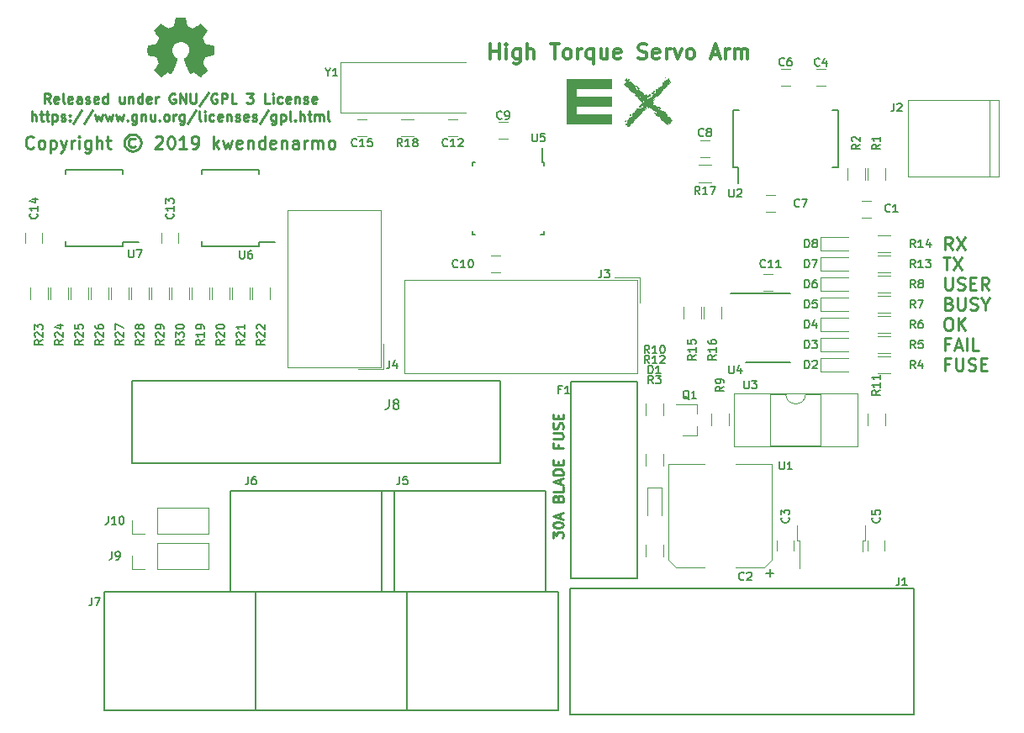
<source format=gto>
G04 #@! TF.FileFunction,Legend,Top*
%FSLAX46Y46*%
G04 Gerber Fmt 4.6, Leading zero omitted, Abs format (unit mm)*
G04 Created by KiCad (PCBNEW 4.0.7-e2-6376~61~ubuntu18.04.1) date Sun Dec  8 19:52:44 2019*
%MOMM*%
%LPD*%
G01*
G04 APERTURE LIST*
%ADD10C,0.100000*%
%ADD11C,0.254000*%
%ADD12C,0.304800*%
%ADD13C,0.120000*%
%ADD14C,0.150000*%
%ADD15C,0.010000*%
%ADD16C,0.152400*%
G04 APERTURE END LIST*
D10*
D11*
X55323619Y-54017332D02*
X55323619Y-53388380D01*
X55710667Y-53727046D01*
X55710667Y-53581904D01*
X55759048Y-53485142D01*
X55807429Y-53436761D01*
X55904190Y-53388380D01*
X56146095Y-53388380D01*
X56242857Y-53436761D01*
X56291238Y-53485142D01*
X56339619Y-53581904D01*
X56339619Y-53872189D01*
X56291238Y-53968951D01*
X56242857Y-54017332D01*
X55323619Y-52759427D02*
X55323619Y-52662666D01*
X55372000Y-52565904D01*
X55420381Y-52517523D01*
X55517143Y-52469142D01*
X55710667Y-52420761D01*
X55952571Y-52420761D01*
X56146095Y-52469142D01*
X56242857Y-52517523D01*
X56291238Y-52565904D01*
X56339619Y-52662666D01*
X56339619Y-52759427D01*
X56291238Y-52856189D01*
X56242857Y-52904570D01*
X56146095Y-52952951D01*
X55952571Y-53001332D01*
X55710667Y-53001332D01*
X55517143Y-52952951D01*
X55420381Y-52904570D01*
X55372000Y-52856189D01*
X55323619Y-52759427D01*
X56049333Y-52033713D02*
X56049333Y-51549904D01*
X56339619Y-52130475D02*
X55323619Y-51791808D01*
X56339619Y-51453142D01*
X55807429Y-50001714D02*
X55855810Y-49856571D01*
X55904190Y-49808190D01*
X56000952Y-49759809D01*
X56146095Y-49759809D01*
X56242857Y-49808190D01*
X56291238Y-49856571D01*
X56339619Y-49953333D01*
X56339619Y-50340380D01*
X55323619Y-50340380D01*
X55323619Y-50001714D01*
X55372000Y-49904952D01*
X55420381Y-49856571D01*
X55517143Y-49808190D01*
X55613905Y-49808190D01*
X55710667Y-49856571D01*
X55759048Y-49904952D01*
X55807429Y-50001714D01*
X55807429Y-50340380D01*
X56339619Y-48840571D02*
X56339619Y-49324380D01*
X55323619Y-49324380D01*
X56049333Y-48550285D02*
X56049333Y-48066476D01*
X56339619Y-48647047D02*
X55323619Y-48308380D01*
X56339619Y-47969714D01*
X56339619Y-47631047D02*
X55323619Y-47631047D01*
X55323619Y-47389142D01*
X55372000Y-47244000D01*
X55468762Y-47147238D01*
X55565524Y-47098857D01*
X55759048Y-47050476D01*
X55904190Y-47050476D01*
X56097714Y-47098857D01*
X56194476Y-47147238D01*
X56291238Y-47244000D01*
X56339619Y-47389142D01*
X56339619Y-47631047D01*
X55807429Y-46615047D02*
X55807429Y-46276381D01*
X56339619Y-46131238D02*
X56339619Y-46615047D01*
X55323619Y-46615047D01*
X55323619Y-46131238D01*
X55807429Y-44583048D02*
X55807429Y-44921714D01*
X56339619Y-44921714D02*
X55323619Y-44921714D01*
X55323619Y-44437905D01*
X55323619Y-44050857D02*
X56146095Y-44050857D01*
X56242857Y-44002476D01*
X56291238Y-43954095D01*
X56339619Y-43857333D01*
X56339619Y-43663810D01*
X56291238Y-43567048D01*
X56242857Y-43518667D01*
X56146095Y-43470286D01*
X55323619Y-43470286D01*
X56291238Y-43034857D02*
X56339619Y-42889714D01*
X56339619Y-42647810D01*
X56291238Y-42551048D01*
X56242857Y-42502667D01*
X56146095Y-42454286D01*
X56049333Y-42454286D01*
X55952571Y-42502667D01*
X55904190Y-42551048D01*
X55855810Y-42647810D01*
X55807429Y-42841333D01*
X55759048Y-42938095D01*
X55710667Y-42986476D01*
X55613905Y-43034857D01*
X55517143Y-43034857D01*
X55420381Y-42986476D01*
X55372000Y-42938095D01*
X55323619Y-42841333D01*
X55323619Y-42599429D01*
X55372000Y-42454286D01*
X55807429Y-42018857D02*
X55807429Y-41680191D01*
X56339619Y-41535048D02*
X56339619Y-42018857D01*
X55323619Y-42018857D01*
X55323619Y-41535048D01*
X94790381Y-27752524D02*
X94790381Y-28780619D01*
X94850857Y-28901571D01*
X94911333Y-28962048D01*
X95032286Y-29022524D01*
X95274190Y-29022524D01*
X95395143Y-28962048D01*
X95455619Y-28901571D01*
X95516095Y-28780619D01*
X95516095Y-27752524D01*
X96060381Y-28962048D02*
X96241809Y-29022524D01*
X96544190Y-29022524D01*
X96665143Y-28962048D01*
X96725619Y-28901571D01*
X96786095Y-28780619D01*
X96786095Y-28659667D01*
X96725619Y-28538714D01*
X96665143Y-28478238D01*
X96544190Y-28417762D01*
X96302286Y-28357286D01*
X96181333Y-28296810D01*
X96120857Y-28236333D01*
X96060381Y-28115381D01*
X96060381Y-27994429D01*
X96120857Y-27873476D01*
X96181333Y-27813000D01*
X96302286Y-27752524D01*
X96604666Y-27752524D01*
X96786095Y-27813000D01*
X97330381Y-28357286D02*
X97753714Y-28357286D01*
X97935143Y-29022524D02*
X97330381Y-29022524D01*
X97330381Y-27752524D01*
X97935143Y-27752524D01*
X99205143Y-29022524D02*
X98781810Y-28417762D01*
X98479429Y-29022524D02*
X98479429Y-27752524D01*
X98963238Y-27752524D01*
X99084191Y-27813000D01*
X99144667Y-27873476D01*
X99205143Y-27994429D01*
X99205143Y-28175857D01*
X99144667Y-28296810D01*
X99084191Y-28357286D01*
X98963238Y-28417762D01*
X98479429Y-28417762D01*
X95032286Y-31816524D02*
X95274190Y-31816524D01*
X95395143Y-31877000D01*
X95516095Y-31997952D01*
X95576571Y-32239857D01*
X95576571Y-32663190D01*
X95516095Y-32905095D01*
X95395143Y-33026048D01*
X95274190Y-33086524D01*
X95032286Y-33086524D01*
X94911333Y-33026048D01*
X94790381Y-32905095D01*
X94729905Y-32663190D01*
X94729905Y-32239857D01*
X94790381Y-31997952D01*
X94911333Y-31877000D01*
X95032286Y-31816524D01*
X96120857Y-33086524D02*
X96120857Y-31816524D01*
X96846571Y-33086524D02*
X96302286Y-32360810D01*
X96846571Y-31816524D02*
X96120857Y-32542238D01*
X95213714Y-30389286D02*
X95395143Y-30449762D01*
X95455619Y-30510238D01*
X95516095Y-30631190D01*
X95516095Y-30812619D01*
X95455619Y-30933571D01*
X95395143Y-30994048D01*
X95274190Y-31054524D01*
X94790381Y-31054524D01*
X94790381Y-29784524D01*
X95213714Y-29784524D01*
X95334667Y-29845000D01*
X95395143Y-29905476D01*
X95455619Y-30026429D01*
X95455619Y-30147381D01*
X95395143Y-30268333D01*
X95334667Y-30328810D01*
X95213714Y-30389286D01*
X94790381Y-30389286D01*
X96060381Y-29784524D02*
X96060381Y-30812619D01*
X96120857Y-30933571D01*
X96181333Y-30994048D01*
X96302286Y-31054524D01*
X96544190Y-31054524D01*
X96665143Y-30994048D01*
X96725619Y-30933571D01*
X96786095Y-30812619D01*
X96786095Y-29784524D01*
X97330381Y-30994048D02*
X97511809Y-31054524D01*
X97814190Y-31054524D01*
X97935143Y-30994048D01*
X97995619Y-30933571D01*
X98056095Y-30812619D01*
X98056095Y-30691667D01*
X97995619Y-30570714D01*
X97935143Y-30510238D01*
X97814190Y-30449762D01*
X97572286Y-30389286D01*
X97451333Y-30328810D01*
X97390857Y-30268333D01*
X97330381Y-30147381D01*
X97330381Y-30026429D01*
X97390857Y-29905476D01*
X97451333Y-29845000D01*
X97572286Y-29784524D01*
X97874666Y-29784524D01*
X98056095Y-29845000D01*
X98842286Y-30449762D02*
X98842286Y-31054524D01*
X98418952Y-29784524D02*
X98842286Y-30449762D01*
X99265619Y-29784524D01*
X95213714Y-34453286D02*
X94790381Y-34453286D01*
X94790381Y-35118524D02*
X94790381Y-33848524D01*
X95395143Y-33848524D01*
X95818476Y-34755667D02*
X96423238Y-34755667D01*
X95697523Y-35118524D02*
X96120857Y-33848524D01*
X96544190Y-35118524D01*
X96967523Y-35118524D02*
X96967523Y-33848524D01*
X98177047Y-35118524D02*
X97572285Y-35118524D01*
X97572285Y-33848524D01*
X95213714Y-36485286D02*
X94790381Y-36485286D01*
X94790381Y-37150524D02*
X94790381Y-35880524D01*
X95395143Y-35880524D01*
X95878952Y-35880524D02*
X95878952Y-36908619D01*
X95939428Y-37029571D01*
X95999904Y-37090048D01*
X96120857Y-37150524D01*
X96362761Y-37150524D01*
X96483714Y-37090048D01*
X96544190Y-37029571D01*
X96604666Y-36908619D01*
X96604666Y-35880524D01*
X97148952Y-37090048D02*
X97330380Y-37150524D01*
X97632761Y-37150524D01*
X97753714Y-37090048D01*
X97814190Y-37029571D01*
X97874666Y-36908619D01*
X97874666Y-36787667D01*
X97814190Y-36666714D01*
X97753714Y-36606238D01*
X97632761Y-36545762D01*
X97390857Y-36485286D01*
X97269904Y-36424810D01*
X97209428Y-36364333D01*
X97148952Y-36243381D01*
X97148952Y-36122429D01*
X97209428Y-36001476D01*
X97269904Y-35941000D01*
X97390857Y-35880524D01*
X97693237Y-35880524D01*
X97874666Y-35941000D01*
X98418952Y-36485286D02*
X98842285Y-36485286D01*
X99023714Y-37150524D02*
X98418952Y-37150524D01*
X98418952Y-35880524D01*
X99023714Y-35880524D01*
X95516095Y-24958524D02*
X95092762Y-24353762D01*
X94790381Y-24958524D02*
X94790381Y-23688524D01*
X95274190Y-23688524D01*
X95395143Y-23749000D01*
X95455619Y-23809476D01*
X95516095Y-23930429D01*
X95516095Y-24111857D01*
X95455619Y-24232810D01*
X95395143Y-24293286D01*
X95274190Y-24353762D01*
X94790381Y-24353762D01*
X95939429Y-23688524D02*
X96786095Y-24958524D01*
X96786095Y-23688524D02*
X95939429Y-24958524D01*
X94608952Y-25720524D02*
X95334667Y-25720524D01*
X94971810Y-26990524D02*
X94971810Y-25720524D01*
X95637048Y-25720524D02*
X96483714Y-26990524D01*
X96483714Y-25720524D02*
X95637048Y-26990524D01*
D12*
X49021999Y-5769429D02*
X49021999Y-4245429D01*
X49021999Y-4971143D02*
X49892856Y-4971143D01*
X49892856Y-5769429D02*
X49892856Y-4245429D01*
X50618570Y-5769429D02*
X50618570Y-4753429D01*
X50618570Y-4245429D02*
X50545999Y-4318000D01*
X50618570Y-4390571D01*
X50691142Y-4318000D01*
X50618570Y-4245429D01*
X50618570Y-4390571D01*
X51997427Y-4753429D02*
X51997427Y-5987143D01*
X51924856Y-6132286D01*
X51852284Y-6204857D01*
X51707141Y-6277429D01*
X51489427Y-6277429D01*
X51344284Y-6204857D01*
X51997427Y-5696857D02*
X51852284Y-5769429D01*
X51561998Y-5769429D01*
X51416856Y-5696857D01*
X51344284Y-5624286D01*
X51271713Y-5479143D01*
X51271713Y-5043714D01*
X51344284Y-4898571D01*
X51416856Y-4826000D01*
X51561998Y-4753429D01*
X51852284Y-4753429D01*
X51997427Y-4826000D01*
X52723141Y-5769429D02*
X52723141Y-4245429D01*
X53376284Y-5769429D02*
X53376284Y-4971143D01*
X53303713Y-4826000D01*
X53158570Y-4753429D01*
X52940855Y-4753429D01*
X52795713Y-4826000D01*
X52723141Y-4898571D01*
X55045427Y-4245429D02*
X55916284Y-4245429D01*
X55480855Y-5769429D02*
X55480855Y-4245429D01*
X56641998Y-5769429D02*
X56496856Y-5696857D01*
X56424284Y-5624286D01*
X56351713Y-5479143D01*
X56351713Y-5043714D01*
X56424284Y-4898571D01*
X56496856Y-4826000D01*
X56641998Y-4753429D01*
X56859713Y-4753429D01*
X57004856Y-4826000D01*
X57077427Y-4898571D01*
X57149998Y-5043714D01*
X57149998Y-5479143D01*
X57077427Y-5624286D01*
X57004856Y-5696857D01*
X56859713Y-5769429D01*
X56641998Y-5769429D01*
X57803141Y-5769429D02*
X57803141Y-4753429D01*
X57803141Y-5043714D02*
X57875713Y-4898571D01*
X57948284Y-4826000D01*
X58093427Y-4753429D01*
X58238570Y-4753429D01*
X59399713Y-4753429D02*
X59399713Y-6277429D01*
X59399713Y-5696857D02*
X59254570Y-5769429D01*
X58964284Y-5769429D01*
X58819142Y-5696857D01*
X58746570Y-5624286D01*
X58673999Y-5479143D01*
X58673999Y-5043714D01*
X58746570Y-4898571D01*
X58819142Y-4826000D01*
X58964284Y-4753429D01*
X59254570Y-4753429D01*
X59399713Y-4826000D01*
X60778570Y-4753429D02*
X60778570Y-5769429D01*
X60125427Y-4753429D02*
X60125427Y-5551714D01*
X60197999Y-5696857D01*
X60343141Y-5769429D01*
X60560856Y-5769429D01*
X60705999Y-5696857D01*
X60778570Y-5624286D01*
X62084856Y-5696857D02*
X61939713Y-5769429D01*
X61649427Y-5769429D01*
X61504284Y-5696857D01*
X61431713Y-5551714D01*
X61431713Y-4971143D01*
X61504284Y-4826000D01*
X61649427Y-4753429D01*
X61939713Y-4753429D01*
X62084856Y-4826000D01*
X62157427Y-4971143D01*
X62157427Y-5116286D01*
X61431713Y-5261429D01*
X63899142Y-5696857D02*
X64116856Y-5769429D01*
X64479713Y-5769429D01*
X64624856Y-5696857D01*
X64697427Y-5624286D01*
X64769999Y-5479143D01*
X64769999Y-5334000D01*
X64697427Y-5188857D01*
X64624856Y-5116286D01*
X64479713Y-5043714D01*
X64189427Y-4971143D01*
X64044285Y-4898571D01*
X63971713Y-4826000D01*
X63899142Y-4680857D01*
X63899142Y-4535714D01*
X63971713Y-4390571D01*
X64044285Y-4318000D01*
X64189427Y-4245429D01*
X64552285Y-4245429D01*
X64769999Y-4318000D01*
X66003714Y-5696857D02*
X65858571Y-5769429D01*
X65568285Y-5769429D01*
X65423142Y-5696857D01*
X65350571Y-5551714D01*
X65350571Y-4971143D01*
X65423142Y-4826000D01*
X65568285Y-4753429D01*
X65858571Y-4753429D01*
X66003714Y-4826000D01*
X66076285Y-4971143D01*
X66076285Y-5116286D01*
X65350571Y-5261429D01*
X66729428Y-5769429D02*
X66729428Y-4753429D01*
X66729428Y-5043714D02*
X66802000Y-4898571D01*
X66874571Y-4826000D01*
X67019714Y-4753429D01*
X67164857Y-4753429D01*
X67527714Y-4753429D02*
X67890571Y-5769429D01*
X68253429Y-4753429D01*
X69051714Y-5769429D02*
X68906572Y-5696857D01*
X68834000Y-5624286D01*
X68761429Y-5479143D01*
X68761429Y-5043714D01*
X68834000Y-4898571D01*
X68906572Y-4826000D01*
X69051714Y-4753429D01*
X69269429Y-4753429D01*
X69414572Y-4826000D01*
X69487143Y-4898571D01*
X69559714Y-5043714D01*
X69559714Y-5479143D01*
X69487143Y-5624286D01*
X69414572Y-5696857D01*
X69269429Y-5769429D01*
X69051714Y-5769429D01*
X71301429Y-5334000D02*
X72027143Y-5334000D01*
X71156286Y-5769429D02*
X71664286Y-4245429D01*
X72172286Y-5769429D01*
X72680286Y-5769429D02*
X72680286Y-4753429D01*
X72680286Y-5043714D02*
X72752858Y-4898571D01*
X72825429Y-4826000D01*
X72970572Y-4753429D01*
X73115715Y-4753429D01*
X73623715Y-5769429D02*
X73623715Y-4753429D01*
X73623715Y-4898571D02*
X73696287Y-4826000D01*
X73841429Y-4753429D01*
X74059144Y-4753429D01*
X74204287Y-4826000D01*
X74276858Y-4971143D01*
X74276858Y-5769429D01*
X74276858Y-4971143D02*
X74349429Y-4826000D01*
X74494572Y-4753429D01*
X74712287Y-4753429D01*
X74857429Y-4826000D01*
X74930001Y-4971143D01*
X74930001Y-5769429D01*
D11*
X4668764Y-10238619D02*
X4330098Y-9754810D01*
X4088193Y-10238619D02*
X4088193Y-9222619D01*
X4475240Y-9222619D01*
X4572002Y-9271000D01*
X4620383Y-9319381D01*
X4668764Y-9416143D01*
X4668764Y-9561286D01*
X4620383Y-9658048D01*
X4572002Y-9706429D01*
X4475240Y-9754810D01*
X4088193Y-9754810D01*
X5491240Y-10190238D02*
X5394478Y-10238619D01*
X5200955Y-10238619D01*
X5104193Y-10190238D01*
X5055812Y-10093476D01*
X5055812Y-9706429D01*
X5104193Y-9609667D01*
X5200955Y-9561286D01*
X5394478Y-9561286D01*
X5491240Y-9609667D01*
X5539621Y-9706429D01*
X5539621Y-9803190D01*
X5055812Y-9899952D01*
X6120193Y-10238619D02*
X6023431Y-10190238D01*
X5975050Y-10093476D01*
X5975050Y-9222619D01*
X6894287Y-10190238D02*
X6797525Y-10238619D01*
X6604002Y-10238619D01*
X6507240Y-10190238D01*
X6458859Y-10093476D01*
X6458859Y-9706429D01*
X6507240Y-9609667D01*
X6604002Y-9561286D01*
X6797525Y-9561286D01*
X6894287Y-9609667D01*
X6942668Y-9706429D01*
X6942668Y-9803190D01*
X6458859Y-9899952D01*
X7813525Y-10238619D02*
X7813525Y-9706429D01*
X7765144Y-9609667D01*
X7668382Y-9561286D01*
X7474859Y-9561286D01*
X7378097Y-9609667D01*
X7813525Y-10190238D02*
X7716763Y-10238619D01*
X7474859Y-10238619D01*
X7378097Y-10190238D01*
X7329716Y-10093476D01*
X7329716Y-9996714D01*
X7378097Y-9899952D01*
X7474859Y-9851571D01*
X7716763Y-9851571D01*
X7813525Y-9803190D01*
X8248954Y-10190238D02*
X8345716Y-10238619D01*
X8539240Y-10238619D01*
X8636001Y-10190238D01*
X8684382Y-10093476D01*
X8684382Y-10045095D01*
X8636001Y-9948333D01*
X8539240Y-9899952D01*
X8394097Y-9899952D01*
X8297335Y-9851571D01*
X8248954Y-9754810D01*
X8248954Y-9706429D01*
X8297335Y-9609667D01*
X8394097Y-9561286D01*
X8539240Y-9561286D01*
X8636001Y-9609667D01*
X9506858Y-10190238D02*
X9410096Y-10238619D01*
X9216573Y-10238619D01*
X9119811Y-10190238D01*
X9071430Y-10093476D01*
X9071430Y-9706429D01*
X9119811Y-9609667D01*
X9216573Y-9561286D01*
X9410096Y-9561286D01*
X9506858Y-9609667D01*
X9555239Y-9706429D01*
X9555239Y-9803190D01*
X9071430Y-9899952D01*
X10426096Y-10238619D02*
X10426096Y-9222619D01*
X10426096Y-10190238D02*
X10329334Y-10238619D01*
X10135811Y-10238619D01*
X10039049Y-10190238D01*
X9990668Y-10141857D01*
X9942287Y-10045095D01*
X9942287Y-9754810D01*
X9990668Y-9658048D01*
X10039049Y-9609667D01*
X10135811Y-9561286D01*
X10329334Y-9561286D01*
X10426096Y-9609667D01*
X12119429Y-9561286D02*
X12119429Y-10238619D01*
X11684001Y-9561286D02*
X11684001Y-10093476D01*
X11732382Y-10190238D01*
X11829144Y-10238619D01*
X11974286Y-10238619D01*
X12071048Y-10190238D01*
X12119429Y-10141857D01*
X12603239Y-9561286D02*
X12603239Y-10238619D01*
X12603239Y-9658048D02*
X12651620Y-9609667D01*
X12748382Y-9561286D01*
X12893524Y-9561286D01*
X12990286Y-9609667D01*
X13038667Y-9706429D01*
X13038667Y-10238619D01*
X13957905Y-10238619D02*
X13957905Y-9222619D01*
X13957905Y-10190238D02*
X13861143Y-10238619D01*
X13667620Y-10238619D01*
X13570858Y-10190238D01*
X13522477Y-10141857D01*
X13474096Y-10045095D01*
X13474096Y-9754810D01*
X13522477Y-9658048D01*
X13570858Y-9609667D01*
X13667620Y-9561286D01*
X13861143Y-9561286D01*
X13957905Y-9609667D01*
X14828762Y-10190238D02*
X14732000Y-10238619D01*
X14538477Y-10238619D01*
X14441715Y-10190238D01*
X14393334Y-10093476D01*
X14393334Y-9706429D01*
X14441715Y-9609667D01*
X14538477Y-9561286D01*
X14732000Y-9561286D01*
X14828762Y-9609667D01*
X14877143Y-9706429D01*
X14877143Y-9803190D01*
X14393334Y-9899952D01*
X15312572Y-10238619D02*
X15312572Y-9561286D01*
X15312572Y-9754810D02*
X15360953Y-9658048D01*
X15409334Y-9609667D01*
X15506096Y-9561286D01*
X15602857Y-9561286D01*
X17247809Y-9271000D02*
X17151047Y-9222619D01*
X17005904Y-9222619D01*
X16860762Y-9271000D01*
X16764000Y-9367762D01*
X16715619Y-9464524D01*
X16667238Y-9658048D01*
X16667238Y-9803190D01*
X16715619Y-9996714D01*
X16764000Y-10093476D01*
X16860762Y-10190238D01*
X17005904Y-10238619D01*
X17102666Y-10238619D01*
X17247809Y-10190238D01*
X17296190Y-10141857D01*
X17296190Y-9803190D01*
X17102666Y-9803190D01*
X17731619Y-10238619D02*
X17731619Y-9222619D01*
X18312190Y-10238619D01*
X18312190Y-9222619D01*
X18796000Y-9222619D02*
X18796000Y-10045095D01*
X18844381Y-10141857D01*
X18892762Y-10190238D01*
X18989524Y-10238619D01*
X19183047Y-10238619D01*
X19279809Y-10190238D01*
X19328190Y-10141857D01*
X19376571Y-10045095D01*
X19376571Y-9222619D01*
X20586095Y-9174238D02*
X19715238Y-10480524D01*
X21456952Y-9271000D02*
X21360190Y-9222619D01*
X21215047Y-9222619D01*
X21069905Y-9271000D01*
X20973143Y-9367762D01*
X20924762Y-9464524D01*
X20876381Y-9658048D01*
X20876381Y-9803190D01*
X20924762Y-9996714D01*
X20973143Y-10093476D01*
X21069905Y-10190238D01*
X21215047Y-10238619D01*
X21311809Y-10238619D01*
X21456952Y-10190238D01*
X21505333Y-10141857D01*
X21505333Y-9803190D01*
X21311809Y-9803190D01*
X21940762Y-10238619D02*
X21940762Y-9222619D01*
X22327809Y-9222619D01*
X22424571Y-9271000D01*
X22472952Y-9319381D01*
X22521333Y-9416143D01*
X22521333Y-9561286D01*
X22472952Y-9658048D01*
X22424571Y-9706429D01*
X22327809Y-9754810D01*
X21940762Y-9754810D01*
X23440571Y-10238619D02*
X22956762Y-10238619D01*
X22956762Y-9222619D01*
X24456571Y-9222619D02*
X25085523Y-9222619D01*
X24746857Y-9609667D01*
X24891999Y-9609667D01*
X24988761Y-9658048D01*
X25037142Y-9706429D01*
X25085523Y-9803190D01*
X25085523Y-10045095D01*
X25037142Y-10141857D01*
X24988761Y-10190238D01*
X24891999Y-10238619D01*
X24601714Y-10238619D01*
X24504952Y-10190238D01*
X24456571Y-10141857D01*
X26778856Y-10238619D02*
X26295047Y-10238619D01*
X26295047Y-9222619D01*
X27117523Y-10238619D02*
X27117523Y-9561286D01*
X27117523Y-9222619D02*
X27069142Y-9271000D01*
X27117523Y-9319381D01*
X27165904Y-9271000D01*
X27117523Y-9222619D01*
X27117523Y-9319381D01*
X28036761Y-10190238D02*
X27939999Y-10238619D01*
X27746476Y-10238619D01*
X27649714Y-10190238D01*
X27601333Y-10141857D01*
X27552952Y-10045095D01*
X27552952Y-9754810D01*
X27601333Y-9658048D01*
X27649714Y-9609667D01*
X27746476Y-9561286D01*
X27939999Y-9561286D01*
X28036761Y-9609667D01*
X28859237Y-10190238D02*
X28762475Y-10238619D01*
X28568952Y-10238619D01*
X28472190Y-10190238D01*
X28423809Y-10093476D01*
X28423809Y-9706429D01*
X28472190Y-9609667D01*
X28568952Y-9561286D01*
X28762475Y-9561286D01*
X28859237Y-9609667D01*
X28907618Y-9706429D01*
X28907618Y-9803190D01*
X28423809Y-9899952D01*
X29343047Y-9561286D02*
X29343047Y-10238619D01*
X29343047Y-9658048D02*
X29391428Y-9609667D01*
X29488190Y-9561286D01*
X29633332Y-9561286D01*
X29730094Y-9609667D01*
X29778475Y-9706429D01*
X29778475Y-10238619D01*
X30213904Y-10190238D02*
X30310666Y-10238619D01*
X30504190Y-10238619D01*
X30600951Y-10190238D01*
X30649332Y-10093476D01*
X30649332Y-10045095D01*
X30600951Y-9948333D01*
X30504190Y-9899952D01*
X30359047Y-9899952D01*
X30262285Y-9851571D01*
X30213904Y-9754810D01*
X30213904Y-9706429D01*
X30262285Y-9609667D01*
X30359047Y-9561286D01*
X30504190Y-9561286D01*
X30600951Y-9609667D01*
X31471808Y-10190238D02*
X31375046Y-10238619D01*
X31181523Y-10238619D01*
X31084761Y-10190238D01*
X31036380Y-10093476D01*
X31036380Y-9706429D01*
X31084761Y-9609667D01*
X31181523Y-9561286D01*
X31375046Y-9561286D01*
X31471808Y-9609667D01*
X31520189Y-9706429D01*
X31520189Y-9803190D01*
X31036380Y-9899952D01*
X2830287Y-12016619D02*
X2830287Y-11000619D01*
X3265715Y-12016619D02*
X3265715Y-11484429D01*
X3217334Y-11387667D01*
X3120572Y-11339286D01*
X2975430Y-11339286D01*
X2878668Y-11387667D01*
X2830287Y-11436048D01*
X3604382Y-11339286D02*
X3991430Y-11339286D01*
X3749525Y-11000619D02*
X3749525Y-11871476D01*
X3797906Y-11968238D01*
X3894668Y-12016619D01*
X3991430Y-12016619D01*
X4184953Y-11339286D02*
X4572001Y-11339286D01*
X4330096Y-11000619D02*
X4330096Y-11871476D01*
X4378477Y-11968238D01*
X4475239Y-12016619D01*
X4572001Y-12016619D01*
X4910667Y-11339286D02*
X4910667Y-12355286D01*
X4910667Y-11387667D02*
X5007429Y-11339286D01*
X5200952Y-11339286D01*
X5297714Y-11387667D01*
X5346095Y-11436048D01*
X5394476Y-11532810D01*
X5394476Y-11823095D01*
X5346095Y-11919857D01*
X5297714Y-11968238D01*
X5200952Y-12016619D01*
X5007429Y-12016619D01*
X4910667Y-11968238D01*
X5781524Y-11968238D02*
X5878286Y-12016619D01*
X6071810Y-12016619D01*
X6168571Y-11968238D01*
X6216952Y-11871476D01*
X6216952Y-11823095D01*
X6168571Y-11726333D01*
X6071810Y-11677952D01*
X5926667Y-11677952D01*
X5829905Y-11629571D01*
X5781524Y-11532810D01*
X5781524Y-11484429D01*
X5829905Y-11387667D01*
X5926667Y-11339286D01*
X6071810Y-11339286D01*
X6168571Y-11387667D01*
X6652381Y-11919857D02*
X6700762Y-11968238D01*
X6652381Y-12016619D01*
X6604000Y-11968238D01*
X6652381Y-11919857D01*
X6652381Y-12016619D01*
X6652381Y-11387667D02*
X6700762Y-11436048D01*
X6652381Y-11484429D01*
X6604000Y-11436048D01*
X6652381Y-11387667D01*
X6652381Y-11484429D01*
X7861905Y-10952238D02*
X6991048Y-12258524D01*
X8926286Y-10952238D02*
X8055429Y-12258524D01*
X9168191Y-11339286D02*
X9361715Y-12016619D01*
X9555238Y-11532810D01*
X9748762Y-12016619D01*
X9942286Y-11339286D01*
X10232572Y-11339286D02*
X10426096Y-12016619D01*
X10619619Y-11532810D01*
X10813143Y-12016619D01*
X11006667Y-11339286D01*
X11296953Y-11339286D02*
X11490477Y-12016619D01*
X11684000Y-11532810D01*
X11877524Y-12016619D01*
X12071048Y-11339286D01*
X12458096Y-11919857D02*
X12506477Y-11968238D01*
X12458096Y-12016619D01*
X12409715Y-11968238D01*
X12458096Y-11919857D01*
X12458096Y-12016619D01*
X13377334Y-11339286D02*
X13377334Y-12161762D01*
X13328953Y-12258524D01*
X13280572Y-12306905D01*
X13183811Y-12355286D01*
X13038668Y-12355286D01*
X12941906Y-12306905D01*
X13377334Y-11968238D02*
X13280572Y-12016619D01*
X13087049Y-12016619D01*
X12990287Y-11968238D01*
X12941906Y-11919857D01*
X12893525Y-11823095D01*
X12893525Y-11532810D01*
X12941906Y-11436048D01*
X12990287Y-11387667D01*
X13087049Y-11339286D01*
X13280572Y-11339286D01*
X13377334Y-11387667D01*
X13861144Y-11339286D02*
X13861144Y-12016619D01*
X13861144Y-11436048D02*
X13909525Y-11387667D01*
X14006287Y-11339286D01*
X14151429Y-11339286D01*
X14248191Y-11387667D01*
X14296572Y-11484429D01*
X14296572Y-12016619D01*
X15215810Y-11339286D02*
X15215810Y-12016619D01*
X14780382Y-11339286D02*
X14780382Y-11871476D01*
X14828763Y-11968238D01*
X14925525Y-12016619D01*
X15070667Y-12016619D01*
X15167429Y-11968238D01*
X15215810Y-11919857D01*
X15699620Y-11919857D02*
X15748001Y-11968238D01*
X15699620Y-12016619D01*
X15651239Y-11968238D01*
X15699620Y-11919857D01*
X15699620Y-12016619D01*
X16328573Y-12016619D02*
X16231811Y-11968238D01*
X16183430Y-11919857D01*
X16135049Y-11823095D01*
X16135049Y-11532810D01*
X16183430Y-11436048D01*
X16231811Y-11387667D01*
X16328573Y-11339286D01*
X16473715Y-11339286D01*
X16570477Y-11387667D01*
X16618858Y-11436048D01*
X16667239Y-11532810D01*
X16667239Y-11823095D01*
X16618858Y-11919857D01*
X16570477Y-11968238D01*
X16473715Y-12016619D01*
X16328573Y-12016619D01*
X17102668Y-12016619D02*
X17102668Y-11339286D01*
X17102668Y-11532810D02*
X17151049Y-11436048D01*
X17199430Y-11387667D01*
X17296192Y-11339286D01*
X17392953Y-11339286D01*
X18167048Y-11339286D02*
X18167048Y-12161762D01*
X18118667Y-12258524D01*
X18070286Y-12306905D01*
X17973525Y-12355286D01*
X17828382Y-12355286D01*
X17731620Y-12306905D01*
X18167048Y-11968238D02*
X18070286Y-12016619D01*
X17876763Y-12016619D01*
X17780001Y-11968238D01*
X17731620Y-11919857D01*
X17683239Y-11823095D01*
X17683239Y-11532810D01*
X17731620Y-11436048D01*
X17780001Y-11387667D01*
X17876763Y-11339286D01*
X18070286Y-11339286D01*
X18167048Y-11387667D01*
X19376572Y-10952238D02*
X18505715Y-12258524D01*
X19860382Y-12016619D02*
X19763620Y-11968238D01*
X19715239Y-11871476D01*
X19715239Y-11000619D01*
X20247429Y-12016619D02*
X20247429Y-11339286D01*
X20247429Y-11000619D02*
X20199048Y-11049000D01*
X20247429Y-11097381D01*
X20295810Y-11049000D01*
X20247429Y-11000619D01*
X20247429Y-11097381D01*
X21166667Y-11968238D02*
X21069905Y-12016619D01*
X20876382Y-12016619D01*
X20779620Y-11968238D01*
X20731239Y-11919857D01*
X20682858Y-11823095D01*
X20682858Y-11532810D01*
X20731239Y-11436048D01*
X20779620Y-11387667D01*
X20876382Y-11339286D01*
X21069905Y-11339286D01*
X21166667Y-11387667D01*
X21989143Y-11968238D02*
X21892381Y-12016619D01*
X21698858Y-12016619D01*
X21602096Y-11968238D01*
X21553715Y-11871476D01*
X21553715Y-11484429D01*
X21602096Y-11387667D01*
X21698858Y-11339286D01*
X21892381Y-11339286D01*
X21989143Y-11387667D01*
X22037524Y-11484429D01*
X22037524Y-11581190D01*
X21553715Y-11677952D01*
X22472953Y-11339286D02*
X22472953Y-12016619D01*
X22472953Y-11436048D02*
X22521334Y-11387667D01*
X22618096Y-11339286D01*
X22763238Y-11339286D01*
X22860000Y-11387667D01*
X22908381Y-11484429D01*
X22908381Y-12016619D01*
X23343810Y-11968238D02*
X23440572Y-12016619D01*
X23634096Y-12016619D01*
X23730857Y-11968238D01*
X23779238Y-11871476D01*
X23779238Y-11823095D01*
X23730857Y-11726333D01*
X23634096Y-11677952D01*
X23488953Y-11677952D01*
X23392191Y-11629571D01*
X23343810Y-11532810D01*
X23343810Y-11484429D01*
X23392191Y-11387667D01*
X23488953Y-11339286D01*
X23634096Y-11339286D01*
X23730857Y-11387667D01*
X24601714Y-11968238D02*
X24504952Y-12016619D01*
X24311429Y-12016619D01*
X24214667Y-11968238D01*
X24166286Y-11871476D01*
X24166286Y-11484429D01*
X24214667Y-11387667D01*
X24311429Y-11339286D01*
X24504952Y-11339286D01*
X24601714Y-11387667D01*
X24650095Y-11484429D01*
X24650095Y-11581190D01*
X24166286Y-11677952D01*
X25037143Y-11968238D02*
X25133905Y-12016619D01*
X25327429Y-12016619D01*
X25424190Y-11968238D01*
X25472571Y-11871476D01*
X25472571Y-11823095D01*
X25424190Y-11726333D01*
X25327429Y-11677952D01*
X25182286Y-11677952D01*
X25085524Y-11629571D01*
X25037143Y-11532810D01*
X25037143Y-11484429D01*
X25085524Y-11387667D01*
X25182286Y-11339286D01*
X25327429Y-11339286D01*
X25424190Y-11387667D01*
X26633714Y-10952238D02*
X25762857Y-12258524D01*
X27407809Y-11339286D02*
X27407809Y-12161762D01*
X27359428Y-12258524D01*
X27311047Y-12306905D01*
X27214286Y-12355286D01*
X27069143Y-12355286D01*
X26972381Y-12306905D01*
X27407809Y-11968238D02*
X27311047Y-12016619D01*
X27117524Y-12016619D01*
X27020762Y-11968238D01*
X26972381Y-11919857D01*
X26924000Y-11823095D01*
X26924000Y-11532810D01*
X26972381Y-11436048D01*
X27020762Y-11387667D01*
X27117524Y-11339286D01*
X27311047Y-11339286D01*
X27407809Y-11387667D01*
X27891619Y-11339286D02*
X27891619Y-12355286D01*
X27891619Y-11387667D02*
X27988381Y-11339286D01*
X28181904Y-11339286D01*
X28278666Y-11387667D01*
X28327047Y-11436048D01*
X28375428Y-11532810D01*
X28375428Y-11823095D01*
X28327047Y-11919857D01*
X28278666Y-11968238D01*
X28181904Y-12016619D01*
X27988381Y-12016619D01*
X27891619Y-11968238D01*
X28956000Y-12016619D02*
X28859238Y-11968238D01*
X28810857Y-11871476D01*
X28810857Y-11000619D01*
X29343047Y-11919857D02*
X29391428Y-11968238D01*
X29343047Y-12016619D01*
X29294666Y-11968238D01*
X29343047Y-11919857D01*
X29343047Y-12016619D01*
X29826857Y-12016619D02*
X29826857Y-11000619D01*
X30262285Y-12016619D02*
X30262285Y-11484429D01*
X30213904Y-11387667D01*
X30117142Y-11339286D01*
X29972000Y-11339286D01*
X29875238Y-11387667D01*
X29826857Y-11436048D01*
X30600952Y-11339286D02*
X30988000Y-11339286D01*
X30746095Y-11000619D02*
X30746095Y-11871476D01*
X30794476Y-11968238D01*
X30891238Y-12016619D01*
X30988000Y-12016619D01*
X31326666Y-12016619D02*
X31326666Y-11339286D01*
X31326666Y-11436048D02*
X31375047Y-11387667D01*
X31471809Y-11339286D01*
X31616951Y-11339286D01*
X31713713Y-11387667D01*
X31762094Y-11484429D01*
X31762094Y-12016619D01*
X31762094Y-11484429D02*
X31810475Y-11387667D01*
X31907237Y-11339286D01*
X32052380Y-11339286D01*
X32149142Y-11387667D01*
X32197523Y-11484429D01*
X32197523Y-12016619D01*
X32826476Y-12016619D02*
X32729714Y-11968238D01*
X32681333Y-11871476D01*
X32681333Y-11000619D01*
X2993571Y-14677571D02*
X2933095Y-14738048D01*
X2751666Y-14798524D01*
X2630714Y-14798524D01*
X2449286Y-14738048D01*
X2328333Y-14617095D01*
X2267857Y-14496143D01*
X2207381Y-14254238D01*
X2207381Y-14072810D01*
X2267857Y-13830905D01*
X2328333Y-13709952D01*
X2449286Y-13589000D01*
X2630714Y-13528524D01*
X2751666Y-13528524D01*
X2933095Y-13589000D01*
X2993571Y-13649476D01*
X3719286Y-14798524D02*
X3598333Y-14738048D01*
X3537857Y-14677571D01*
X3477381Y-14556619D01*
X3477381Y-14193762D01*
X3537857Y-14072810D01*
X3598333Y-14012333D01*
X3719286Y-13951857D01*
X3900714Y-13951857D01*
X4021666Y-14012333D01*
X4082143Y-14072810D01*
X4142619Y-14193762D01*
X4142619Y-14556619D01*
X4082143Y-14677571D01*
X4021666Y-14738048D01*
X3900714Y-14798524D01*
X3719286Y-14798524D01*
X4686905Y-13951857D02*
X4686905Y-15221857D01*
X4686905Y-14012333D02*
X4807857Y-13951857D01*
X5049762Y-13951857D01*
X5170714Y-14012333D01*
X5231191Y-14072810D01*
X5291667Y-14193762D01*
X5291667Y-14556619D01*
X5231191Y-14677571D01*
X5170714Y-14738048D01*
X5049762Y-14798524D01*
X4807857Y-14798524D01*
X4686905Y-14738048D01*
X5715001Y-13951857D02*
X6017382Y-14798524D01*
X6319762Y-13951857D02*
X6017382Y-14798524D01*
X5896429Y-15100905D01*
X5835953Y-15161381D01*
X5715001Y-15221857D01*
X6803572Y-14798524D02*
X6803572Y-13951857D01*
X6803572Y-14193762D02*
X6864048Y-14072810D01*
X6924524Y-14012333D01*
X7045477Y-13951857D01*
X7166429Y-13951857D01*
X7589762Y-14798524D02*
X7589762Y-13951857D01*
X7589762Y-13528524D02*
X7529286Y-13589000D01*
X7589762Y-13649476D01*
X7650238Y-13589000D01*
X7589762Y-13528524D01*
X7589762Y-13649476D01*
X8738810Y-13951857D02*
X8738810Y-14979952D01*
X8678333Y-15100905D01*
X8617857Y-15161381D01*
X8496905Y-15221857D01*
X8315476Y-15221857D01*
X8194524Y-15161381D01*
X8738810Y-14738048D02*
X8617857Y-14798524D01*
X8375953Y-14798524D01*
X8255000Y-14738048D01*
X8194524Y-14677571D01*
X8134048Y-14556619D01*
X8134048Y-14193762D01*
X8194524Y-14072810D01*
X8255000Y-14012333D01*
X8375953Y-13951857D01*
X8617857Y-13951857D01*
X8738810Y-14012333D01*
X9343572Y-14798524D02*
X9343572Y-13528524D01*
X9887858Y-14798524D02*
X9887858Y-14133286D01*
X9827381Y-14012333D01*
X9706429Y-13951857D01*
X9525001Y-13951857D01*
X9404048Y-14012333D01*
X9343572Y-14072810D01*
X10311191Y-13951857D02*
X10795001Y-13951857D01*
X10492620Y-13528524D02*
X10492620Y-14617095D01*
X10553096Y-14738048D01*
X10674049Y-14798524D01*
X10795001Y-14798524D01*
X13214048Y-13830905D02*
X13093096Y-13770429D01*
X12851191Y-13770429D01*
X12730239Y-13830905D01*
X12609286Y-13951857D01*
X12548810Y-14072810D01*
X12548810Y-14314714D01*
X12609286Y-14435667D01*
X12730239Y-14556619D01*
X12851191Y-14617095D01*
X13093096Y-14617095D01*
X13214048Y-14556619D01*
X12972143Y-13347095D02*
X12669762Y-13407571D01*
X12367382Y-13589000D01*
X12185953Y-13891381D01*
X12125477Y-14193762D01*
X12185953Y-14496143D01*
X12367382Y-14798524D01*
X12669762Y-14979952D01*
X12972143Y-15040429D01*
X13274524Y-14979952D01*
X13576905Y-14798524D01*
X13758334Y-14496143D01*
X13818810Y-14193762D01*
X13758334Y-13891381D01*
X13576905Y-13589000D01*
X13274524Y-13407571D01*
X12972143Y-13347095D01*
X15270239Y-13649476D02*
X15330715Y-13589000D01*
X15451667Y-13528524D01*
X15754048Y-13528524D01*
X15875001Y-13589000D01*
X15935477Y-13649476D01*
X15995953Y-13770429D01*
X15995953Y-13891381D01*
X15935477Y-14072810D01*
X15209763Y-14798524D01*
X15995953Y-14798524D01*
X16782144Y-13528524D02*
X16903096Y-13528524D01*
X17024048Y-13589000D01*
X17084525Y-13649476D01*
X17145001Y-13770429D01*
X17205477Y-14012333D01*
X17205477Y-14314714D01*
X17145001Y-14556619D01*
X17084525Y-14677571D01*
X17024048Y-14738048D01*
X16903096Y-14798524D01*
X16782144Y-14798524D01*
X16661191Y-14738048D01*
X16600715Y-14677571D01*
X16540239Y-14556619D01*
X16479763Y-14314714D01*
X16479763Y-14012333D01*
X16540239Y-13770429D01*
X16600715Y-13649476D01*
X16661191Y-13589000D01*
X16782144Y-13528524D01*
X18415001Y-14798524D02*
X17689287Y-14798524D01*
X18052144Y-14798524D02*
X18052144Y-13528524D01*
X17931192Y-13709952D01*
X17810239Y-13830905D01*
X17689287Y-13891381D01*
X19019763Y-14798524D02*
X19261668Y-14798524D01*
X19382620Y-14738048D01*
X19443096Y-14677571D01*
X19564049Y-14496143D01*
X19624525Y-14254238D01*
X19624525Y-13770429D01*
X19564049Y-13649476D01*
X19503573Y-13589000D01*
X19382620Y-13528524D01*
X19140716Y-13528524D01*
X19019763Y-13589000D01*
X18959287Y-13649476D01*
X18898811Y-13770429D01*
X18898811Y-14072810D01*
X18959287Y-14193762D01*
X19019763Y-14254238D01*
X19140716Y-14314714D01*
X19382620Y-14314714D01*
X19503573Y-14254238D01*
X19564049Y-14193762D01*
X19624525Y-14072810D01*
X21136430Y-14798524D02*
X21136430Y-13528524D01*
X21257382Y-14314714D02*
X21620239Y-14798524D01*
X21620239Y-13951857D02*
X21136430Y-14435667D01*
X22043573Y-13951857D02*
X22285477Y-14798524D01*
X22527382Y-14193762D01*
X22769287Y-14798524D01*
X23011192Y-13951857D01*
X23978810Y-14738048D02*
X23857858Y-14798524D01*
X23615953Y-14798524D01*
X23495001Y-14738048D01*
X23434525Y-14617095D01*
X23434525Y-14133286D01*
X23495001Y-14012333D01*
X23615953Y-13951857D01*
X23857858Y-13951857D01*
X23978810Y-14012333D01*
X24039287Y-14133286D01*
X24039287Y-14254238D01*
X23434525Y-14375190D01*
X24583572Y-13951857D02*
X24583572Y-14798524D01*
X24583572Y-14072810D02*
X24644048Y-14012333D01*
X24765001Y-13951857D01*
X24946429Y-13951857D01*
X25067381Y-14012333D01*
X25127858Y-14133286D01*
X25127858Y-14798524D01*
X26276906Y-14798524D02*
X26276906Y-13528524D01*
X26276906Y-14738048D02*
X26155953Y-14798524D01*
X25914049Y-14798524D01*
X25793096Y-14738048D01*
X25732620Y-14677571D01*
X25672144Y-14556619D01*
X25672144Y-14193762D01*
X25732620Y-14072810D01*
X25793096Y-14012333D01*
X25914049Y-13951857D01*
X26155953Y-13951857D01*
X26276906Y-14012333D01*
X27365477Y-14738048D02*
X27244525Y-14798524D01*
X27002620Y-14798524D01*
X26881668Y-14738048D01*
X26821192Y-14617095D01*
X26821192Y-14133286D01*
X26881668Y-14012333D01*
X27002620Y-13951857D01*
X27244525Y-13951857D01*
X27365477Y-14012333D01*
X27425954Y-14133286D01*
X27425954Y-14254238D01*
X26821192Y-14375190D01*
X27970239Y-13951857D02*
X27970239Y-14798524D01*
X27970239Y-14072810D02*
X28030715Y-14012333D01*
X28151668Y-13951857D01*
X28333096Y-13951857D01*
X28454048Y-14012333D01*
X28514525Y-14133286D01*
X28514525Y-14798524D01*
X29663573Y-14798524D02*
X29663573Y-14133286D01*
X29603096Y-14012333D01*
X29482144Y-13951857D01*
X29240239Y-13951857D01*
X29119287Y-14012333D01*
X29663573Y-14738048D02*
X29542620Y-14798524D01*
X29240239Y-14798524D01*
X29119287Y-14738048D01*
X29058811Y-14617095D01*
X29058811Y-14496143D01*
X29119287Y-14375190D01*
X29240239Y-14314714D01*
X29542620Y-14314714D01*
X29663573Y-14254238D01*
X30268335Y-14798524D02*
X30268335Y-13951857D01*
X30268335Y-14193762D02*
X30328811Y-14072810D01*
X30389287Y-14012333D01*
X30510240Y-13951857D01*
X30631192Y-13951857D01*
X31054525Y-14798524D02*
X31054525Y-13951857D01*
X31054525Y-14072810D02*
X31115001Y-14012333D01*
X31235954Y-13951857D01*
X31417382Y-13951857D01*
X31538334Y-14012333D01*
X31598811Y-14133286D01*
X31598811Y-14798524D01*
X31598811Y-14133286D02*
X31659287Y-14012333D01*
X31780239Y-13951857D01*
X31961668Y-13951857D01*
X32082620Y-14012333D01*
X32143096Y-14133286D01*
X32143096Y-14798524D01*
X32929287Y-14798524D02*
X32808334Y-14738048D01*
X32747858Y-14677571D01*
X32687382Y-14556619D01*
X32687382Y-14193762D01*
X32747858Y-14072810D01*
X32808334Y-14012333D01*
X32929287Y-13951857D01*
X33110715Y-13951857D01*
X33231667Y-14012333D01*
X33292144Y-14072810D01*
X33352620Y-14193762D01*
X33352620Y-14556619D01*
X33292144Y-14677571D01*
X33231667Y-14738048D01*
X33110715Y-14798524D01*
X32929287Y-14798524D01*
D13*
X99246000Y-17630000D02*
X99246000Y-9930000D01*
X100246000Y-17630000D02*
X100246000Y-9930000D01*
X100246000Y-9930000D02*
X91046000Y-9930000D01*
X91046000Y-9930000D02*
X91046000Y-17630000D01*
X91046000Y-17630000D02*
X100246000Y-17630000D01*
X86368000Y-21742000D02*
X87368000Y-21742000D01*
X87368000Y-20042000D02*
X86368000Y-20042000D01*
X67686000Y-56966000D02*
X70576000Y-56966000D01*
X76586000Y-56966000D02*
X73696000Y-56966000D01*
X77346000Y-46546000D02*
X73696000Y-46546000D01*
X66926000Y-46546000D02*
X70576000Y-46546000D01*
X77346000Y-46546000D02*
X77346000Y-56206000D01*
X77346000Y-56206000D02*
X76586000Y-56966000D01*
X67686000Y-56966000D02*
X66926000Y-56206000D01*
X66926000Y-56206000D02*
X66926000Y-46546000D01*
X77890000Y-54304000D02*
X77890000Y-55304000D01*
X79590000Y-55304000D02*
X79590000Y-54304000D01*
X82796000Y-6770000D02*
X81796000Y-6770000D01*
X81796000Y-8470000D02*
X82796000Y-8470000D01*
X87034000Y-54304000D02*
X87034000Y-55304000D01*
X88734000Y-55304000D02*
X88734000Y-54304000D01*
X78240000Y-8470000D02*
X79240000Y-8470000D01*
X79240000Y-6770000D02*
X78240000Y-6770000D01*
X77716000Y-19470000D02*
X76716000Y-19470000D01*
X76716000Y-21170000D02*
X77716000Y-21170000D01*
X70112000Y-15646000D02*
X71112000Y-15646000D01*
X71112000Y-13946000D02*
X70112000Y-13946000D01*
X50792000Y-12104000D02*
X49792000Y-12104000D01*
X49792000Y-13804000D02*
X50792000Y-13804000D01*
X50030000Y-25566000D02*
X49030000Y-25566000D01*
X49030000Y-27266000D02*
X50030000Y-27266000D01*
X77462000Y-27408000D02*
X76462000Y-27408000D01*
X76462000Y-29108000D02*
X77462000Y-29108000D01*
X45712000Y-11850000D02*
X44712000Y-11850000D01*
X44712000Y-13550000D02*
X45712000Y-13550000D01*
X15914000Y-23316000D02*
X15914000Y-24316000D01*
X17614000Y-24316000D02*
X17614000Y-23316000D01*
X2198000Y-23316000D02*
X2198000Y-24316000D01*
X3898000Y-24316000D02*
X3898000Y-23316000D01*
X35568000Y-13550000D02*
X36568000Y-13550000D01*
X36568000Y-11850000D02*
X35568000Y-11850000D01*
X66232000Y-48940000D02*
X64832000Y-48940000D01*
X64832000Y-48940000D02*
X64832000Y-51740000D01*
X66232000Y-48940000D02*
X66232000Y-51740000D01*
X82274000Y-35876000D02*
X82274000Y-37276000D01*
X82274000Y-37276000D02*
X85074000Y-37276000D01*
X82274000Y-35876000D02*
X85074000Y-35876000D01*
X82274000Y-33844000D02*
X82274000Y-35244000D01*
X82274000Y-35244000D02*
X85074000Y-35244000D01*
X82274000Y-33844000D02*
X85074000Y-33844000D01*
X82274000Y-31812000D02*
X82274000Y-33212000D01*
X82274000Y-33212000D02*
X85074000Y-33212000D01*
X82274000Y-31812000D02*
X85074000Y-31812000D01*
X82274000Y-29780000D02*
X82274000Y-31180000D01*
X82274000Y-31180000D02*
X85074000Y-31180000D01*
X82274000Y-29780000D02*
X85074000Y-29780000D01*
X82274000Y-27748000D02*
X82274000Y-29148000D01*
X82274000Y-29148000D02*
X85074000Y-29148000D01*
X82274000Y-27748000D02*
X85074000Y-27748000D01*
X82274000Y-25716000D02*
X82274000Y-27116000D01*
X82274000Y-27116000D02*
X85074000Y-27116000D01*
X82274000Y-25716000D02*
X85074000Y-25716000D01*
X82274000Y-23684000D02*
X82274000Y-25084000D01*
X82274000Y-25084000D02*
X85074000Y-25084000D01*
X82274000Y-23684000D02*
X85074000Y-23684000D01*
X63770000Y-37381000D02*
X40370000Y-37381000D01*
X40370000Y-37381000D02*
X40370000Y-28031000D01*
X40370000Y-28031000D02*
X63770000Y-28031000D01*
X63770000Y-28031000D02*
X63770000Y-37381000D01*
X64020000Y-27781000D02*
X61480000Y-27781000D01*
X64020000Y-27781000D02*
X64020000Y-30321000D01*
X28599000Y-36786000D02*
X28599000Y-21006000D01*
X28599000Y-21006000D02*
X37949000Y-21006000D01*
X37949000Y-21006000D02*
X37949000Y-36786000D01*
X37949000Y-36786000D02*
X28599000Y-36786000D01*
X38199000Y-37036000D02*
X38199000Y-34496000D01*
X38199000Y-37036000D02*
X35659000Y-37036000D01*
X69848000Y-43684000D02*
X69848000Y-42754000D01*
X69848000Y-40524000D02*
X69848000Y-41454000D01*
X69848000Y-40524000D02*
X67688000Y-40524000D01*
X69848000Y-43684000D02*
X68388000Y-43684000D01*
X87004000Y-17936000D02*
X87004000Y-16736000D01*
X88764000Y-16736000D02*
X88764000Y-17936000D01*
X84972000Y-17936000D02*
X84972000Y-16736000D01*
X86732000Y-16736000D02*
X86732000Y-17936000D01*
X66412000Y-54712000D02*
X66412000Y-55912000D01*
X64652000Y-55912000D02*
X64652000Y-54712000D01*
X89246000Y-37456000D02*
X88046000Y-37456000D01*
X88046000Y-35696000D02*
X89246000Y-35696000D01*
X89246000Y-35424000D02*
X88046000Y-35424000D01*
X88046000Y-33664000D02*
X89246000Y-33664000D01*
X89246000Y-33392000D02*
X88046000Y-33392000D01*
X88046000Y-31632000D02*
X89246000Y-31632000D01*
X89246000Y-31360000D02*
X88046000Y-31360000D01*
X88046000Y-29600000D02*
X89246000Y-29600000D01*
X89246000Y-29328000D02*
X88046000Y-29328000D01*
X88046000Y-27568000D02*
X89246000Y-27568000D01*
X71256000Y-42704000D02*
X71256000Y-41504000D01*
X73016000Y-41504000D02*
X73016000Y-42704000D01*
X66412000Y-40488000D02*
X66412000Y-41688000D01*
X64652000Y-41688000D02*
X64652000Y-40488000D01*
X87004000Y-42704000D02*
X87004000Y-41504000D01*
X88764000Y-41504000D02*
X88764000Y-42704000D01*
X64652000Y-46768000D02*
X64652000Y-45568000D01*
X66412000Y-45568000D02*
X66412000Y-46768000D01*
X88046000Y-25536000D02*
X89246000Y-25536000D01*
X89246000Y-27296000D02*
X88046000Y-27296000D01*
X88046000Y-23504000D02*
X89246000Y-23504000D01*
X89246000Y-25264000D02*
X88046000Y-25264000D01*
X70222000Y-30706000D02*
X70222000Y-31906000D01*
X68462000Y-31906000D02*
X68462000Y-30706000D01*
X72254000Y-30706000D02*
X72254000Y-31906000D01*
X70494000Y-31906000D02*
X70494000Y-30706000D01*
X70012000Y-16456000D02*
X71212000Y-16456000D01*
X71212000Y-18216000D02*
X70012000Y-18216000D01*
X40040000Y-11820000D02*
X41240000Y-11820000D01*
X41240000Y-13580000D02*
X40040000Y-13580000D01*
X20692000Y-28804000D02*
X20692000Y-30004000D01*
X18932000Y-30004000D02*
X18932000Y-28804000D01*
X22724000Y-28804000D02*
X22724000Y-30004000D01*
X20964000Y-30004000D02*
X20964000Y-28804000D01*
X24756000Y-28804000D02*
X24756000Y-30004000D01*
X22996000Y-30004000D02*
X22996000Y-28804000D01*
X26788000Y-28804000D02*
X26788000Y-30004000D01*
X25028000Y-30004000D02*
X25028000Y-28804000D01*
X4436000Y-28804000D02*
X4436000Y-30004000D01*
X2676000Y-30004000D02*
X2676000Y-28804000D01*
X6468000Y-28804000D02*
X6468000Y-30004000D01*
X4708000Y-30004000D02*
X4708000Y-28804000D01*
X8500000Y-28804000D02*
X8500000Y-30004000D01*
X6740000Y-30004000D02*
X6740000Y-28804000D01*
X10532000Y-28804000D02*
X10532000Y-30004000D01*
X8772000Y-30004000D02*
X8772000Y-28804000D01*
X12564000Y-28804000D02*
X12564000Y-30004000D01*
X10804000Y-30004000D02*
X10804000Y-28804000D01*
X14596000Y-28804000D02*
X14596000Y-30004000D01*
X12836000Y-30004000D02*
X12836000Y-28804000D01*
X16628000Y-28804000D02*
X16628000Y-30004000D01*
X14868000Y-30004000D02*
X14868000Y-28804000D01*
X18660000Y-28804000D02*
X18660000Y-30004000D01*
X16900000Y-30004000D02*
X16900000Y-28804000D01*
D14*
X73415000Y-16655000D02*
X73990000Y-16655000D01*
X73415000Y-10905000D02*
X74065000Y-10905000D01*
X84065000Y-10905000D02*
X83415000Y-10905000D01*
X84065000Y-16655000D02*
X83415000Y-16655000D01*
X73415000Y-16655000D02*
X73415000Y-10905000D01*
X84065000Y-16655000D02*
X84065000Y-10905000D01*
X73990000Y-16655000D02*
X73990000Y-18255000D01*
X54425000Y-16187000D02*
X54200000Y-16187000D01*
X54425000Y-23437000D02*
X54100000Y-23437000D01*
X47175000Y-23437000D02*
X47500000Y-23437000D01*
X47175000Y-16187000D02*
X47500000Y-16187000D01*
X54425000Y-16187000D02*
X54425000Y-16512000D01*
X47175000Y-16187000D02*
X47175000Y-16512000D01*
X47175000Y-23437000D02*
X47175000Y-23112000D01*
X54425000Y-23437000D02*
X54425000Y-23112000D01*
X54200000Y-16187000D02*
X54200000Y-14762000D01*
D13*
X46540000Y-6086000D02*
X33940000Y-6086000D01*
X33940000Y-6086000D02*
X33940000Y-11186000D01*
X33940000Y-11186000D02*
X46540000Y-11186000D01*
D15*
G36*
X18335814Y-2040931D02*
X18419635Y-2485555D01*
X18728920Y-2613053D01*
X19038206Y-2740551D01*
X19409246Y-2488246D01*
X19513157Y-2417996D01*
X19607087Y-2355272D01*
X19686652Y-2302938D01*
X19747470Y-2263857D01*
X19785157Y-2240893D01*
X19795421Y-2235942D01*
X19813910Y-2248676D01*
X19853420Y-2283882D01*
X19909522Y-2337062D01*
X19977787Y-2403718D01*
X20053786Y-2479354D01*
X20133092Y-2559472D01*
X20211275Y-2639574D01*
X20283907Y-2715164D01*
X20346559Y-2781745D01*
X20394803Y-2834818D01*
X20424210Y-2869887D01*
X20431241Y-2881623D01*
X20421123Y-2903260D01*
X20392759Y-2950662D01*
X20349129Y-3019193D01*
X20293218Y-3104215D01*
X20228006Y-3201093D01*
X20190219Y-3256350D01*
X20121343Y-3357248D01*
X20060140Y-3448299D01*
X20009578Y-3524970D01*
X19972628Y-3582728D01*
X19952258Y-3617043D01*
X19949197Y-3624254D01*
X19956136Y-3644748D01*
X19975051Y-3692513D01*
X20003087Y-3760832D01*
X20037391Y-3842989D01*
X20075109Y-3932270D01*
X20113387Y-4021958D01*
X20149370Y-4105338D01*
X20180206Y-4175694D01*
X20203039Y-4226310D01*
X20215017Y-4250471D01*
X20215724Y-4251422D01*
X20234531Y-4256036D01*
X20284618Y-4266328D01*
X20360793Y-4281287D01*
X20457865Y-4299901D01*
X20570643Y-4321159D01*
X20636442Y-4333418D01*
X20756950Y-4356362D01*
X20865797Y-4378195D01*
X20957476Y-4397722D01*
X21026481Y-4413748D01*
X21067304Y-4425079D01*
X21075511Y-4428674D01*
X21083548Y-4453006D01*
X21090033Y-4507959D01*
X21094970Y-4587108D01*
X21098364Y-4684026D01*
X21100218Y-4792287D01*
X21100538Y-4905465D01*
X21099327Y-5017135D01*
X21096590Y-5120868D01*
X21092331Y-5210241D01*
X21086555Y-5278826D01*
X21079267Y-5320197D01*
X21074895Y-5328810D01*
X21048764Y-5339133D01*
X20993393Y-5353892D01*
X20916107Y-5371352D01*
X20824230Y-5389780D01*
X20792158Y-5395741D01*
X20637524Y-5424066D01*
X20515375Y-5446876D01*
X20421673Y-5465080D01*
X20352384Y-5479583D01*
X20303471Y-5491292D01*
X20270897Y-5501115D01*
X20250628Y-5509956D01*
X20238626Y-5518724D01*
X20236947Y-5520457D01*
X20220184Y-5548371D01*
X20194614Y-5602695D01*
X20162788Y-5676777D01*
X20127260Y-5763965D01*
X20090583Y-5857608D01*
X20055311Y-5951052D01*
X20023996Y-6037647D01*
X19999193Y-6110740D01*
X19983454Y-6163678D01*
X19979332Y-6189811D01*
X19979676Y-6190726D01*
X19993641Y-6212086D01*
X20025322Y-6259084D01*
X20071391Y-6326827D01*
X20128518Y-6410423D01*
X20193373Y-6504982D01*
X20211843Y-6531854D01*
X20277699Y-6629275D01*
X20335650Y-6718163D01*
X20382538Y-6793412D01*
X20415207Y-6849920D01*
X20430500Y-6882581D01*
X20431241Y-6886593D01*
X20418392Y-6907684D01*
X20382888Y-6949464D01*
X20329293Y-7007445D01*
X20262171Y-7077135D01*
X20186087Y-7154045D01*
X20105604Y-7233683D01*
X20025287Y-7311561D01*
X19949699Y-7383186D01*
X19883405Y-7444070D01*
X19830969Y-7489721D01*
X19796955Y-7515650D01*
X19787545Y-7519883D01*
X19765643Y-7509912D01*
X19720800Y-7483020D01*
X19660321Y-7443736D01*
X19613789Y-7412117D01*
X19529475Y-7354098D01*
X19429626Y-7285784D01*
X19329473Y-7217579D01*
X19275627Y-7181075D01*
X19093371Y-7057800D01*
X18940381Y-7140520D01*
X18870682Y-7176759D01*
X18811414Y-7204926D01*
X18771311Y-7220991D01*
X18761103Y-7223226D01*
X18748829Y-7206722D01*
X18724613Y-7160082D01*
X18690263Y-7087609D01*
X18647588Y-6993606D01*
X18598394Y-6882374D01*
X18544490Y-6758215D01*
X18487684Y-6625432D01*
X18429782Y-6488327D01*
X18372593Y-6351202D01*
X18317924Y-6218358D01*
X18267584Y-6094098D01*
X18223380Y-5982725D01*
X18187119Y-5888539D01*
X18160609Y-5815844D01*
X18145658Y-5768941D01*
X18143254Y-5752833D01*
X18162311Y-5732286D01*
X18204036Y-5698933D01*
X18259706Y-5659702D01*
X18264378Y-5656599D01*
X18408264Y-5541423D01*
X18524283Y-5407053D01*
X18611430Y-5257784D01*
X18668699Y-5097913D01*
X18695086Y-4931737D01*
X18689585Y-4763552D01*
X18651190Y-4597655D01*
X18578895Y-4438342D01*
X18557626Y-4403487D01*
X18446996Y-4262737D01*
X18316302Y-4149714D01*
X18170064Y-4065003D01*
X18012808Y-4009194D01*
X17849057Y-3982874D01*
X17683333Y-3986630D01*
X17520162Y-4021050D01*
X17364065Y-4086723D01*
X17219567Y-4184235D01*
X17174869Y-4223813D01*
X17061112Y-4347703D01*
X16978218Y-4478124D01*
X16921356Y-4624315D01*
X16889687Y-4769088D01*
X16881869Y-4931860D01*
X16907938Y-5095440D01*
X16965245Y-5254298D01*
X17051144Y-5402906D01*
X17162986Y-5535735D01*
X17298123Y-5647256D01*
X17315883Y-5659011D01*
X17372150Y-5697508D01*
X17414923Y-5730863D01*
X17435372Y-5752160D01*
X17435669Y-5752833D01*
X17431279Y-5775871D01*
X17413876Y-5828157D01*
X17385268Y-5905390D01*
X17347265Y-6003268D01*
X17301674Y-6117491D01*
X17250303Y-6243758D01*
X17194962Y-6377767D01*
X17137458Y-6515218D01*
X17079601Y-6651808D01*
X17023198Y-6783237D01*
X16970058Y-6905205D01*
X16921990Y-7013409D01*
X16880801Y-7103549D01*
X16848301Y-7171323D01*
X16826297Y-7212430D01*
X16817436Y-7223226D01*
X16790360Y-7214819D01*
X16739697Y-7192272D01*
X16674183Y-7159613D01*
X16638159Y-7140520D01*
X16485168Y-7057800D01*
X16302912Y-7181075D01*
X16209875Y-7244228D01*
X16108015Y-7313727D01*
X16012562Y-7379165D01*
X15964750Y-7412117D01*
X15897505Y-7457273D01*
X15840564Y-7493057D01*
X15801354Y-7514938D01*
X15788619Y-7519563D01*
X15770083Y-7507085D01*
X15729059Y-7472252D01*
X15669525Y-7418678D01*
X15595458Y-7349983D01*
X15510835Y-7269781D01*
X15457315Y-7218286D01*
X15363681Y-7126286D01*
X15282759Y-7043999D01*
X15217823Y-6974945D01*
X15172142Y-6922644D01*
X15148989Y-6890616D01*
X15146768Y-6884116D01*
X15157076Y-6859394D01*
X15185561Y-6809405D01*
X15229063Y-6739212D01*
X15284423Y-6653875D01*
X15348480Y-6558456D01*
X15366697Y-6531854D01*
X15433073Y-6435167D01*
X15492622Y-6348117D01*
X15542016Y-6275595D01*
X15577925Y-6222493D01*
X15597019Y-6193703D01*
X15598864Y-6190726D01*
X15596105Y-6167782D01*
X15581462Y-6117336D01*
X15557487Y-6046041D01*
X15526734Y-5960547D01*
X15491756Y-5867507D01*
X15455107Y-5773574D01*
X15419339Y-5685399D01*
X15387006Y-5609634D01*
X15360662Y-5552931D01*
X15342858Y-5521943D01*
X15341593Y-5520457D01*
X15330706Y-5511601D01*
X15312318Y-5502843D01*
X15282394Y-5493277D01*
X15236897Y-5481996D01*
X15171791Y-5468093D01*
X15083039Y-5450663D01*
X14966607Y-5428798D01*
X14818458Y-5401591D01*
X14786382Y-5395741D01*
X14691314Y-5377374D01*
X14608435Y-5359405D01*
X14545070Y-5343569D01*
X14508542Y-5331600D01*
X14503644Y-5328810D01*
X14495573Y-5304072D01*
X14489013Y-5248790D01*
X14483967Y-5169389D01*
X14480441Y-5072296D01*
X14478439Y-4963938D01*
X14477964Y-4850740D01*
X14479023Y-4739128D01*
X14481618Y-4635529D01*
X14485754Y-4546368D01*
X14491437Y-4478072D01*
X14498669Y-4437066D01*
X14503029Y-4428674D01*
X14527302Y-4420208D01*
X14582574Y-4406435D01*
X14663338Y-4388550D01*
X14764088Y-4367748D01*
X14879317Y-4345223D01*
X14942098Y-4333418D01*
X15061213Y-4311151D01*
X15167435Y-4290979D01*
X15255573Y-4273915D01*
X15320434Y-4260969D01*
X15356826Y-4253155D01*
X15362816Y-4251422D01*
X15372939Y-4231890D01*
X15394338Y-4184843D01*
X15424161Y-4117003D01*
X15459555Y-4035091D01*
X15497668Y-3945828D01*
X15535647Y-3855935D01*
X15570640Y-3772135D01*
X15599794Y-3701147D01*
X15620257Y-3649694D01*
X15629177Y-3624497D01*
X15629343Y-3623396D01*
X15619231Y-3603519D01*
X15590883Y-3557777D01*
X15547277Y-3490717D01*
X15491394Y-3406884D01*
X15426213Y-3310826D01*
X15388321Y-3255650D01*
X15319275Y-3154481D01*
X15257950Y-3062630D01*
X15207337Y-2984744D01*
X15170429Y-2925469D01*
X15150218Y-2889451D01*
X15147299Y-2881377D01*
X15159847Y-2862584D01*
X15194537Y-2822457D01*
X15246937Y-2765493D01*
X15312616Y-2696185D01*
X15387144Y-2619031D01*
X15466087Y-2538525D01*
X15545017Y-2459163D01*
X15619500Y-2385440D01*
X15685106Y-2321852D01*
X15737404Y-2272894D01*
X15771961Y-2243061D01*
X15783522Y-2235942D01*
X15802346Y-2245953D01*
X15847369Y-2274078D01*
X15914213Y-2317454D01*
X15998501Y-2373218D01*
X16095856Y-2438506D01*
X16169293Y-2488246D01*
X16540333Y-2740551D01*
X17158905Y-2485555D01*
X17242725Y-2040931D01*
X17326546Y-1596307D01*
X18251994Y-1596307D01*
X18335814Y-2040931D01*
X18335814Y-2040931D01*
G37*
X18335814Y-2040931D02*
X18419635Y-2485555D01*
X18728920Y-2613053D01*
X19038206Y-2740551D01*
X19409246Y-2488246D01*
X19513157Y-2417996D01*
X19607087Y-2355272D01*
X19686652Y-2302938D01*
X19747470Y-2263857D01*
X19785157Y-2240893D01*
X19795421Y-2235942D01*
X19813910Y-2248676D01*
X19853420Y-2283882D01*
X19909522Y-2337062D01*
X19977787Y-2403718D01*
X20053786Y-2479354D01*
X20133092Y-2559472D01*
X20211275Y-2639574D01*
X20283907Y-2715164D01*
X20346559Y-2781745D01*
X20394803Y-2834818D01*
X20424210Y-2869887D01*
X20431241Y-2881623D01*
X20421123Y-2903260D01*
X20392759Y-2950662D01*
X20349129Y-3019193D01*
X20293218Y-3104215D01*
X20228006Y-3201093D01*
X20190219Y-3256350D01*
X20121343Y-3357248D01*
X20060140Y-3448299D01*
X20009578Y-3524970D01*
X19972628Y-3582728D01*
X19952258Y-3617043D01*
X19949197Y-3624254D01*
X19956136Y-3644748D01*
X19975051Y-3692513D01*
X20003087Y-3760832D01*
X20037391Y-3842989D01*
X20075109Y-3932270D01*
X20113387Y-4021958D01*
X20149370Y-4105338D01*
X20180206Y-4175694D01*
X20203039Y-4226310D01*
X20215017Y-4250471D01*
X20215724Y-4251422D01*
X20234531Y-4256036D01*
X20284618Y-4266328D01*
X20360793Y-4281287D01*
X20457865Y-4299901D01*
X20570643Y-4321159D01*
X20636442Y-4333418D01*
X20756950Y-4356362D01*
X20865797Y-4378195D01*
X20957476Y-4397722D01*
X21026481Y-4413748D01*
X21067304Y-4425079D01*
X21075511Y-4428674D01*
X21083548Y-4453006D01*
X21090033Y-4507959D01*
X21094970Y-4587108D01*
X21098364Y-4684026D01*
X21100218Y-4792287D01*
X21100538Y-4905465D01*
X21099327Y-5017135D01*
X21096590Y-5120868D01*
X21092331Y-5210241D01*
X21086555Y-5278826D01*
X21079267Y-5320197D01*
X21074895Y-5328810D01*
X21048764Y-5339133D01*
X20993393Y-5353892D01*
X20916107Y-5371352D01*
X20824230Y-5389780D01*
X20792158Y-5395741D01*
X20637524Y-5424066D01*
X20515375Y-5446876D01*
X20421673Y-5465080D01*
X20352384Y-5479583D01*
X20303471Y-5491292D01*
X20270897Y-5501115D01*
X20250628Y-5509956D01*
X20238626Y-5518724D01*
X20236947Y-5520457D01*
X20220184Y-5548371D01*
X20194614Y-5602695D01*
X20162788Y-5676777D01*
X20127260Y-5763965D01*
X20090583Y-5857608D01*
X20055311Y-5951052D01*
X20023996Y-6037647D01*
X19999193Y-6110740D01*
X19983454Y-6163678D01*
X19979332Y-6189811D01*
X19979676Y-6190726D01*
X19993641Y-6212086D01*
X20025322Y-6259084D01*
X20071391Y-6326827D01*
X20128518Y-6410423D01*
X20193373Y-6504982D01*
X20211843Y-6531854D01*
X20277699Y-6629275D01*
X20335650Y-6718163D01*
X20382538Y-6793412D01*
X20415207Y-6849920D01*
X20430500Y-6882581D01*
X20431241Y-6886593D01*
X20418392Y-6907684D01*
X20382888Y-6949464D01*
X20329293Y-7007445D01*
X20262171Y-7077135D01*
X20186087Y-7154045D01*
X20105604Y-7233683D01*
X20025287Y-7311561D01*
X19949699Y-7383186D01*
X19883405Y-7444070D01*
X19830969Y-7489721D01*
X19796955Y-7515650D01*
X19787545Y-7519883D01*
X19765643Y-7509912D01*
X19720800Y-7483020D01*
X19660321Y-7443736D01*
X19613789Y-7412117D01*
X19529475Y-7354098D01*
X19429626Y-7285784D01*
X19329473Y-7217579D01*
X19275627Y-7181075D01*
X19093371Y-7057800D01*
X18940381Y-7140520D01*
X18870682Y-7176759D01*
X18811414Y-7204926D01*
X18771311Y-7220991D01*
X18761103Y-7223226D01*
X18748829Y-7206722D01*
X18724613Y-7160082D01*
X18690263Y-7087609D01*
X18647588Y-6993606D01*
X18598394Y-6882374D01*
X18544490Y-6758215D01*
X18487684Y-6625432D01*
X18429782Y-6488327D01*
X18372593Y-6351202D01*
X18317924Y-6218358D01*
X18267584Y-6094098D01*
X18223380Y-5982725D01*
X18187119Y-5888539D01*
X18160609Y-5815844D01*
X18145658Y-5768941D01*
X18143254Y-5752833D01*
X18162311Y-5732286D01*
X18204036Y-5698933D01*
X18259706Y-5659702D01*
X18264378Y-5656599D01*
X18408264Y-5541423D01*
X18524283Y-5407053D01*
X18611430Y-5257784D01*
X18668699Y-5097913D01*
X18695086Y-4931737D01*
X18689585Y-4763552D01*
X18651190Y-4597655D01*
X18578895Y-4438342D01*
X18557626Y-4403487D01*
X18446996Y-4262737D01*
X18316302Y-4149714D01*
X18170064Y-4065003D01*
X18012808Y-4009194D01*
X17849057Y-3982874D01*
X17683333Y-3986630D01*
X17520162Y-4021050D01*
X17364065Y-4086723D01*
X17219567Y-4184235D01*
X17174869Y-4223813D01*
X17061112Y-4347703D01*
X16978218Y-4478124D01*
X16921356Y-4624315D01*
X16889687Y-4769088D01*
X16881869Y-4931860D01*
X16907938Y-5095440D01*
X16965245Y-5254298D01*
X17051144Y-5402906D01*
X17162986Y-5535735D01*
X17298123Y-5647256D01*
X17315883Y-5659011D01*
X17372150Y-5697508D01*
X17414923Y-5730863D01*
X17435372Y-5752160D01*
X17435669Y-5752833D01*
X17431279Y-5775871D01*
X17413876Y-5828157D01*
X17385268Y-5905390D01*
X17347265Y-6003268D01*
X17301674Y-6117491D01*
X17250303Y-6243758D01*
X17194962Y-6377767D01*
X17137458Y-6515218D01*
X17079601Y-6651808D01*
X17023198Y-6783237D01*
X16970058Y-6905205D01*
X16921990Y-7013409D01*
X16880801Y-7103549D01*
X16848301Y-7171323D01*
X16826297Y-7212430D01*
X16817436Y-7223226D01*
X16790360Y-7214819D01*
X16739697Y-7192272D01*
X16674183Y-7159613D01*
X16638159Y-7140520D01*
X16485168Y-7057800D01*
X16302912Y-7181075D01*
X16209875Y-7244228D01*
X16108015Y-7313727D01*
X16012562Y-7379165D01*
X15964750Y-7412117D01*
X15897505Y-7457273D01*
X15840564Y-7493057D01*
X15801354Y-7514938D01*
X15788619Y-7519563D01*
X15770083Y-7507085D01*
X15729059Y-7472252D01*
X15669525Y-7418678D01*
X15595458Y-7349983D01*
X15510835Y-7269781D01*
X15457315Y-7218286D01*
X15363681Y-7126286D01*
X15282759Y-7043999D01*
X15217823Y-6974945D01*
X15172142Y-6922644D01*
X15148989Y-6890616D01*
X15146768Y-6884116D01*
X15157076Y-6859394D01*
X15185561Y-6809405D01*
X15229063Y-6739212D01*
X15284423Y-6653875D01*
X15348480Y-6558456D01*
X15366697Y-6531854D01*
X15433073Y-6435167D01*
X15492622Y-6348117D01*
X15542016Y-6275595D01*
X15577925Y-6222493D01*
X15597019Y-6193703D01*
X15598864Y-6190726D01*
X15596105Y-6167782D01*
X15581462Y-6117336D01*
X15557487Y-6046041D01*
X15526734Y-5960547D01*
X15491756Y-5867507D01*
X15455107Y-5773574D01*
X15419339Y-5685399D01*
X15387006Y-5609634D01*
X15360662Y-5552931D01*
X15342858Y-5521943D01*
X15341593Y-5520457D01*
X15330706Y-5511601D01*
X15312318Y-5502843D01*
X15282394Y-5493277D01*
X15236897Y-5481996D01*
X15171791Y-5468093D01*
X15083039Y-5450663D01*
X14966607Y-5428798D01*
X14818458Y-5401591D01*
X14786382Y-5395741D01*
X14691314Y-5377374D01*
X14608435Y-5359405D01*
X14545070Y-5343569D01*
X14508542Y-5331600D01*
X14503644Y-5328810D01*
X14495573Y-5304072D01*
X14489013Y-5248790D01*
X14483967Y-5169389D01*
X14480441Y-5072296D01*
X14478439Y-4963938D01*
X14477964Y-4850740D01*
X14479023Y-4739128D01*
X14481618Y-4635529D01*
X14485754Y-4546368D01*
X14491437Y-4478072D01*
X14498669Y-4437066D01*
X14503029Y-4428674D01*
X14527302Y-4420208D01*
X14582574Y-4406435D01*
X14663338Y-4388550D01*
X14764088Y-4367748D01*
X14879317Y-4345223D01*
X14942098Y-4333418D01*
X15061213Y-4311151D01*
X15167435Y-4290979D01*
X15255573Y-4273915D01*
X15320434Y-4260969D01*
X15356826Y-4253155D01*
X15362816Y-4251422D01*
X15372939Y-4231890D01*
X15394338Y-4184843D01*
X15424161Y-4117003D01*
X15459555Y-4035091D01*
X15497668Y-3945828D01*
X15535647Y-3855935D01*
X15570640Y-3772135D01*
X15599794Y-3701147D01*
X15620257Y-3649694D01*
X15629177Y-3624497D01*
X15629343Y-3623396D01*
X15619231Y-3603519D01*
X15590883Y-3557777D01*
X15547277Y-3490717D01*
X15491394Y-3406884D01*
X15426213Y-3310826D01*
X15388321Y-3255650D01*
X15319275Y-3154481D01*
X15257950Y-3062630D01*
X15207337Y-2984744D01*
X15170429Y-2925469D01*
X15150218Y-2889451D01*
X15147299Y-2881377D01*
X15159847Y-2862584D01*
X15194537Y-2822457D01*
X15246937Y-2765493D01*
X15312616Y-2696185D01*
X15387144Y-2619031D01*
X15466087Y-2538525D01*
X15545017Y-2459163D01*
X15619500Y-2385440D01*
X15685106Y-2321852D01*
X15737404Y-2272894D01*
X15771961Y-2243061D01*
X15783522Y-2235942D01*
X15802346Y-2245953D01*
X15847369Y-2274078D01*
X15914213Y-2317454D01*
X15998501Y-2373218D01*
X16095856Y-2438506D01*
X16169293Y-2488246D01*
X16540333Y-2740551D01*
X17158905Y-2485555D01*
X17242725Y-2040931D01*
X17326546Y-1596307D01*
X18251994Y-1596307D01*
X18335814Y-2040931D01*
D13*
X79862000Y-52726000D02*
X79862000Y-54226000D01*
X79862000Y-54226000D02*
X80132000Y-54226000D01*
X80132000Y-54226000D02*
X80132000Y-57056000D01*
X86762000Y-52726000D02*
X86762000Y-54226000D01*
X86762000Y-54226000D02*
X86492000Y-54226000D01*
X86492000Y-54226000D02*
X86492000Y-55326000D01*
D15*
G36*
X62689481Y-7789446D02*
X62731448Y-7868930D01*
X62795749Y-7906906D01*
X62853996Y-7937551D01*
X62879089Y-7971257D01*
X62879111Y-7972083D01*
X62901503Y-8029810D01*
X62955181Y-8054696D01*
X63016881Y-8038871D01*
X63054446Y-8022576D01*
X63091469Y-8031410D01*
X63142626Y-8071891D01*
X63186212Y-8114083D01*
X63245364Y-8177741D01*
X63281172Y-8225878D01*
X63286614Y-8243671D01*
X63300948Y-8268750D01*
X63350139Y-8312369D01*
X63389403Y-8341255D01*
X63474743Y-8417665D01*
X63543869Y-8510971D01*
X63587187Y-8604911D01*
X63595103Y-8683224D01*
X63594003Y-8688009D01*
X63607549Y-8747711D01*
X63672849Y-8818073D01*
X63747202Y-8869751D01*
X63816949Y-8885694D01*
X63870049Y-8881867D01*
X63941617Y-8878630D01*
X63994379Y-8899799D01*
X64052635Y-8955853D01*
X64059519Y-8963579D01*
X64116955Y-9021389D01*
X64162898Y-9055466D01*
X64174925Y-9059334D01*
X64204261Y-9078098D01*
X64205555Y-9085654D01*
X64228560Y-9115464D01*
X64254944Y-9128264D01*
X64304515Y-9161727D01*
X64357662Y-9220784D01*
X64360777Y-9225154D01*
X64412721Y-9292937D01*
X64483466Y-9377625D01*
X64526226Y-9426024D01*
X64599371Y-9495701D01*
X64647018Y-9515751D01*
X64668510Y-9486282D01*
X64663189Y-9407405D01*
X64662410Y-9403231D01*
X64655949Y-9352343D01*
X64670580Y-9347941D01*
X64694895Y-9366178D01*
X64735837Y-9427638D01*
X64734808Y-9495178D01*
X64714896Y-9526482D01*
X64702432Y-9569719D01*
X64703115Y-9649525D01*
X64708142Y-9694076D01*
X64731889Y-9793695D01*
X64768979Y-9838857D01*
X64822769Y-9830617D01*
X64871354Y-9790759D01*
X64939333Y-9790759D01*
X64956333Y-9819359D01*
X65016023Y-9847315D01*
X65016058Y-9847328D01*
X65013232Y-9827954D01*
X65010918Y-9821334D01*
X65108666Y-9821334D01*
X65118992Y-9844564D01*
X65127481Y-9840148D01*
X65130859Y-9806655D01*
X65127481Y-9802519D01*
X65110703Y-9806393D01*
X65108666Y-9821334D01*
X65010918Y-9821334D01*
X65005983Y-9807222D01*
X64978499Y-9771590D01*
X64949142Y-9767881D01*
X64939333Y-9790759D01*
X64871354Y-9790759D01*
X64896618Y-9770034D01*
X64908924Y-9757250D01*
X64976994Y-9695608D01*
X65035603Y-9672621D01*
X65079876Y-9674119D01*
X65140868Y-9672193D01*
X65200470Y-9640573D01*
X65264359Y-9582856D01*
X65322909Y-9514143D01*
X65351892Y-9458528D01*
X65352180Y-9439604D01*
X65360270Y-9394016D01*
X65389470Y-9362659D01*
X65435055Y-9321900D01*
X65500351Y-9253219D01*
X65559323Y-9185498D01*
X65623957Y-9103405D01*
X65632712Y-9087556D01*
X66040000Y-9087556D01*
X66049629Y-9115044D01*
X66052445Y-9115778D01*
X66076540Y-9096002D01*
X66082333Y-9087556D01*
X66080095Y-9061549D01*
X66069887Y-9059334D01*
X66041148Y-9079820D01*
X66040000Y-9087556D01*
X65632712Y-9087556D01*
X65656827Y-9043902D01*
X65665442Y-8989038D01*
X65660895Y-8942684D01*
X65659391Y-8857358D01*
X65692669Y-8803065D01*
X65769686Y-8769023D01*
X65813617Y-8758888D01*
X65890625Y-8727185D01*
X65920764Y-8685446D01*
X65946931Y-8653164D01*
X66189821Y-8653164D01*
X66194549Y-8663134D01*
X66223466Y-8679919D01*
X66255375Y-8661144D01*
X66279862Y-8621404D01*
X66266973Y-8597685D01*
X66228118Y-8586800D01*
X66195449Y-8611574D01*
X66189821Y-8653164D01*
X65946931Y-8653164D01*
X65953002Y-8645675D01*
X66021251Y-8597561D01*
X66108129Y-8551077D01*
X66196258Y-8516196D01*
X66231903Y-8506900D01*
X66296367Y-8474973D01*
X66338713Y-8420418D01*
X66351019Y-8360797D01*
X66325365Y-8313672D01*
X66320533Y-8310401D01*
X66314095Y-8290216D01*
X66727758Y-8290216D01*
X66736915Y-8307508D01*
X66778611Y-8323551D01*
X66811344Y-8285415D01*
X66812206Y-8283222D01*
X66808148Y-8246763D01*
X66788668Y-8240889D01*
X66743031Y-8256683D01*
X66727758Y-8290216D01*
X66314095Y-8290216D01*
X66311442Y-8281902D01*
X66332648Y-8259346D01*
X66369477Y-8206773D01*
X66383725Y-8158354D01*
X66417256Y-8091353D01*
X66475967Y-8043988D01*
X66550828Y-7984737D01*
X66605942Y-7914856D01*
X66649301Y-7857029D01*
X66705917Y-7835864D01*
X66754544Y-7834794D01*
X66827165Y-7829833D01*
X66866041Y-7801196D01*
X66883396Y-7764238D01*
X66902907Y-7725188D01*
X66912532Y-7734444D01*
X66912660Y-7736502D01*
X66936150Y-7786519D01*
X66973919Y-7821644D01*
X67022663Y-7882614D01*
X67055165Y-7982382D01*
X67055740Y-7985471D01*
X67078531Y-8110103D01*
X66806210Y-8401966D01*
X66682876Y-8530801D01*
X66587690Y-8621706D01*
X66513473Y-8680779D01*
X66453050Y-8714113D01*
X66429247Y-8722126D01*
X66339457Y-8755505D01*
X66303265Y-8794335D01*
X66317864Y-8842000D01*
X66323627Y-8849359D01*
X66333389Y-8875003D01*
X66320598Y-8910997D01*
X66279810Y-8965434D01*
X66205586Y-9046409D01*
X66158453Y-9095068D01*
X66063694Y-9193511D01*
X65975389Y-9287961D01*
X65906783Y-9364139D01*
X65883265Y-9391817D01*
X65818027Y-9455536D01*
X65764089Y-9469988D01*
X65756152Y-9468040D01*
X65698315Y-9476915D01*
X65614419Y-9533097D01*
X65584370Y-9558890D01*
X65489255Y-9644833D01*
X65425418Y-9707162D01*
X65381450Y-9759188D01*
X65345939Y-9814224D01*
X65312302Y-9876336D01*
X65247827Y-9999654D01*
X65322525Y-10077622D01*
X65369688Y-10131956D01*
X65381156Y-10172889D01*
X65361945Y-10226119D01*
X65354471Y-10241287D01*
X65328482Y-10303777D01*
X65332553Y-10340055D01*
X65350938Y-10359533D01*
X65406878Y-10378374D01*
X65459008Y-10374800D01*
X65513524Y-10373419D01*
X65565830Y-10406277D01*
X65607541Y-10450842D01*
X65673861Y-10510311D01*
X65768982Y-10562572D01*
X65902392Y-10611937D01*
X66060690Y-10656846D01*
X66082091Y-10682481D01*
X66071808Y-10721848D01*
X66039304Y-10750045D01*
X66024271Y-10752667D01*
X65979150Y-10730780D01*
X65962028Y-10709188D01*
X65918479Y-10679749D01*
X65890070Y-10683985D01*
X65846399Y-10718094D01*
X65849874Y-10762281D01*
X65893930Y-10809269D01*
X65972002Y-10851780D01*
X66067309Y-10880488D01*
X66156441Y-10916145D01*
X66235376Y-10973681D01*
X66236643Y-10974981D01*
X66313513Y-11031062D01*
X66386828Y-11039963D01*
X66436755Y-11043077D01*
X66489891Y-11069578D01*
X66558456Y-11127164D01*
X66617212Y-11185035D01*
X66693304Y-11263715D01*
X66735564Y-11315206D01*
X66749995Y-11352312D01*
X66742600Y-11387833D01*
X66727175Y-11419528D01*
X66701908Y-11478223D01*
X66710369Y-11515399D01*
X66749007Y-11551359D01*
X66819104Y-11586219D01*
X66871235Y-11588076D01*
X66914337Y-11592067D01*
X66975102Y-11625819D01*
X67061238Y-11694260D01*
X67122377Y-11748617D01*
X67314826Y-11923889D01*
X67212550Y-12042532D01*
X67137484Y-12118135D01*
X67082825Y-12145777D01*
X67064126Y-12143465D01*
X67031444Y-12140612D01*
X67035756Y-12172086D01*
X67044616Y-12221532D01*
X67026136Y-12233549D01*
X66992351Y-12211152D01*
X66955294Y-12157355D01*
X66952256Y-12151171D01*
X66904172Y-12076727D01*
X66857155Y-12051375D01*
X66816826Y-12078022D01*
X66815344Y-12080352D01*
X66816357Y-12122521D01*
X66844045Y-12181410D01*
X66874501Y-12253817D01*
X66867035Y-12308835D01*
X66823943Y-12332923D01*
X66818324Y-12333111D01*
X66733251Y-12313723D01*
X66658008Y-12265459D01*
X66615357Y-12203170D01*
X66614535Y-12200141D01*
X66577866Y-12141639D01*
X66508091Y-12086022D01*
X66495267Y-12078804D01*
X66401503Y-12019953D01*
X66314573Y-11950130D01*
X66268086Y-11902596D01*
X66610122Y-11902596D01*
X66623259Y-11919185D01*
X66668460Y-11938180D01*
X66707856Y-11921858D01*
X66717333Y-11895667D01*
X66703860Y-11875925D01*
X66948972Y-11875925D01*
X66971978Y-11917454D01*
X67007970Y-11954246D01*
X67058164Y-12007526D01*
X67083486Y-12047592D01*
X67084222Y-12052031D01*
X67107098Y-12076062D01*
X67126555Y-12079111D01*
X67162123Y-12056056D01*
X67168456Y-12029722D01*
X67149969Y-11955171D01*
X67089565Y-11902676D01*
X67044456Y-11882532D01*
X66973542Y-11863477D01*
X66948972Y-11875925D01*
X66703860Y-11875925D01*
X66693804Y-11861191D01*
X66660889Y-11853334D01*
X66611722Y-11867457D01*
X66610122Y-11902596D01*
X66268086Y-11902596D01*
X66247120Y-11881159D01*
X66211790Y-11824866D01*
X66209333Y-11811398D01*
X66200420Y-11789450D01*
X66353090Y-11789450D01*
X66361186Y-11816850D01*
X66391636Y-11841328D01*
X66456895Y-11871851D01*
X66501341Y-11855509D01*
X66511338Y-11836317D01*
X66503351Y-11794572D01*
X66479549Y-11753415D01*
X66446180Y-11715711D01*
X66417483Y-11721254D01*
X66387447Y-11749225D01*
X66353090Y-11789450D01*
X66200420Y-11789450D01*
X66193978Y-11773590D01*
X66180654Y-11768667D01*
X66151214Y-11745574D01*
X66114129Y-11688306D01*
X66105173Y-11670521D01*
X66057681Y-11598909D01*
X65986395Y-11551429D01*
X65927917Y-11529046D01*
X65903883Y-11517533D01*
X66243468Y-11517533D01*
X66252547Y-11562839D01*
X66271024Y-11598192D01*
X66282056Y-11580782D01*
X66286751Y-11561847D01*
X66289349Y-11510550D01*
X66283294Y-11495852D01*
X66472740Y-11495852D01*
X66476614Y-11512630D01*
X66491555Y-11514667D01*
X66514785Y-11504341D01*
X66510370Y-11495852D01*
X66476877Y-11492474D01*
X66472740Y-11495852D01*
X66283294Y-11495852D01*
X66282383Y-11493643D01*
X66255497Y-11486916D01*
X66243468Y-11517533D01*
X65903883Y-11517533D01*
X65862989Y-11497944D01*
X65785479Y-11447015D01*
X65704404Y-11384394D01*
X65628780Y-11318215D01*
X65627684Y-11317111D01*
X66082333Y-11317111D01*
X66084571Y-11343118D01*
X66094778Y-11345334D01*
X66123518Y-11324847D01*
X66124666Y-11317111D01*
X66115037Y-11289623D01*
X66112221Y-11288889D01*
X66088125Y-11308665D01*
X66082333Y-11317111D01*
X65627684Y-11317111D01*
X65567623Y-11256612D01*
X65529951Y-11207720D01*
X65524781Y-11179671D01*
X65536564Y-11176000D01*
X65591153Y-11196172D01*
X65617797Y-11219695D01*
X65669787Y-11250897D01*
X65729696Y-11250246D01*
X65772904Y-11220309D01*
X65779640Y-11202801D01*
X65769989Y-11153171D01*
X65735710Y-11083186D01*
X65721998Y-11061690D01*
X65664622Y-10994002D01*
X65603792Y-10966846D01*
X65568531Y-10964334D01*
X65487777Y-10946013D01*
X65404856Y-10885502D01*
X65384642Y-10865556D01*
X65307925Y-10795940D01*
X65229862Y-10738549D01*
X65205513Y-10724445D01*
X65136882Y-10681738D01*
X65089793Y-10639778D01*
X65046031Y-10582850D01*
X65014291Y-10541000D01*
X64983786Y-10505702D01*
X64964168Y-10512045D01*
X64940645Y-10565592D01*
X64939249Y-10569222D01*
X64906726Y-10653889D01*
X64854700Y-10590011D01*
X64812809Y-10532165D01*
X64791518Y-10492665D01*
X64763688Y-10481085D01*
X64708976Y-10501557D01*
X64640277Y-10546084D01*
X64570486Y-10606673D01*
X64525246Y-10657764D01*
X64483574Y-10717914D01*
X64475923Y-10754931D01*
X64498582Y-10787659D01*
X64499486Y-10788566D01*
X64525546Y-10824872D01*
X64509963Y-10858325D01*
X64488318Y-10879178D01*
X64437678Y-10909225D01*
X64404836Y-10908955D01*
X64374387Y-10917595D01*
X64348395Y-10959787D01*
X64304458Y-11029763D01*
X64257026Y-11074707D01*
X64209056Y-11120459D01*
X64191745Y-11157758D01*
X64173467Y-11194559D01*
X64125053Y-11259827D01*
X64055688Y-11341533D01*
X64029166Y-11370700D01*
X63950768Y-11453956D01*
X63902554Y-11499483D01*
X63877338Y-11511855D01*
X63867933Y-11495644D01*
X63866889Y-11473942D01*
X63855574Y-11414530D01*
X63823725Y-11407438D01*
X63781782Y-11444641D01*
X63761988Y-11486137D01*
X63785209Y-11530331D01*
X63793150Y-11539372D01*
X63824459Y-11581270D01*
X63815036Y-11610532D01*
X63792808Y-11630565D01*
X63741632Y-11665233D01*
X63661024Y-11712003D01*
X63602257Y-11743273D01*
X63515290Y-11793309D01*
X63465486Y-11841303D01*
X63436931Y-11904417D01*
X63430105Y-11928961D01*
X63399183Y-12002774D01*
X63337488Y-12095339D01*
X63240194Y-12213333D01*
X63161830Y-12300078D01*
X63069359Y-12398519D01*
X62990371Y-12479735D01*
X62932789Y-12535783D01*
X62904533Y-12558720D01*
X62903698Y-12558889D01*
X62875896Y-12539387D01*
X62825778Y-12489646D01*
X62792730Y-12453056D01*
X62744036Y-12402308D01*
X62857422Y-12402308D01*
X62892574Y-12418313D01*
X62928500Y-12423894D01*
X62997417Y-12426278D01*
X63034263Y-12401176D01*
X63057326Y-12334924D01*
X63059449Y-12326056D01*
X63060960Y-12265782D01*
X63030416Y-12248421D01*
X62972896Y-12274379D01*
X62922898Y-12315181D01*
X62867700Y-12371224D01*
X62857422Y-12402308D01*
X62744036Y-12402308D01*
X62729793Y-12387465D01*
X62674730Y-12341110D01*
X62655751Y-12330232D01*
X62629603Y-12314402D01*
X62654486Y-12298534D01*
X62667444Y-12293922D01*
X62714148Y-12262386D01*
X62763492Y-12207221D01*
X62804606Y-12144713D01*
X62826619Y-12091147D01*
X62820961Y-12063946D01*
X62795600Y-12021567D01*
X62818369Y-11954360D01*
X62889769Y-11860888D01*
X62893222Y-11857050D01*
X62949400Y-11789260D01*
X62985181Y-11735308D01*
X62992000Y-11716333D01*
X63015203Y-11687196D01*
X63074918Y-11645540D01*
X63129720Y-11615163D01*
X63210631Y-11570370D01*
X63254715Y-11528951D01*
X63276908Y-11471781D01*
X63287212Y-11413524D01*
X63306428Y-11303036D01*
X63323636Y-11245646D01*
X63612889Y-11245646D01*
X63631680Y-11282430D01*
X63675142Y-11283587D01*
X63723904Y-11248797D01*
X63724990Y-11247505D01*
X63749403Y-11200813D01*
X63749612Y-11180381D01*
X63720924Y-11166551D01*
X63673552Y-11180474D01*
X63630065Y-11211376D01*
X63612889Y-11245646D01*
X63323636Y-11245646D01*
X63325807Y-11238407D01*
X63349534Y-11209193D01*
X63371100Y-11204222D01*
X63415038Y-11183704D01*
X63469053Y-11135728D01*
X63513245Y-11080667D01*
X63528222Y-11043371D01*
X63549547Y-11007240D01*
X63594448Y-10969766D01*
X63653468Y-10911716D01*
X63695891Y-10841351D01*
X63744808Y-10772544D01*
X63815379Y-10725920D01*
X63889095Y-10709989D01*
X63941970Y-10728201D01*
X63965845Y-10769440D01*
X63944766Y-10803612D01*
X63890173Y-10821297D01*
X63833049Y-10817866D01*
X63776514Y-10809580D01*
X63757570Y-10825690D01*
X63764738Y-10880154D01*
X63768252Y-10896675D01*
X63786385Y-10972205D01*
X63804994Y-10999090D01*
X63836053Y-10983943D01*
X63870344Y-10953060D01*
X63922481Y-10911099D01*
X63958007Y-10893778D01*
X63989287Y-10874854D01*
X64044366Y-10826128D01*
X64089427Y-10780889D01*
X64159896Y-10717590D01*
X64225179Y-10676628D01*
X64256029Y-10668000D01*
X64317234Y-10643982D01*
X64371989Y-10586122D01*
X64401749Y-10515708D01*
X64403111Y-10499176D01*
X64381280Y-10451340D01*
X64346666Y-10420550D01*
X64302431Y-10380772D01*
X64290222Y-10353372D01*
X64270000Y-10312121D01*
X64258773Y-10301111D01*
X64530111Y-10301111D01*
X64536509Y-10325272D01*
X64556667Y-10329334D01*
X64595281Y-10314599D01*
X64600666Y-10301111D01*
X64580410Y-10273697D01*
X64574110Y-10272889D01*
X64535887Y-10293404D01*
X64530111Y-10301111D01*
X64258773Y-10301111D01*
X64240833Y-10283520D01*
X64209072Y-10253702D01*
X64225560Y-10236878D01*
X64256072Y-10227433D01*
X64300579Y-10209537D01*
X64295603Y-10182950D01*
X64276559Y-10160495D01*
X64247563Y-10106862D01*
X64247407Y-10072359D01*
X64232878Y-10040277D01*
X64182677Y-9977939D01*
X64159598Y-9952917D01*
X64305704Y-9952917D01*
X64306885Y-10029338D01*
X64341986Y-10088849D01*
X64397912Y-10117620D01*
X64452111Y-10107540D01*
X64497204Y-10094124D01*
X64527723Y-10123138D01*
X64539611Y-10147040D01*
X64570393Y-10192341D01*
X64605169Y-10218908D01*
X64627238Y-10215607D01*
X64628889Y-10206545D01*
X64618337Y-10160187D01*
X64593635Y-10098291D01*
X64565211Y-10043618D01*
X64543492Y-10018931D01*
X64542915Y-10018889D01*
X64508162Y-10001329D01*
X64453543Y-9958098D01*
X64442777Y-9948334D01*
X64378484Y-9894585D01*
X64340138Y-9883717D01*
X64316549Y-9916104D01*
X64305704Y-9952917D01*
X64159598Y-9952917D01*
X64103628Y-9892235D01*
X64002558Y-9790056D01*
X63886292Y-9678294D01*
X63761655Y-9563839D01*
X63686511Y-9498179D01*
X63979777Y-9498179D01*
X63999906Y-9559688D01*
X64047913Y-9629133D01*
X64105233Y-9682632D01*
X64134027Y-9696611D01*
X64200025Y-9732659D01*
X64249030Y-9784704D01*
X64288794Y-9831017D01*
X64320875Y-9829358D01*
X64327714Y-9823353D01*
X64343870Y-9784008D01*
X64321705Y-9723872D01*
X64318031Y-9717290D01*
X64268268Y-9652136D01*
X64220096Y-9612455D01*
X64156186Y-9563988D01*
X64126773Y-9532056D01*
X64085863Y-9500724D01*
X64033033Y-9482807D01*
X63990864Y-9483511D01*
X63979777Y-9498179D01*
X63686511Y-9498179D01*
X63635472Y-9453582D01*
X63629479Y-9448501D01*
X63547292Y-9378930D01*
X63600957Y-9325265D01*
X63876033Y-9325265D01*
X63906870Y-9341556D01*
X63945747Y-9318832D01*
X63951555Y-9296871D01*
X63935146Y-9263955D01*
X63918041Y-9263357D01*
X63880772Y-9291448D01*
X63876033Y-9325265D01*
X63600957Y-9325265D01*
X63608312Y-9317910D01*
X63644937Y-9274704D01*
X63638592Y-9257899D01*
X63627000Y-9256889D01*
X63589442Y-9241677D01*
X63584666Y-9228719D01*
X63562553Y-9199370D01*
X63505633Y-9153711D01*
X63453135Y-9118681D01*
X63321604Y-9036814D01*
X63396691Y-8967227D01*
X63453062Y-8910954D01*
X63464891Y-8879963D01*
X63431015Y-8863424D01*
X63384689Y-8855402D01*
X63319164Y-8854270D01*
X63283698Y-8884474D01*
X63270751Y-8913239D01*
X63259363Y-8985806D01*
X63273173Y-9013129D01*
X63299982Y-9053478D01*
X63302444Y-9064978D01*
X63286091Y-9087697D01*
X63236664Y-9066568D01*
X63153611Y-9001272D01*
X63088625Y-8941913D01*
X63001050Y-8852262D01*
X62956485Y-8788400D01*
X62950544Y-8746122D01*
X62946953Y-8672740D01*
X62897022Y-8604387D01*
X62810391Y-8553324D01*
X62794670Y-8547864D01*
X62710547Y-8508956D01*
X62629774Y-8452352D01*
X62567949Y-8391151D01*
X62540672Y-8338451D01*
X62540444Y-8334387D01*
X62527934Y-8309480D01*
X62897881Y-8309480D01*
X62905223Y-8357519D01*
X62929672Y-8380396D01*
X62993378Y-8407681D01*
X63019550Y-8393612D01*
X63020222Y-8386374D01*
X63001398Y-8351141D01*
X62967264Y-8314600D01*
X62926249Y-8283632D01*
X62905295Y-8293067D01*
X62897881Y-8309480D01*
X62527934Y-8309480D01*
X62523348Y-8300352D01*
X62512222Y-8297334D01*
X62485757Y-8280896D01*
X62492421Y-8251537D01*
X62519277Y-8238851D01*
X62557445Y-8217416D01*
X62612323Y-8165777D01*
X62636253Y-8138578D01*
X62717950Y-8040342D01*
X62529998Y-7846424D01*
X62598286Y-7773735D01*
X62666574Y-7701045D01*
X62689481Y-7789446D01*
X62689481Y-7789446D01*
G37*
X62689481Y-7789446D02*
X62731448Y-7868930D01*
X62795749Y-7906906D01*
X62853996Y-7937551D01*
X62879089Y-7971257D01*
X62879111Y-7972083D01*
X62901503Y-8029810D01*
X62955181Y-8054696D01*
X63016881Y-8038871D01*
X63054446Y-8022576D01*
X63091469Y-8031410D01*
X63142626Y-8071891D01*
X63186212Y-8114083D01*
X63245364Y-8177741D01*
X63281172Y-8225878D01*
X63286614Y-8243671D01*
X63300948Y-8268750D01*
X63350139Y-8312369D01*
X63389403Y-8341255D01*
X63474743Y-8417665D01*
X63543869Y-8510971D01*
X63587187Y-8604911D01*
X63595103Y-8683224D01*
X63594003Y-8688009D01*
X63607549Y-8747711D01*
X63672849Y-8818073D01*
X63747202Y-8869751D01*
X63816949Y-8885694D01*
X63870049Y-8881867D01*
X63941617Y-8878630D01*
X63994379Y-8899799D01*
X64052635Y-8955853D01*
X64059519Y-8963579D01*
X64116955Y-9021389D01*
X64162898Y-9055466D01*
X64174925Y-9059334D01*
X64204261Y-9078098D01*
X64205555Y-9085654D01*
X64228560Y-9115464D01*
X64254944Y-9128264D01*
X64304515Y-9161727D01*
X64357662Y-9220784D01*
X64360777Y-9225154D01*
X64412721Y-9292937D01*
X64483466Y-9377625D01*
X64526226Y-9426024D01*
X64599371Y-9495701D01*
X64647018Y-9515751D01*
X64668510Y-9486282D01*
X64663189Y-9407405D01*
X64662410Y-9403231D01*
X64655949Y-9352343D01*
X64670580Y-9347941D01*
X64694895Y-9366178D01*
X64735837Y-9427638D01*
X64734808Y-9495178D01*
X64714896Y-9526482D01*
X64702432Y-9569719D01*
X64703115Y-9649525D01*
X64708142Y-9694076D01*
X64731889Y-9793695D01*
X64768979Y-9838857D01*
X64822769Y-9830617D01*
X64871354Y-9790759D01*
X64939333Y-9790759D01*
X64956333Y-9819359D01*
X65016023Y-9847315D01*
X65016058Y-9847328D01*
X65013232Y-9827954D01*
X65010918Y-9821334D01*
X65108666Y-9821334D01*
X65118992Y-9844564D01*
X65127481Y-9840148D01*
X65130859Y-9806655D01*
X65127481Y-9802519D01*
X65110703Y-9806393D01*
X65108666Y-9821334D01*
X65010918Y-9821334D01*
X65005983Y-9807222D01*
X64978499Y-9771590D01*
X64949142Y-9767881D01*
X64939333Y-9790759D01*
X64871354Y-9790759D01*
X64896618Y-9770034D01*
X64908924Y-9757250D01*
X64976994Y-9695608D01*
X65035603Y-9672621D01*
X65079876Y-9674119D01*
X65140868Y-9672193D01*
X65200470Y-9640573D01*
X65264359Y-9582856D01*
X65322909Y-9514143D01*
X65351892Y-9458528D01*
X65352180Y-9439604D01*
X65360270Y-9394016D01*
X65389470Y-9362659D01*
X65435055Y-9321900D01*
X65500351Y-9253219D01*
X65559323Y-9185498D01*
X65623957Y-9103405D01*
X65632712Y-9087556D01*
X66040000Y-9087556D01*
X66049629Y-9115044D01*
X66052445Y-9115778D01*
X66076540Y-9096002D01*
X66082333Y-9087556D01*
X66080095Y-9061549D01*
X66069887Y-9059334D01*
X66041148Y-9079820D01*
X66040000Y-9087556D01*
X65632712Y-9087556D01*
X65656827Y-9043902D01*
X65665442Y-8989038D01*
X65660895Y-8942684D01*
X65659391Y-8857358D01*
X65692669Y-8803065D01*
X65769686Y-8769023D01*
X65813617Y-8758888D01*
X65890625Y-8727185D01*
X65920764Y-8685446D01*
X65946931Y-8653164D01*
X66189821Y-8653164D01*
X66194549Y-8663134D01*
X66223466Y-8679919D01*
X66255375Y-8661144D01*
X66279862Y-8621404D01*
X66266973Y-8597685D01*
X66228118Y-8586800D01*
X66195449Y-8611574D01*
X66189821Y-8653164D01*
X65946931Y-8653164D01*
X65953002Y-8645675D01*
X66021251Y-8597561D01*
X66108129Y-8551077D01*
X66196258Y-8516196D01*
X66231903Y-8506900D01*
X66296367Y-8474973D01*
X66338713Y-8420418D01*
X66351019Y-8360797D01*
X66325365Y-8313672D01*
X66320533Y-8310401D01*
X66314095Y-8290216D01*
X66727758Y-8290216D01*
X66736915Y-8307508D01*
X66778611Y-8323551D01*
X66811344Y-8285415D01*
X66812206Y-8283222D01*
X66808148Y-8246763D01*
X66788668Y-8240889D01*
X66743031Y-8256683D01*
X66727758Y-8290216D01*
X66314095Y-8290216D01*
X66311442Y-8281902D01*
X66332648Y-8259346D01*
X66369477Y-8206773D01*
X66383725Y-8158354D01*
X66417256Y-8091353D01*
X66475967Y-8043988D01*
X66550828Y-7984737D01*
X66605942Y-7914856D01*
X66649301Y-7857029D01*
X66705917Y-7835864D01*
X66754544Y-7834794D01*
X66827165Y-7829833D01*
X66866041Y-7801196D01*
X66883396Y-7764238D01*
X66902907Y-7725188D01*
X66912532Y-7734444D01*
X66912660Y-7736502D01*
X66936150Y-7786519D01*
X66973919Y-7821644D01*
X67022663Y-7882614D01*
X67055165Y-7982382D01*
X67055740Y-7985471D01*
X67078531Y-8110103D01*
X66806210Y-8401966D01*
X66682876Y-8530801D01*
X66587690Y-8621706D01*
X66513473Y-8680779D01*
X66453050Y-8714113D01*
X66429247Y-8722126D01*
X66339457Y-8755505D01*
X66303265Y-8794335D01*
X66317864Y-8842000D01*
X66323627Y-8849359D01*
X66333389Y-8875003D01*
X66320598Y-8910997D01*
X66279810Y-8965434D01*
X66205586Y-9046409D01*
X66158453Y-9095068D01*
X66063694Y-9193511D01*
X65975389Y-9287961D01*
X65906783Y-9364139D01*
X65883265Y-9391817D01*
X65818027Y-9455536D01*
X65764089Y-9469988D01*
X65756152Y-9468040D01*
X65698315Y-9476915D01*
X65614419Y-9533097D01*
X65584370Y-9558890D01*
X65489255Y-9644833D01*
X65425418Y-9707162D01*
X65381450Y-9759188D01*
X65345939Y-9814224D01*
X65312302Y-9876336D01*
X65247827Y-9999654D01*
X65322525Y-10077622D01*
X65369688Y-10131956D01*
X65381156Y-10172889D01*
X65361945Y-10226119D01*
X65354471Y-10241287D01*
X65328482Y-10303777D01*
X65332553Y-10340055D01*
X65350938Y-10359533D01*
X65406878Y-10378374D01*
X65459008Y-10374800D01*
X65513524Y-10373419D01*
X65565830Y-10406277D01*
X65607541Y-10450842D01*
X65673861Y-10510311D01*
X65768982Y-10562572D01*
X65902392Y-10611937D01*
X66060690Y-10656846D01*
X66082091Y-10682481D01*
X66071808Y-10721848D01*
X66039304Y-10750045D01*
X66024271Y-10752667D01*
X65979150Y-10730780D01*
X65962028Y-10709188D01*
X65918479Y-10679749D01*
X65890070Y-10683985D01*
X65846399Y-10718094D01*
X65849874Y-10762281D01*
X65893930Y-10809269D01*
X65972002Y-10851780D01*
X66067309Y-10880488D01*
X66156441Y-10916145D01*
X66235376Y-10973681D01*
X66236643Y-10974981D01*
X66313513Y-11031062D01*
X66386828Y-11039963D01*
X66436755Y-11043077D01*
X66489891Y-11069578D01*
X66558456Y-11127164D01*
X66617212Y-11185035D01*
X66693304Y-11263715D01*
X66735564Y-11315206D01*
X66749995Y-11352312D01*
X66742600Y-11387833D01*
X66727175Y-11419528D01*
X66701908Y-11478223D01*
X66710369Y-11515399D01*
X66749007Y-11551359D01*
X66819104Y-11586219D01*
X66871235Y-11588076D01*
X66914337Y-11592067D01*
X66975102Y-11625819D01*
X67061238Y-11694260D01*
X67122377Y-11748617D01*
X67314826Y-11923889D01*
X67212550Y-12042532D01*
X67137484Y-12118135D01*
X67082825Y-12145777D01*
X67064126Y-12143465D01*
X67031444Y-12140612D01*
X67035756Y-12172086D01*
X67044616Y-12221532D01*
X67026136Y-12233549D01*
X66992351Y-12211152D01*
X66955294Y-12157355D01*
X66952256Y-12151171D01*
X66904172Y-12076727D01*
X66857155Y-12051375D01*
X66816826Y-12078022D01*
X66815344Y-12080352D01*
X66816357Y-12122521D01*
X66844045Y-12181410D01*
X66874501Y-12253817D01*
X66867035Y-12308835D01*
X66823943Y-12332923D01*
X66818324Y-12333111D01*
X66733251Y-12313723D01*
X66658008Y-12265459D01*
X66615357Y-12203170D01*
X66614535Y-12200141D01*
X66577866Y-12141639D01*
X66508091Y-12086022D01*
X66495267Y-12078804D01*
X66401503Y-12019953D01*
X66314573Y-11950130D01*
X66268086Y-11902596D01*
X66610122Y-11902596D01*
X66623259Y-11919185D01*
X66668460Y-11938180D01*
X66707856Y-11921858D01*
X66717333Y-11895667D01*
X66703860Y-11875925D01*
X66948972Y-11875925D01*
X66971978Y-11917454D01*
X67007970Y-11954246D01*
X67058164Y-12007526D01*
X67083486Y-12047592D01*
X67084222Y-12052031D01*
X67107098Y-12076062D01*
X67126555Y-12079111D01*
X67162123Y-12056056D01*
X67168456Y-12029722D01*
X67149969Y-11955171D01*
X67089565Y-11902676D01*
X67044456Y-11882532D01*
X66973542Y-11863477D01*
X66948972Y-11875925D01*
X66703860Y-11875925D01*
X66693804Y-11861191D01*
X66660889Y-11853334D01*
X66611722Y-11867457D01*
X66610122Y-11902596D01*
X66268086Y-11902596D01*
X66247120Y-11881159D01*
X66211790Y-11824866D01*
X66209333Y-11811398D01*
X66200420Y-11789450D01*
X66353090Y-11789450D01*
X66361186Y-11816850D01*
X66391636Y-11841328D01*
X66456895Y-11871851D01*
X66501341Y-11855509D01*
X66511338Y-11836317D01*
X66503351Y-11794572D01*
X66479549Y-11753415D01*
X66446180Y-11715711D01*
X66417483Y-11721254D01*
X66387447Y-11749225D01*
X66353090Y-11789450D01*
X66200420Y-11789450D01*
X66193978Y-11773590D01*
X66180654Y-11768667D01*
X66151214Y-11745574D01*
X66114129Y-11688306D01*
X66105173Y-11670521D01*
X66057681Y-11598909D01*
X65986395Y-11551429D01*
X65927917Y-11529046D01*
X65903883Y-11517533D01*
X66243468Y-11517533D01*
X66252547Y-11562839D01*
X66271024Y-11598192D01*
X66282056Y-11580782D01*
X66286751Y-11561847D01*
X66289349Y-11510550D01*
X66283294Y-11495852D01*
X66472740Y-11495852D01*
X66476614Y-11512630D01*
X66491555Y-11514667D01*
X66514785Y-11504341D01*
X66510370Y-11495852D01*
X66476877Y-11492474D01*
X66472740Y-11495852D01*
X66283294Y-11495852D01*
X66282383Y-11493643D01*
X66255497Y-11486916D01*
X66243468Y-11517533D01*
X65903883Y-11517533D01*
X65862989Y-11497944D01*
X65785479Y-11447015D01*
X65704404Y-11384394D01*
X65628780Y-11318215D01*
X65627684Y-11317111D01*
X66082333Y-11317111D01*
X66084571Y-11343118D01*
X66094778Y-11345334D01*
X66123518Y-11324847D01*
X66124666Y-11317111D01*
X66115037Y-11289623D01*
X66112221Y-11288889D01*
X66088125Y-11308665D01*
X66082333Y-11317111D01*
X65627684Y-11317111D01*
X65567623Y-11256612D01*
X65529951Y-11207720D01*
X65524781Y-11179671D01*
X65536564Y-11176000D01*
X65591153Y-11196172D01*
X65617797Y-11219695D01*
X65669787Y-11250897D01*
X65729696Y-11250246D01*
X65772904Y-11220309D01*
X65779640Y-11202801D01*
X65769989Y-11153171D01*
X65735710Y-11083186D01*
X65721998Y-11061690D01*
X65664622Y-10994002D01*
X65603792Y-10966846D01*
X65568531Y-10964334D01*
X65487777Y-10946013D01*
X65404856Y-10885502D01*
X65384642Y-10865556D01*
X65307925Y-10795940D01*
X65229862Y-10738549D01*
X65205513Y-10724445D01*
X65136882Y-10681738D01*
X65089793Y-10639778D01*
X65046031Y-10582850D01*
X65014291Y-10541000D01*
X64983786Y-10505702D01*
X64964168Y-10512045D01*
X64940645Y-10565592D01*
X64939249Y-10569222D01*
X64906726Y-10653889D01*
X64854700Y-10590011D01*
X64812809Y-10532165D01*
X64791518Y-10492665D01*
X64763688Y-10481085D01*
X64708976Y-10501557D01*
X64640277Y-10546084D01*
X64570486Y-10606673D01*
X64525246Y-10657764D01*
X64483574Y-10717914D01*
X64475923Y-10754931D01*
X64498582Y-10787659D01*
X64499486Y-10788566D01*
X64525546Y-10824872D01*
X64509963Y-10858325D01*
X64488318Y-10879178D01*
X64437678Y-10909225D01*
X64404836Y-10908955D01*
X64374387Y-10917595D01*
X64348395Y-10959787D01*
X64304458Y-11029763D01*
X64257026Y-11074707D01*
X64209056Y-11120459D01*
X64191745Y-11157758D01*
X64173467Y-11194559D01*
X64125053Y-11259827D01*
X64055688Y-11341533D01*
X64029166Y-11370700D01*
X63950768Y-11453956D01*
X63902554Y-11499483D01*
X63877338Y-11511855D01*
X63867933Y-11495644D01*
X63866889Y-11473942D01*
X63855574Y-11414530D01*
X63823725Y-11407438D01*
X63781782Y-11444641D01*
X63761988Y-11486137D01*
X63785209Y-11530331D01*
X63793150Y-11539372D01*
X63824459Y-11581270D01*
X63815036Y-11610532D01*
X63792808Y-11630565D01*
X63741632Y-11665233D01*
X63661024Y-11712003D01*
X63602257Y-11743273D01*
X63515290Y-11793309D01*
X63465486Y-11841303D01*
X63436931Y-11904417D01*
X63430105Y-11928961D01*
X63399183Y-12002774D01*
X63337488Y-12095339D01*
X63240194Y-12213333D01*
X63161830Y-12300078D01*
X63069359Y-12398519D01*
X62990371Y-12479735D01*
X62932789Y-12535783D01*
X62904533Y-12558720D01*
X62903698Y-12558889D01*
X62875896Y-12539387D01*
X62825778Y-12489646D01*
X62792730Y-12453056D01*
X62744036Y-12402308D01*
X62857422Y-12402308D01*
X62892574Y-12418313D01*
X62928500Y-12423894D01*
X62997417Y-12426278D01*
X63034263Y-12401176D01*
X63057326Y-12334924D01*
X63059449Y-12326056D01*
X63060960Y-12265782D01*
X63030416Y-12248421D01*
X62972896Y-12274379D01*
X62922898Y-12315181D01*
X62867700Y-12371224D01*
X62857422Y-12402308D01*
X62744036Y-12402308D01*
X62729793Y-12387465D01*
X62674730Y-12341110D01*
X62655751Y-12330232D01*
X62629603Y-12314402D01*
X62654486Y-12298534D01*
X62667444Y-12293922D01*
X62714148Y-12262386D01*
X62763492Y-12207221D01*
X62804606Y-12144713D01*
X62826619Y-12091147D01*
X62820961Y-12063946D01*
X62795600Y-12021567D01*
X62818369Y-11954360D01*
X62889769Y-11860888D01*
X62893222Y-11857050D01*
X62949400Y-11789260D01*
X62985181Y-11735308D01*
X62992000Y-11716333D01*
X63015203Y-11687196D01*
X63074918Y-11645540D01*
X63129720Y-11615163D01*
X63210631Y-11570370D01*
X63254715Y-11528951D01*
X63276908Y-11471781D01*
X63287212Y-11413524D01*
X63306428Y-11303036D01*
X63323636Y-11245646D01*
X63612889Y-11245646D01*
X63631680Y-11282430D01*
X63675142Y-11283587D01*
X63723904Y-11248797D01*
X63724990Y-11247505D01*
X63749403Y-11200813D01*
X63749612Y-11180381D01*
X63720924Y-11166551D01*
X63673552Y-11180474D01*
X63630065Y-11211376D01*
X63612889Y-11245646D01*
X63323636Y-11245646D01*
X63325807Y-11238407D01*
X63349534Y-11209193D01*
X63371100Y-11204222D01*
X63415038Y-11183704D01*
X63469053Y-11135728D01*
X63513245Y-11080667D01*
X63528222Y-11043371D01*
X63549547Y-11007240D01*
X63594448Y-10969766D01*
X63653468Y-10911716D01*
X63695891Y-10841351D01*
X63744808Y-10772544D01*
X63815379Y-10725920D01*
X63889095Y-10709989D01*
X63941970Y-10728201D01*
X63965845Y-10769440D01*
X63944766Y-10803612D01*
X63890173Y-10821297D01*
X63833049Y-10817866D01*
X63776514Y-10809580D01*
X63757570Y-10825690D01*
X63764738Y-10880154D01*
X63768252Y-10896675D01*
X63786385Y-10972205D01*
X63804994Y-10999090D01*
X63836053Y-10983943D01*
X63870344Y-10953060D01*
X63922481Y-10911099D01*
X63958007Y-10893778D01*
X63989287Y-10874854D01*
X64044366Y-10826128D01*
X64089427Y-10780889D01*
X64159896Y-10717590D01*
X64225179Y-10676628D01*
X64256029Y-10668000D01*
X64317234Y-10643982D01*
X64371989Y-10586122D01*
X64401749Y-10515708D01*
X64403111Y-10499176D01*
X64381280Y-10451340D01*
X64346666Y-10420550D01*
X64302431Y-10380772D01*
X64290222Y-10353372D01*
X64270000Y-10312121D01*
X64258773Y-10301111D01*
X64530111Y-10301111D01*
X64536509Y-10325272D01*
X64556667Y-10329334D01*
X64595281Y-10314599D01*
X64600666Y-10301111D01*
X64580410Y-10273697D01*
X64574110Y-10272889D01*
X64535887Y-10293404D01*
X64530111Y-10301111D01*
X64258773Y-10301111D01*
X64240833Y-10283520D01*
X64209072Y-10253702D01*
X64225560Y-10236878D01*
X64256072Y-10227433D01*
X64300579Y-10209537D01*
X64295603Y-10182950D01*
X64276559Y-10160495D01*
X64247563Y-10106862D01*
X64247407Y-10072359D01*
X64232878Y-10040277D01*
X64182677Y-9977939D01*
X64159598Y-9952917D01*
X64305704Y-9952917D01*
X64306885Y-10029338D01*
X64341986Y-10088849D01*
X64397912Y-10117620D01*
X64452111Y-10107540D01*
X64497204Y-10094124D01*
X64527723Y-10123138D01*
X64539611Y-10147040D01*
X64570393Y-10192341D01*
X64605169Y-10218908D01*
X64627238Y-10215607D01*
X64628889Y-10206545D01*
X64618337Y-10160187D01*
X64593635Y-10098291D01*
X64565211Y-10043618D01*
X64543492Y-10018931D01*
X64542915Y-10018889D01*
X64508162Y-10001329D01*
X64453543Y-9958098D01*
X64442777Y-9948334D01*
X64378484Y-9894585D01*
X64340138Y-9883717D01*
X64316549Y-9916104D01*
X64305704Y-9952917D01*
X64159598Y-9952917D01*
X64103628Y-9892235D01*
X64002558Y-9790056D01*
X63886292Y-9678294D01*
X63761655Y-9563839D01*
X63686511Y-9498179D01*
X63979777Y-9498179D01*
X63999906Y-9559688D01*
X64047913Y-9629133D01*
X64105233Y-9682632D01*
X64134027Y-9696611D01*
X64200025Y-9732659D01*
X64249030Y-9784704D01*
X64288794Y-9831017D01*
X64320875Y-9829358D01*
X64327714Y-9823353D01*
X64343870Y-9784008D01*
X64321705Y-9723872D01*
X64318031Y-9717290D01*
X64268268Y-9652136D01*
X64220096Y-9612455D01*
X64156186Y-9563988D01*
X64126773Y-9532056D01*
X64085863Y-9500724D01*
X64033033Y-9482807D01*
X63990864Y-9483511D01*
X63979777Y-9498179D01*
X63686511Y-9498179D01*
X63635472Y-9453582D01*
X63629479Y-9448501D01*
X63547292Y-9378930D01*
X63600957Y-9325265D01*
X63876033Y-9325265D01*
X63906870Y-9341556D01*
X63945747Y-9318832D01*
X63951555Y-9296871D01*
X63935146Y-9263955D01*
X63918041Y-9263357D01*
X63880772Y-9291448D01*
X63876033Y-9325265D01*
X63600957Y-9325265D01*
X63608312Y-9317910D01*
X63644937Y-9274704D01*
X63638592Y-9257899D01*
X63627000Y-9256889D01*
X63589442Y-9241677D01*
X63584666Y-9228719D01*
X63562553Y-9199370D01*
X63505633Y-9153711D01*
X63453135Y-9118681D01*
X63321604Y-9036814D01*
X63396691Y-8967227D01*
X63453062Y-8910954D01*
X63464891Y-8879963D01*
X63431015Y-8863424D01*
X63384689Y-8855402D01*
X63319164Y-8854270D01*
X63283698Y-8884474D01*
X63270751Y-8913239D01*
X63259363Y-8985806D01*
X63273173Y-9013129D01*
X63299982Y-9053478D01*
X63302444Y-9064978D01*
X63286091Y-9087697D01*
X63236664Y-9066568D01*
X63153611Y-9001272D01*
X63088625Y-8941913D01*
X63001050Y-8852262D01*
X62956485Y-8788400D01*
X62950544Y-8746122D01*
X62946953Y-8672740D01*
X62897022Y-8604387D01*
X62810391Y-8553324D01*
X62794670Y-8547864D01*
X62710547Y-8508956D01*
X62629774Y-8452352D01*
X62567949Y-8391151D01*
X62540672Y-8338451D01*
X62540444Y-8334387D01*
X62527934Y-8309480D01*
X62897881Y-8309480D01*
X62905223Y-8357519D01*
X62929672Y-8380396D01*
X62993378Y-8407681D01*
X63019550Y-8393612D01*
X63020222Y-8386374D01*
X63001398Y-8351141D01*
X62967264Y-8314600D01*
X62926249Y-8283632D01*
X62905295Y-8293067D01*
X62897881Y-8309480D01*
X62527934Y-8309480D01*
X62523348Y-8300352D01*
X62512222Y-8297334D01*
X62485757Y-8280896D01*
X62492421Y-8251537D01*
X62519277Y-8238851D01*
X62557445Y-8217416D01*
X62612323Y-8165777D01*
X62636253Y-8138578D01*
X62717950Y-8040342D01*
X62529998Y-7846424D01*
X62598286Y-7773735D01*
X62666574Y-7701045D01*
X62689481Y-7789446D01*
G36*
X61157555Y-8748889D02*
X57600046Y-8748889D01*
X57615666Y-9581445D01*
X59379555Y-9587107D01*
X61143444Y-9592770D01*
X61151182Y-10059829D01*
X61158920Y-10526889D01*
X57601555Y-10526889D01*
X57601555Y-11345334D01*
X61157555Y-11345334D01*
X61157555Y-11807981D01*
X61156771Y-11984204D01*
X61153969Y-12111701D01*
X61148473Y-12198172D01*
X61139608Y-12251319D01*
X61126698Y-12278844D01*
X61115557Y-12286744D01*
X61080006Y-12289833D01*
X60993743Y-12292617D01*
X60862014Y-12295097D01*
X60690063Y-12297272D01*
X60483136Y-12299144D01*
X60246480Y-12300712D01*
X59985339Y-12301977D01*
X59704959Y-12302938D01*
X59410586Y-12303596D01*
X59107465Y-12303951D01*
X58800842Y-12304004D01*
X58495962Y-12303754D01*
X58198071Y-12303201D01*
X57912415Y-12302347D01*
X57644239Y-12301191D01*
X57398788Y-12299733D01*
X57181309Y-12297974D01*
X56997047Y-12295914D01*
X56851247Y-12293552D01*
X56749155Y-12290890D01*
X56696016Y-12287927D01*
X56689530Y-12286568D01*
X56686500Y-12255972D01*
X56683615Y-12173237D01*
X56680914Y-12042667D01*
X56678433Y-11868567D01*
X56676209Y-11655243D01*
X56674280Y-11406999D01*
X56672681Y-11128140D01*
X56671451Y-10822972D01*
X56670627Y-10495798D01*
X56670245Y-10150924D01*
X56670222Y-10042408D01*
X56670222Y-7817556D01*
X61157555Y-7817556D01*
X61157555Y-8748889D01*
X61157555Y-8748889D01*
G37*
X61157555Y-8748889D02*
X57600046Y-8748889D01*
X57615666Y-9581445D01*
X59379555Y-9587107D01*
X61143444Y-9592770D01*
X61151182Y-10059829D01*
X61158920Y-10526889D01*
X57601555Y-10526889D01*
X57601555Y-11345334D01*
X61157555Y-11345334D01*
X61157555Y-11807981D01*
X61156771Y-11984204D01*
X61153969Y-12111701D01*
X61148473Y-12198172D01*
X61139608Y-12251319D01*
X61126698Y-12278844D01*
X61115557Y-12286744D01*
X61080006Y-12289833D01*
X60993743Y-12292617D01*
X60862014Y-12295097D01*
X60690063Y-12297272D01*
X60483136Y-12299144D01*
X60246480Y-12300712D01*
X59985339Y-12301977D01*
X59704959Y-12302938D01*
X59410586Y-12303596D01*
X59107465Y-12303951D01*
X58800842Y-12304004D01*
X58495962Y-12303754D01*
X58198071Y-12303201D01*
X57912415Y-12302347D01*
X57644239Y-12301191D01*
X57398788Y-12299733D01*
X57181309Y-12297974D01*
X56997047Y-12295914D01*
X56851247Y-12293552D01*
X56749155Y-12290890D01*
X56696016Y-12287927D01*
X56689530Y-12286568D01*
X56686500Y-12255972D01*
X56683615Y-12173237D01*
X56680914Y-12042667D01*
X56678433Y-11868567D01*
X56676209Y-11655243D01*
X56674280Y-11406999D01*
X56672681Y-11128140D01*
X56671451Y-10822972D01*
X56670627Y-10495798D01*
X56670245Y-10150924D01*
X56670222Y-10042408D01*
X56670222Y-7817556D01*
X61157555Y-7817556D01*
X61157555Y-8748889D01*
G36*
X62615869Y-11983961D02*
X62619701Y-11992328D01*
X62606078Y-12018062D01*
X62582777Y-12022667D01*
X62547653Y-12008347D01*
X62545853Y-11992328D01*
X62574989Y-11963170D01*
X62582777Y-11961989D01*
X62615869Y-11983961D01*
X62615869Y-11983961D01*
G37*
X62615869Y-11983961D02*
X62619701Y-11992328D01*
X62606078Y-12018062D01*
X62582777Y-12022667D01*
X62547653Y-12008347D01*
X62545853Y-11992328D01*
X62574989Y-11963170D01*
X62582777Y-11961989D01*
X62615869Y-11983961D01*
G36*
X63091728Y-11374726D02*
X63088404Y-11383675D01*
X63063022Y-11418354D01*
X63032964Y-11433051D01*
X63020222Y-11419345D01*
X63038945Y-11395023D01*
X63063201Y-11373020D01*
X63093798Y-11352428D01*
X63091728Y-11374726D01*
X63091728Y-11374726D01*
G37*
X63091728Y-11374726D02*
X63088404Y-11383675D01*
X63063022Y-11418354D01*
X63032964Y-11433051D01*
X63020222Y-11419345D01*
X63038945Y-11395023D01*
X63063201Y-11373020D01*
X63093798Y-11352428D01*
X63091728Y-11374726D01*
G36*
X64676479Y-10686230D02*
X64671222Y-10696222D01*
X64644630Y-10723175D01*
X64639668Y-10724445D01*
X64637743Y-10706215D01*
X64643000Y-10696222D01*
X64669591Y-10669270D01*
X64674553Y-10668000D01*
X64676479Y-10686230D01*
X64676479Y-10686230D01*
G37*
X64676479Y-10686230D02*
X64671222Y-10696222D01*
X64644630Y-10723175D01*
X64639668Y-10724445D01*
X64637743Y-10706215D01*
X64643000Y-10696222D01*
X64669591Y-10669270D01*
X64674553Y-10668000D01*
X64676479Y-10686230D01*
G36*
X64204228Y-10321809D02*
X64199939Y-10368923D01*
X64174076Y-10419986D01*
X64164421Y-10430944D01*
X64137500Y-10482672D01*
X64139218Y-10513595D01*
X64134732Y-10545928D01*
X64086278Y-10555111D01*
X64025838Y-10548126D01*
X63998592Y-10536296D01*
X63979832Y-10494344D01*
X63979777Y-10492372D01*
X63999362Y-10459278D01*
X64046814Y-10407783D01*
X64105178Y-10353795D01*
X64157500Y-10313222D01*
X64183623Y-10301111D01*
X64204228Y-10321809D01*
X64204228Y-10321809D01*
G37*
X64204228Y-10321809D02*
X64199939Y-10368923D01*
X64174076Y-10419986D01*
X64164421Y-10430944D01*
X64137500Y-10482672D01*
X64139218Y-10513595D01*
X64134732Y-10545928D01*
X64086278Y-10555111D01*
X64025838Y-10548126D01*
X63998592Y-10536296D01*
X63979832Y-10494344D01*
X63979777Y-10492372D01*
X63999362Y-10459278D01*
X64046814Y-10407783D01*
X64105178Y-10353795D01*
X64157500Y-10313222D01*
X64183623Y-10301111D01*
X64204228Y-10321809D01*
G36*
X65382034Y-9924230D02*
X65376777Y-9934222D01*
X65350186Y-9961175D01*
X65345224Y-9962445D01*
X65343298Y-9944215D01*
X65348555Y-9934222D01*
X65375147Y-9907270D01*
X65380109Y-9906000D01*
X65382034Y-9924230D01*
X65382034Y-9924230D01*
G37*
X65382034Y-9924230D02*
X65376777Y-9934222D01*
X65350186Y-9961175D01*
X65345224Y-9962445D01*
X65343298Y-9944215D01*
X65348555Y-9934222D01*
X65375147Y-9907270D01*
X65380109Y-9906000D01*
X65382034Y-9924230D01*
G36*
X65494923Y-9811341D02*
X65489666Y-9821334D01*
X65463075Y-9848286D01*
X65458113Y-9849556D01*
X65456187Y-9831326D01*
X65461444Y-9821334D01*
X65488035Y-9794381D01*
X65492997Y-9793111D01*
X65494923Y-9811341D01*
X65494923Y-9811341D01*
G37*
X65494923Y-9811341D02*
X65489666Y-9821334D01*
X65463075Y-9848286D01*
X65458113Y-9849556D01*
X65456187Y-9831326D01*
X65461444Y-9821334D01*
X65488035Y-9794381D01*
X65492997Y-9793111D01*
X65494923Y-9811341D01*
G36*
X65033620Y-9340605D02*
X65056408Y-9359456D01*
X65100053Y-9417867D01*
X65103872Y-9468964D01*
X65073389Y-9495465D01*
X64994003Y-9514354D01*
X64910549Y-9525682D01*
X64844059Y-9527398D01*
X64817189Y-9520449D01*
X64824805Y-9492283D01*
X64865527Y-9441580D01*
X64901004Y-9406641D01*
X64963984Y-9351800D01*
X65002778Y-9331431D01*
X65033620Y-9340605D01*
X65033620Y-9340605D01*
G37*
X65033620Y-9340605D02*
X65056408Y-9359456D01*
X65100053Y-9417867D01*
X65103872Y-9468964D01*
X65073389Y-9495465D01*
X64994003Y-9514354D01*
X64910549Y-9525682D01*
X64844059Y-9527398D01*
X64817189Y-9520449D01*
X64824805Y-9492283D01*
X64865527Y-9441580D01*
X64901004Y-9406641D01*
X64963984Y-9351800D01*
X65002778Y-9331431D01*
X65033620Y-9340605D01*
G36*
X65361430Y-9100903D02*
X65386198Y-9141423D01*
X65390889Y-9173888D01*
X65373450Y-9217097D01*
X65320333Y-9228667D01*
X65265450Y-9215182D01*
X65249777Y-9189789D01*
X65269296Y-9140128D01*
X65312772Y-9103823D01*
X65357586Y-9098880D01*
X65361430Y-9100903D01*
X65361430Y-9100903D01*
G37*
X65361430Y-9100903D02*
X65386198Y-9141423D01*
X65390889Y-9173888D01*
X65373450Y-9217097D01*
X65320333Y-9228667D01*
X65265450Y-9215182D01*
X65249777Y-9189789D01*
X65269296Y-9140128D01*
X65312772Y-9103823D01*
X65357586Y-9098880D01*
X65361430Y-9100903D01*
G36*
X65470170Y-8989402D02*
X65475555Y-9002889D01*
X65455299Y-9030303D01*
X65448999Y-9031111D01*
X65410776Y-9010597D01*
X65405000Y-9002889D01*
X65411398Y-8978728D01*
X65431556Y-8974667D01*
X65470170Y-8989402D01*
X65470170Y-8989402D01*
G37*
X65470170Y-8989402D02*
X65475555Y-9002889D01*
X65455299Y-9030303D01*
X65448999Y-9031111D01*
X65410776Y-9010597D01*
X65405000Y-9002889D01*
X65411398Y-8978728D01*
X65431556Y-8974667D01*
X65470170Y-8989402D01*
G36*
X63709914Y-8457010D02*
X63770251Y-8504520D01*
X63838380Y-8568698D01*
X63902306Y-8637266D01*
X63950038Y-8697945D01*
X63969582Y-8738458D01*
X63968354Y-8744540D01*
X63922131Y-8775109D01*
X63858753Y-8758969D01*
X63812538Y-8722761D01*
X63773866Y-8657173D01*
X63772891Y-8612187D01*
X63770701Y-8566521D01*
X63724172Y-8546956D01*
X63721696Y-8546593D01*
X63676698Y-8525387D01*
X63647441Y-8488134D01*
X63642757Y-8453083D01*
X63669362Y-8438445D01*
X63709914Y-8457010D01*
X63709914Y-8457010D01*
G37*
X63709914Y-8457010D02*
X63770251Y-8504520D01*
X63838380Y-8568698D01*
X63902306Y-8637266D01*
X63950038Y-8697945D01*
X63969582Y-8738458D01*
X63968354Y-8744540D01*
X63922131Y-8775109D01*
X63858753Y-8758969D01*
X63812538Y-8722761D01*
X63773866Y-8657173D01*
X63772891Y-8612187D01*
X63770701Y-8566521D01*
X63724172Y-8546956D01*
X63721696Y-8546593D01*
X63676698Y-8525387D01*
X63647441Y-8488134D01*
X63642757Y-8453083D01*
X63669362Y-8438445D01*
X63709914Y-8457010D01*
G36*
X62987031Y-7778116D02*
X62977889Y-7817556D01*
X62938748Y-7844595D01*
X62900117Y-7828021D01*
X62897850Y-7824611D01*
X62904606Y-7790550D01*
X62922914Y-7768448D01*
X62963860Y-7753688D01*
X62987031Y-7778116D01*
X62987031Y-7778116D01*
G37*
X62987031Y-7778116D02*
X62977889Y-7817556D01*
X62938748Y-7844595D01*
X62900117Y-7828021D01*
X62897850Y-7824611D01*
X62904606Y-7790550D01*
X62922914Y-7768448D01*
X62963860Y-7753688D01*
X62987031Y-7778116D01*
G36*
X66604444Y-7605889D02*
X66631368Y-7631250D01*
X66632666Y-7635777D01*
X66610831Y-7647899D01*
X66604444Y-7648222D01*
X66577306Y-7626526D01*
X66576222Y-7618335D01*
X66593512Y-7601479D01*
X66604444Y-7605889D01*
X66604444Y-7605889D01*
G37*
X66604444Y-7605889D02*
X66631368Y-7631250D01*
X66632666Y-7635777D01*
X66610831Y-7647899D01*
X66604444Y-7648222D01*
X66577306Y-7626526D01*
X66576222Y-7618335D01*
X66593512Y-7601479D01*
X66604444Y-7605889D01*
D14*
X63817500Y-38294000D02*
X57086500Y-38294000D01*
X63817500Y-58106000D02*
X57086500Y-58106000D01*
X57086500Y-38294000D02*
X57086500Y-58106000D01*
X63817500Y-38294000D02*
X63817500Y-58106000D01*
D13*
X20634000Y-57150000D02*
X20634000Y-54490000D01*
X15494000Y-57150000D02*
X20634000Y-57150000D01*
X15494000Y-54490000D02*
X20634000Y-54490000D01*
X15494000Y-57150000D02*
X15494000Y-54490000D01*
X14224000Y-57150000D02*
X12894000Y-57150000D01*
X12894000Y-57150000D02*
X12894000Y-55820000D01*
X20634000Y-53594000D02*
X20634000Y-50934000D01*
X15494000Y-53594000D02*
X20634000Y-53594000D01*
X15494000Y-50934000D02*
X20634000Y-50934000D01*
X15494000Y-53594000D02*
X15494000Y-50934000D01*
X14224000Y-53594000D02*
X12894000Y-53594000D01*
X12894000Y-53594000D02*
X12894000Y-52264000D01*
D14*
X74737000Y-36280000D02*
X79187000Y-36280000D01*
X73212000Y-29380000D02*
X79187000Y-29380000D01*
X25735000Y-24593000D02*
X25735000Y-24243000D01*
X19985000Y-24593000D02*
X19985000Y-24143000D01*
X19985000Y-16943000D02*
X19985000Y-17393000D01*
X25735000Y-16943000D02*
X25735000Y-17393000D01*
X25735000Y-24593000D02*
X19985000Y-24593000D01*
X25735000Y-16943000D02*
X19985000Y-16943000D01*
X25735000Y-24243000D02*
X27335000Y-24243000D01*
X12019000Y-24593000D02*
X12019000Y-24243000D01*
X6269000Y-24593000D02*
X6269000Y-24143000D01*
X6269000Y-16943000D02*
X6269000Y-17393000D01*
X12019000Y-16943000D02*
X12019000Y-17393000D01*
X12019000Y-24593000D02*
X6269000Y-24593000D01*
X12019000Y-16943000D02*
X6269000Y-16943000D01*
X12019000Y-24243000D02*
X13619000Y-24243000D01*
X57023000Y-59122000D02*
X57023000Y-71822000D01*
X91694000Y-59122000D02*
X91694000Y-71822000D01*
X57023000Y-71822000D02*
X91694000Y-71822000D01*
X57023000Y-59122000D02*
X91694000Y-59122000D01*
X25400000Y-71348000D02*
X40640000Y-71348000D01*
X25400000Y-59408000D02*
X25400000Y-71348000D01*
X40640000Y-59408000D02*
X40640000Y-71348000D01*
X22860000Y-49248000D02*
X22860000Y-59408000D01*
X39370000Y-49248000D02*
X39370000Y-59408000D01*
X22860000Y-59408000D02*
X40640000Y-59408000D01*
X22860000Y-49248000D02*
X39370000Y-49248000D01*
X40640000Y-71348000D02*
X55880000Y-71348000D01*
X40640000Y-59408000D02*
X40640000Y-71348000D01*
X55880000Y-59408000D02*
X55880000Y-71348000D01*
X38100000Y-49248000D02*
X38100000Y-59408000D01*
X54610000Y-49248000D02*
X54610000Y-59408000D01*
X38100000Y-59408000D02*
X55880000Y-59408000D01*
X38100000Y-49248000D02*
X54610000Y-49248000D01*
D13*
X80756000Y-39504000D02*
G75*
G02X78756000Y-39504000I-1000000J0D01*
G01*
X78756000Y-39504000D02*
X77221000Y-39504000D01*
X77221000Y-39504000D02*
X77221000Y-44704000D01*
X77221000Y-44704000D02*
X82291000Y-44704000D01*
X82291000Y-44704000D02*
X82291000Y-39504000D01*
X82291000Y-39504000D02*
X80756000Y-39504000D01*
X73521000Y-39444000D02*
X73521000Y-44764000D01*
X73521000Y-44764000D02*
X85991000Y-44764000D01*
X85991000Y-44764000D02*
X85991000Y-39444000D01*
X85991000Y-39444000D02*
X73521000Y-39444000D01*
D14*
X10160000Y-71348000D02*
X25400000Y-71348000D01*
X10160000Y-59408000D02*
X10160000Y-71348000D01*
X25400000Y-59408000D02*
X25400000Y-71348000D01*
X10160000Y-59408000D02*
X25400000Y-59408000D01*
X50036000Y-46508000D02*
X50036000Y-38208000D01*
X12956000Y-46508000D02*
X50036000Y-46508000D01*
X12956000Y-38208000D02*
X12956000Y-46508000D01*
X50036000Y-38208000D02*
X12956000Y-38208000D01*
D16*
X89645067Y-10222895D02*
X89645067Y-10803467D01*
X89606363Y-10919581D01*
X89528953Y-10996990D01*
X89412839Y-11035695D01*
X89335429Y-11035695D01*
X89993410Y-10300305D02*
X90032115Y-10261600D01*
X90109524Y-10222895D01*
X90303048Y-10222895D01*
X90380458Y-10261600D01*
X90419162Y-10300305D01*
X90457867Y-10377714D01*
X90457867Y-10455124D01*
X90419162Y-10571238D01*
X89954705Y-11035695D01*
X90457867Y-11035695D01*
X89272534Y-21118286D02*
X89233829Y-21156990D01*
X89117715Y-21195695D01*
X89040305Y-21195695D01*
X88924191Y-21156990D01*
X88846782Y-21079581D01*
X88808077Y-21002171D01*
X88769372Y-20847352D01*
X88769372Y-20731238D01*
X88808077Y-20576419D01*
X88846782Y-20499010D01*
X88924191Y-20421600D01*
X89040305Y-20382895D01*
X89117715Y-20382895D01*
X89233829Y-20421600D01*
X89272534Y-20460305D01*
X90046629Y-21195695D02*
X89582172Y-21195695D01*
X89814401Y-21195695D02*
X89814401Y-20382895D01*
X89736991Y-20499010D01*
X89659582Y-20576419D01*
X89582172Y-20615124D01*
X74540534Y-58202286D02*
X74501829Y-58240990D01*
X74385715Y-58279695D01*
X74308305Y-58279695D01*
X74192191Y-58240990D01*
X74114782Y-58163581D01*
X74076077Y-58086171D01*
X74037372Y-57931352D01*
X74037372Y-57815238D01*
X74076077Y-57660419D01*
X74114782Y-57583010D01*
X74192191Y-57505600D01*
X74308305Y-57466895D01*
X74385715Y-57466895D01*
X74501829Y-57505600D01*
X74540534Y-57544305D01*
X74850172Y-57544305D02*
X74888877Y-57505600D01*
X74966286Y-57466895D01*
X75159810Y-57466895D01*
X75237220Y-57505600D01*
X75275924Y-57544305D01*
X75314629Y-57621714D01*
X75314629Y-57699124D01*
X75275924Y-57815238D01*
X74811467Y-58279695D01*
X75314629Y-58279695D01*
D14*
X77177429Y-57916952D02*
X77177429Y-57155047D01*
X77558381Y-57535999D02*
X76796476Y-57535999D01*
D16*
X79030286Y-51951466D02*
X79068990Y-51990171D01*
X79107695Y-52106285D01*
X79107695Y-52183695D01*
X79068990Y-52299809D01*
X78991581Y-52377218D01*
X78914171Y-52415923D01*
X78759352Y-52454628D01*
X78643238Y-52454628D01*
X78488419Y-52415923D01*
X78411010Y-52377218D01*
X78333600Y-52299809D01*
X78294895Y-52183695D01*
X78294895Y-52106285D01*
X78333600Y-51990171D01*
X78372305Y-51951466D01*
X78294895Y-51680533D02*
X78294895Y-51177371D01*
X78604533Y-51448304D01*
X78604533Y-51332190D01*
X78643238Y-51254780D01*
X78681943Y-51216076D01*
X78759352Y-51177371D01*
X78952876Y-51177371D01*
X79030286Y-51216076D01*
X79068990Y-51254780D01*
X79107695Y-51332190D01*
X79107695Y-51564418D01*
X79068990Y-51641828D01*
X79030286Y-51680533D01*
X82160534Y-6410286D02*
X82121829Y-6448990D01*
X82005715Y-6487695D01*
X81928305Y-6487695D01*
X81812191Y-6448990D01*
X81734782Y-6371581D01*
X81696077Y-6294171D01*
X81657372Y-6139352D01*
X81657372Y-6023238D01*
X81696077Y-5868419D01*
X81734782Y-5791010D01*
X81812191Y-5713600D01*
X81928305Y-5674895D01*
X82005715Y-5674895D01*
X82121829Y-5713600D01*
X82160534Y-5752305D01*
X82857220Y-5945829D02*
X82857220Y-6487695D01*
X82663696Y-5636190D02*
X82470172Y-6216762D01*
X82973334Y-6216762D01*
X88174286Y-51951466D02*
X88212990Y-51990171D01*
X88251695Y-52106285D01*
X88251695Y-52183695D01*
X88212990Y-52299809D01*
X88135581Y-52377218D01*
X88058171Y-52415923D01*
X87903352Y-52454628D01*
X87787238Y-52454628D01*
X87632419Y-52415923D01*
X87555010Y-52377218D01*
X87477600Y-52299809D01*
X87438895Y-52183695D01*
X87438895Y-52106285D01*
X87477600Y-51990171D01*
X87516305Y-51951466D01*
X87438895Y-51216076D02*
X87438895Y-51603123D01*
X87825943Y-51641828D01*
X87787238Y-51603123D01*
X87748533Y-51525714D01*
X87748533Y-51332190D01*
X87787238Y-51254780D01*
X87825943Y-51216076D01*
X87903352Y-51177371D01*
X88096876Y-51177371D01*
X88174286Y-51216076D01*
X88212990Y-51254780D01*
X88251695Y-51332190D01*
X88251695Y-51525714D01*
X88212990Y-51603123D01*
X88174286Y-51641828D01*
X78604534Y-6386286D02*
X78565829Y-6424990D01*
X78449715Y-6463695D01*
X78372305Y-6463695D01*
X78256191Y-6424990D01*
X78178782Y-6347581D01*
X78140077Y-6270171D01*
X78101372Y-6115352D01*
X78101372Y-5999238D01*
X78140077Y-5844419D01*
X78178782Y-5767010D01*
X78256191Y-5689600D01*
X78372305Y-5650895D01*
X78449715Y-5650895D01*
X78565829Y-5689600D01*
X78604534Y-5728305D01*
X79301220Y-5650895D02*
X79146401Y-5650895D01*
X79068991Y-5689600D01*
X79030286Y-5728305D01*
X78952877Y-5844419D01*
X78914172Y-5999238D01*
X78914172Y-6308876D01*
X78952877Y-6386286D01*
X78991582Y-6424990D01*
X79068991Y-6463695D01*
X79223810Y-6463695D01*
X79301220Y-6424990D01*
X79339924Y-6386286D01*
X79378629Y-6308876D01*
X79378629Y-6115352D01*
X79339924Y-6037943D01*
X79301220Y-5999238D01*
X79223810Y-5960533D01*
X79068991Y-5960533D01*
X78991582Y-5999238D01*
X78952877Y-6037943D01*
X78914172Y-6115352D01*
X80128534Y-20610286D02*
X80089829Y-20648990D01*
X79973715Y-20687695D01*
X79896305Y-20687695D01*
X79780191Y-20648990D01*
X79702782Y-20571581D01*
X79664077Y-20494171D01*
X79625372Y-20339352D01*
X79625372Y-20223238D01*
X79664077Y-20068419D01*
X79702782Y-19991010D01*
X79780191Y-19913600D01*
X79896305Y-19874895D01*
X79973715Y-19874895D01*
X80089829Y-19913600D01*
X80128534Y-19952305D01*
X80399467Y-19874895D02*
X80941334Y-19874895D01*
X80592991Y-20687695D01*
X70476534Y-13498286D02*
X70437829Y-13536990D01*
X70321715Y-13575695D01*
X70244305Y-13575695D01*
X70128191Y-13536990D01*
X70050782Y-13459581D01*
X70012077Y-13382171D01*
X69973372Y-13227352D01*
X69973372Y-13111238D01*
X70012077Y-12956419D01*
X70050782Y-12879010D01*
X70128191Y-12801600D01*
X70244305Y-12762895D01*
X70321715Y-12762895D01*
X70437829Y-12801600D01*
X70476534Y-12840305D01*
X70940991Y-13111238D02*
X70863582Y-13072533D01*
X70824877Y-13033829D01*
X70786172Y-12956419D01*
X70786172Y-12917714D01*
X70824877Y-12840305D01*
X70863582Y-12801600D01*
X70940991Y-12762895D01*
X71095810Y-12762895D01*
X71173220Y-12801600D01*
X71211924Y-12840305D01*
X71250629Y-12917714D01*
X71250629Y-12956419D01*
X71211924Y-13033829D01*
X71173220Y-13072533D01*
X71095810Y-13111238D01*
X70940991Y-13111238D01*
X70863582Y-13149943D01*
X70824877Y-13188648D01*
X70786172Y-13266057D01*
X70786172Y-13420876D01*
X70824877Y-13498286D01*
X70863582Y-13536990D01*
X70940991Y-13575695D01*
X71095810Y-13575695D01*
X71173220Y-13536990D01*
X71211924Y-13498286D01*
X71250629Y-13420876D01*
X71250629Y-13266057D01*
X71211924Y-13188648D01*
X71173220Y-13149943D01*
X71095810Y-13111238D01*
X50156534Y-11744286D02*
X50117829Y-11782990D01*
X50001715Y-11821695D01*
X49924305Y-11821695D01*
X49808191Y-11782990D01*
X49730782Y-11705581D01*
X49692077Y-11628171D01*
X49653372Y-11473352D01*
X49653372Y-11357238D01*
X49692077Y-11202419D01*
X49730782Y-11125010D01*
X49808191Y-11047600D01*
X49924305Y-11008895D01*
X50001715Y-11008895D01*
X50117829Y-11047600D01*
X50156534Y-11086305D01*
X50543582Y-11821695D02*
X50698401Y-11821695D01*
X50775810Y-11782990D01*
X50814515Y-11744286D01*
X50891924Y-11628171D01*
X50930629Y-11473352D01*
X50930629Y-11163714D01*
X50891924Y-11086305D01*
X50853220Y-11047600D01*
X50775810Y-11008895D01*
X50620991Y-11008895D01*
X50543582Y-11047600D01*
X50504877Y-11086305D01*
X50466172Y-11163714D01*
X50466172Y-11357238D01*
X50504877Y-11434648D01*
X50543582Y-11473352D01*
X50620991Y-11512057D01*
X50775810Y-11512057D01*
X50853220Y-11473352D01*
X50891924Y-11434648D01*
X50930629Y-11357238D01*
X45705486Y-26706286D02*
X45666781Y-26744990D01*
X45550667Y-26783695D01*
X45473257Y-26783695D01*
X45357143Y-26744990D01*
X45279734Y-26667581D01*
X45241029Y-26590171D01*
X45202324Y-26435352D01*
X45202324Y-26319238D01*
X45241029Y-26164419D01*
X45279734Y-26087010D01*
X45357143Y-26009600D01*
X45473257Y-25970895D01*
X45550667Y-25970895D01*
X45666781Y-26009600D01*
X45705486Y-26048305D01*
X46479581Y-26783695D02*
X46015124Y-26783695D01*
X46247353Y-26783695D02*
X46247353Y-25970895D01*
X46169943Y-26087010D01*
X46092534Y-26164419D01*
X46015124Y-26203124D01*
X46982743Y-25970895D02*
X47060152Y-25970895D01*
X47137562Y-26009600D01*
X47176267Y-26048305D01*
X47214971Y-26125714D01*
X47253676Y-26280533D01*
X47253676Y-26474057D01*
X47214971Y-26628876D01*
X47176267Y-26706286D01*
X47137562Y-26744990D01*
X47060152Y-26783695D01*
X46982743Y-26783695D01*
X46905333Y-26744990D01*
X46866629Y-26706286D01*
X46827924Y-26628876D01*
X46789219Y-26474057D01*
X46789219Y-26280533D01*
X46827924Y-26125714D01*
X46866629Y-26048305D01*
X46905333Y-26009600D01*
X46982743Y-25970895D01*
X76693486Y-26706286D02*
X76654781Y-26744990D01*
X76538667Y-26783695D01*
X76461257Y-26783695D01*
X76345143Y-26744990D01*
X76267734Y-26667581D01*
X76229029Y-26590171D01*
X76190324Y-26435352D01*
X76190324Y-26319238D01*
X76229029Y-26164419D01*
X76267734Y-26087010D01*
X76345143Y-26009600D01*
X76461257Y-25970895D01*
X76538667Y-25970895D01*
X76654781Y-26009600D01*
X76693486Y-26048305D01*
X77467581Y-26783695D02*
X77003124Y-26783695D01*
X77235353Y-26783695D02*
X77235353Y-25970895D01*
X77157943Y-26087010D01*
X77080534Y-26164419D01*
X77003124Y-26203124D01*
X78241676Y-26783695D02*
X77777219Y-26783695D01*
X78009448Y-26783695D02*
X78009448Y-25970895D01*
X77932038Y-26087010D01*
X77854629Y-26164419D01*
X77777219Y-26203124D01*
X44689486Y-14514286D02*
X44650781Y-14552990D01*
X44534667Y-14591695D01*
X44457257Y-14591695D01*
X44341143Y-14552990D01*
X44263734Y-14475581D01*
X44225029Y-14398171D01*
X44186324Y-14243352D01*
X44186324Y-14127238D01*
X44225029Y-13972419D01*
X44263734Y-13895010D01*
X44341143Y-13817600D01*
X44457257Y-13778895D01*
X44534667Y-13778895D01*
X44650781Y-13817600D01*
X44689486Y-13856305D01*
X45463581Y-14591695D02*
X44999124Y-14591695D01*
X45231353Y-14591695D02*
X45231353Y-13778895D01*
X45153943Y-13895010D01*
X45076534Y-13972419D01*
X44999124Y-14011124D01*
X45773219Y-13856305D02*
X45811924Y-13817600D01*
X45889333Y-13778895D01*
X46082857Y-13778895D01*
X46160267Y-13817600D01*
X46198971Y-13856305D01*
X46237676Y-13933714D01*
X46237676Y-14011124D01*
X46198971Y-14127238D01*
X45734514Y-14591695D01*
X46237676Y-14591695D01*
X17054286Y-21350514D02*
X17092990Y-21389219D01*
X17131695Y-21505333D01*
X17131695Y-21582743D01*
X17092990Y-21698857D01*
X17015581Y-21776266D01*
X16938171Y-21814971D01*
X16783352Y-21853676D01*
X16667238Y-21853676D01*
X16512419Y-21814971D01*
X16435010Y-21776266D01*
X16357600Y-21698857D01*
X16318895Y-21582743D01*
X16318895Y-21505333D01*
X16357600Y-21389219D01*
X16396305Y-21350514D01*
X17131695Y-20576419D02*
X17131695Y-21040876D01*
X17131695Y-20808647D02*
X16318895Y-20808647D01*
X16435010Y-20886057D01*
X16512419Y-20963466D01*
X16551124Y-21040876D01*
X16318895Y-20305486D02*
X16318895Y-19802324D01*
X16628533Y-20073257D01*
X16628533Y-19957143D01*
X16667238Y-19879733D01*
X16705943Y-19841029D01*
X16783352Y-19802324D01*
X16976876Y-19802324D01*
X17054286Y-19841029D01*
X17092990Y-19879733D01*
X17131695Y-19957143D01*
X17131695Y-20189371D01*
X17092990Y-20266781D01*
X17054286Y-20305486D01*
X3338286Y-21350514D02*
X3376990Y-21389219D01*
X3415695Y-21505333D01*
X3415695Y-21582743D01*
X3376990Y-21698857D01*
X3299581Y-21776266D01*
X3222171Y-21814971D01*
X3067352Y-21853676D01*
X2951238Y-21853676D01*
X2796419Y-21814971D01*
X2719010Y-21776266D01*
X2641600Y-21698857D01*
X2602895Y-21582743D01*
X2602895Y-21505333D01*
X2641600Y-21389219D01*
X2680305Y-21350514D01*
X3415695Y-20576419D02*
X3415695Y-21040876D01*
X3415695Y-20808647D02*
X2602895Y-20808647D01*
X2719010Y-20886057D01*
X2796419Y-20963466D01*
X2835124Y-21040876D01*
X2873829Y-19879733D02*
X3415695Y-19879733D01*
X2564190Y-20073257D02*
X3144762Y-20266781D01*
X3144762Y-19763619D01*
X35545486Y-14514286D02*
X35506781Y-14552990D01*
X35390667Y-14591695D01*
X35313257Y-14591695D01*
X35197143Y-14552990D01*
X35119734Y-14475581D01*
X35081029Y-14398171D01*
X35042324Y-14243352D01*
X35042324Y-14127238D01*
X35081029Y-13972419D01*
X35119734Y-13895010D01*
X35197143Y-13817600D01*
X35313257Y-13778895D01*
X35390667Y-13778895D01*
X35506781Y-13817600D01*
X35545486Y-13856305D01*
X36319581Y-14591695D02*
X35855124Y-14591695D01*
X36087353Y-14591695D02*
X36087353Y-13778895D01*
X36009943Y-13895010D01*
X35932534Y-13972419D01*
X35855124Y-14011124D01*
X37054971Y-13778895D02*
X36667924Y-13778895D01*
X36629219Y-14165943D01*
X36667924Y-14127238D01*
X36745333Y-14088533D01*
X36938857Y-14088533D01*
X37016267Y-14127238D01*
X37054971Y-14165943D01*
X37093676Y-14243352D01*
X37093676Y-14436876D01*
X37054971Y-14514286D01*
X37016267Y-14552990D01*
X36938857Y-14591695D01*
X36745333Y-14591695D01*
X36667924Y-14552990D01*
X36629219Y-14514286D01*
X64932077Y-37451695D02*
X64932077Y-36638895D01*
X65125601Y-36638895D01*
X65241715Y-36677600D01*
X65319124Y-36755010D01*
X65357829Y-36832419D01*
X65396534Y-36987238D01*
X65396534Y-37103352D01*
X65357829Y-37258171D01*
X65319124Y-37335581D01*
X65241715Y-37412990D01*
X65125601Y-37451695D01*
X64932077Y-37451695D01*
X66170629Y-37451695D02*
X65706172Y-37451695D01*
X65938401Y-37451695D02*
X65938401Y-36638895D01*
X65860991Y-36755010D01*
X65783582Y-36832419D01*
X65706172Y-36871124D01*
X80680077Y-36943695D02*
X80680077Y-36130895D01*
X80873601Y-36130895D01*
X80989715Y-36169600D01*
X81067124Y-36247010D01*
X81105829Y-36324419D01*
X81144534Y-36479238D01*
X81144534Y-36595352D01*
X81105829Y-36750171D01*
X81067124Y-36827581D01*
X80989715Y-36904990D01*
X80873601Y-36943695D01*
X80680077Y-36943695D01*
X81454172Y-36208305D02*
X81492877Y-36169600D01*
X81570286Y-36130895D01*
X81763810Y-36130895D01*
X81841220Y-36169600D01*
X81879924Y-36208305D01*
X81918629Y-36285714D01*
X81918629Y-36363124D01*
X81879924Y-36479238D01*
X81415467Y-36943695D01*
X81918629Y-36943695D01*
X80680077Y-34911695D02*
X80680077Y-34098895D01*
X80873601Y-34098895D01*
X80989715Y-34137600D01*
X81067124Y-34215010D01*
X81105829Y-34292419D01*
X81144534Y-34447238D01*
X81144534Y-34563352D01*
X81105829Y-34718171D01*
X81067124Y-34795581D01*
X80989715Y-34872990D01*
X80873601Y-34911695D01*
X80680077Y-34911695D01*
X81415467Y-34098895D02*
X81918629Y-34098895D01*
X81647696Y-34408533D01*
X81763810Y-34408533D01*
X81841220Y-34447238D01*
X81879924Y-34485943D01*
X81918629Y-34563352D01*
X81918629Y-34756876D01*
X81879924Y-34834286D01*
X81841220Y-34872990D01*
X81763810Y-34911695D01*
X81531582Y-34911695D01*
X81454172Y-34872990D01*
X81415467Y-34834286D01*
X80680077Y-32879695D02*
X80680077Y-32066895D01*
X80873601Y-32066895D01*
X80989715Y-32105600D01*
X81067124Y-32183010D01*
X81105829Y-32260419D01*
X81144534Y-32415238D01*
X81144534Y-32531352D01*
X81105829Y-32686171D01*
X81067124Y-32763581D01*
X80989715Y-32840990D01*
X80873601Y-32879695D01*
X80680077Y-32879695D01*
X81841220Y-32337829D02*
X81841220Y-32879695D01*
X81647696Y-32028190D02*
X81454172Y-32608762D01*
X81957334Y-32608762D01*
X80680077Y-30847695D02*
X80680077Y-30034895D01*
X80873601Y-30034895D01*
X80989715Y-30073600D01*
X81067124Y-30151010D01*
X81105829Y-30228419D01*
X81144534Y-30383238D01*
X81144534Y-30499352D01*
X81105829Y-30654171D01*
X81067124Y-30731581D01*
X80989715Y-30808990D01*
X80873601Y-30847695D01*
X80680077Y-30847695D01*
X81879924Y-30034895D02*
X81492877Y-30034895D01*
X81454172Y-30421943D01*
X81492877Y-30383238D01*
X81570286Y-30344533D01*
X81763810Y-30344533D01*
X81841220Y-30383238D01*
X81879924Y-30421943D01*
X81918629Y-30499352D01*
X81918629Y-30692876D01*
X81879924Y-30770286D01*
X81841220Y-30808990D01*
X81763810Y-30847695D01*
X81570286Y-30847695D01*
X81492877Y-30808990D01*
X81454172Y-30770286D01*
X80680077Y-28815695D02*
X80680077Y-28002895D01*
X80873601Y-28002895D01*
X80989715Y-28041600D01*
X81067124Y-28119010D01*
X81105829Y-28196419D01*
X81144534Y-28351238D01*
X81144534Y-28467352D01*
X81105829Y-28622171D01*
X81067124Y-28699581D01*
X80989715Y-28776990D01*
X80873601Y-28815695D01*
X80680077Y-28815695D01*
X81841220Y-28002895D02*
X81686401Y-28002895D01*
X81608991Y-28041600D01*
X81570286Y-28080305D01*
X81492877Y-28196419D01*
X81454172Y-28351238D01*
X81454172Y-28660876D01*
X81492877Y-28738286D01*
X81531582Y-28776990D01*
X81608991Y-28815695D01*
X81763810Y-28815695D01*
X81841220Y-28776990D01*
X81879924Y-28738286D01*
X81918629Y-28660876D01*
X81918629Y-28467352D01*
X81879924Y-28389943D01*
X81841220Y-28351238D01*
X81763810Y-28312533D01*
X81608991Y-28312533D01*
X81531582Y-28351238D01*
X81492877Y-28389943D01*
X81454172Y-28467352D01*
X80680077Y-26783695D02*
X80680077Y-25970895D01*
X80873601Y-25970895D01*
X80989715Y-26009600D01*
X81067124Y-26087010D01*
X81105829Y-26164419D01*
X81144534Y-26319238D01*
X81144534Y-26435352D01*
X81105829Y-26590171D01*
X81067124Y-26667581D01*
X80989715Y-26744990D01*
X80873601Y-26783695D01*
X80680077Y-26783695D01*
X81415467Y-25970895D02*
X81957334Y-25970895D01*
X81608991Y-26783695D01*
X80680077Y-24751695D02*
X80680077Y-23938895D01*
X80873601Y-23938895D01*
X80989715Y-23977600D01*
X81067124Y-24055010D01*
X81105829Y-24132419D01*
X81144534Y-24287238D01*
X81144534Y-24403352D01*
X81105829Y-24558171D01*
X81067124Y-24635581D01*
X80989715Y-24712990D01*
X80873601Y-24751695D01*
X80680077Y-24751695D01*
X81608991Y-24287238D02*
X81531582Y-24248533D01*
X81492877Y-24209829D01*
X81454172Y-24132419D01*
X81454172Y-24093714D01*
X81492877Y-24016305D01*
X81531582Y-23977600D01*
X81608991Y-23938895D01*
X81763810Y-23938895D01*
X81841220Y-23977600D01*
X81879924Y-24016305D01*
X81918629Y-24093714D01*
X81918629Y-24132419D01*
X81879924Y-24209829D01*
X81841220Y-24248533D01*
X81763810Y-24287238D01*
X81608991Y-24287238D01*
X81531582Y-24325943D01*
X81492877Y-24364648D01*
X81454172Y-24442057D01*
X81454172Y-24596876D01*
X81492877Y-24674286D01*
X81531582Y-24712990D01*
X81608991Y-24751695D01*
X81763810Y-24751695D01*
X81841220Y-24712990D01*
X81879924Y-24674286D01*
X81918629Y-24596876D01*
X81918629Y-24442057D01*
X81879924Y-24364648D01*
X81841220Y-24325943D01*
X81763810Y-24287238D01*
X60181067Y-26986895D02*
X60181067Y-27567467D01*
X60142363Y-27683581D01*
X60064953Y-27760990D01*
X59948839Y-27799695D01*
X59871429Y-27799695D01*
X60490705Y-26986895D02*
X60993867Y-26986895D01*
X60722934Y-27296533D01*
X60839048Y-27296533D01*
X60916458Y-27335238D01*
X60955162Y-27373943D01*
X60993867Y-27451352D01*
X60993867Y-27644876D01*
X60955162Y-27722286D01*
X60916458Y-27760990D01*
X60839048Y-27799695D01*
X60606820Y-27799695D01*
X60529410Y-27760990D01*
X60490705Y-27722286D01*
X38845067Y-36130895D02*
X38845067Y-36711467D01*
X38806363Y-36827581D01*
X38728953Y-36904990D01*
X38612839Y-36943695D01*
X38535429Y-36943695D01*
X39580458Y-36401829D02*
X39580458Y-36943695D01*
X39386934Y-36092190D02*
X39193410Y-36672762D01*
X39696572Y-36672762D01*
X69010590Y-40049105D02*
X68933181Y-40010400D01*
X68855771Y-39932990D01*
X68739657Y-39816876D01*
X68662248Y-39778171D01*
X68584838Y-39778171D01*
X68623543Y-39971695D02*
X68546133Y-39932990D01*
X68468724Y-39855581D01*
X68430019Y-39700762D01*
X68430019Y-39429829D01*
X68468724Y-39275010D01*
X68546133Y-39197600D01*
X68623543Y-39158895D01*
X68778362Y-39158895D01*
X68855771Y-39197600D01*
X68933181Y-39275010D01*
X68971886Y-39429829D01*
X68971886Y-39700762D01*
X68933181Y-39855581D01*
X68855771Y-39932990D01*
X68778362Y-39971695D01*
X68623543Y-39971695D01*
X69745981Y-39971695D02*
X69281524Y-39971695D01*
X69513753Y-39971695D02*
X69513753Y-39158895D01*
X69436343Y-39275010D01*
X69358934Y-39352419D01*
X69281524Y-39391124D01*
X88251695Y-14359466D02*
X87864648Y-14630399D01*
X88251695Y-14823923D02*
X87438895Y-14823923D01*
X87438895Y-14514285D01*
X87477600Y-14436876D01*
X87516305Y-14398171D01*
X87593714Y-14359466D01*
X87709829Y-14359466D01*
X87787238Y-14398171D01*
X87825943Y-14436876D01*
X87864648Y-14514285D01*
X87864648Y-14823923D01*
X88251695Y-13585371D02*
X88251695Y-14049828D01*
X88251695Y-13817599D02*
X87438895Y-13817599D01*
X87555010Y-13895009D01*
X87632419Y-13972418D01*
X87671124Y-14049828D01*
X86219695Y-14359466D02*
X85832648Y-14630399D01*
X86219695Y-14823923D02*
X85406895Y-14823923D01*
X85406895Y-14514285D01*
X85445600Y-14436876D01*
X85484305Y-14398171D01*
X85561714Y-14359466D01*
X85677829Y-14359466D01*
X85755238Y-14398171D01*
X85793943Y-14436876D01*
X85832648Y-14514285D01*
X85832648Y-14823923D01*
X85484305Y-14049828D02*
X85445600Y-14011123D01*
X85406895Y-13933714D01*
X85406895Y-13740190D01*
X85445600Y-13662780D01*
X85484305Y-13624076D01*
X85561714Y-13585371D01*
X85639124Y-13585371D01*
X85755238Y-13624076D01*
X86219695Y-14088533D01*
X86219695Y-13585371D01*
X65396534Y-38467695D02*
X65125601Y-38080648D01*
X64932077Y-38467695D02*
X64932077Y-37654895D01*
X65241715Y-37654895D01*
X65319124Y-37693600D01*
X65357829Y-37732305D01*
X65396534Y-37809714D01*
X65396534Y-37925829D01*
X65357829Y-38003238D01*
X65319124Y-38041943D01*
X65241715Y-38080648D01*
X64932077Y-38080648D01*
X65667467Y-37654895D02*
X66170629Y-37654895D01*
X65899696Y-37964533D01*
X66015810Y-37964533D01*
X66093220Y-38003238D01*
X66131924Y-38041943D01*
X66170629Y-38119352D01*
X66170629Y-38312876D01*
X66131924Y-38390286D01*
X66093220Y-38428990D01*
X66015810Y-38467695D01*
X65783582Y-38467695D01*
X65706172Y-38428990D01*
X65667467Y-38390286D01*
X91812534Y-36943695D02*
X91541601Y-36556648D01*
X91348077Y-36943695D02*
X91348077Y-36130895D01*
X91657715Y-36130895D01*
X91735124Y-36169600D01*
X91773829Y-36208305D01*
X91812534Y-36285714D01*
X91812534Y-36401829D01*
X91773829Y-36479238D01*
X91735124Y-36517943D01*
X91657715Y-36556648D01*
X91348077Y-36556648D01*
X92509220Y-36401829D02*
X92509220Y-36943695D01*
X92315696Y-36092190D02*
X92122172Y-36672762D01*
X92625334Y-36672762D01*
X91812534Y-34911695D02*
X91541601Y-34524648D01*
X91348077Y-34911695D02*
X91348077Y-34098895D01*
X91657715Y-34098895D01*
X91735124Y-34137600D01*
X91773829Y-34176305D01*
X91812534Y-34253714D01*
X91812534Y-34369829D01*
X91773829Y-34447238D01*
X91735124Y-34485943D01*
X91657715Y-34524648D01*
X91348077Y-34524648D01*
X92547924Y-34098895D02*
X92160877Y-34098895D01*
X92122172Y-34485943D01*
X92160877Y-34447238D01*
X92238286Y-34408533D01*
X92431810Y-34408533D01*
X92509220Y-34447238D01*
X92547924Y-34485943D01*
X92586629Y-34563352D01*
X92586629Y-34756876D01*
X92547924Y-34834286D01*
X92509220Y-34872990D01*
X92431810Y-34911695D01*
X92238286Y-34911695D01*
X92160877Y-34872990D01*
X92122172Y-34834286D01*
X91812534Y-32879695D02*
X91541601Y-32492648D01*
X91348077Y-32879695D02*
X91348077Y-32066895D01*
X91657715Y-32066895D01*
X91735124Y-32105600D01*
X91773829Y-32144305D01*
X91812534Y-32221714D01*
X91812534Y-32337829D01*
X91773829Y-32415238D01*
X91735124Y-32453943D01*
X91657715Y-32492648D01*
X91348077Y-32492648D01*
X92509220Y-32066895D02*
X92354401Y-32066895D01*
X92276991Y-32105600D01*
X92238286Y-32144305D01*
X92160877Y-32260419D01*
X92122172Y-32415238D01*
X92122172Y-32724876D01*
X92160877Y-32802286D01*
X92199582Y-32840990D01*
X92276991Y-32879695D01*
X92431810Y-32879695D01*
X92509220Y-32840990D01*
X92547924Y-32802286D01*
X92586629Y-32724876D01*
X92586629Y-32531352D01*
X92547924Y-32453943D01*
X92509220Y-32415238D01*
X92431810Y-32376533D01*
X92276991Y-32376533D01*
X92199582Y-32415238D01*
X92160877Y-32453943D01*
X92122172Y-32531352D01*
X91812534Y-30847695D02*
X91541601Y-30460648D01*
X91348077Y-30847695D02*
X91348077Y-30034895D01*
X91657715Y-30034895D01*
X91735124Y-30073600D01*
X91773829Y-30112305D01*
X91812534Y-30189714D01*
X91812534Y-30305829D01*
X91773829Y-30383238D01*
X91735124Y-30421943D01*
X91657715Y-30460648D01*
X91348077Y-30460648D01*
X92083467Y-30034895D02*
X92625334Y-30034895D01*
X92276991Y-30847695D01*
X91812534Y-28815695D02*
X91541601Y-28428648D01*
X91348077Y-28815695D02*
X91348077Y-28002895D01*
X91657715Y-28002895D01*
X91735124Y-28041600D01*
X91773829Y-28080305D01*
X91812534Y-28157714D01*
X91812534Y-28273829D01*
X91773829Y-28351238D01*
X91735124Y-28389943D01*
X91657715Y-28428648D01*
X91348077Y-28428648D01*
X92276991Y-28351238D02*
X92199582Y-28312533D01*
X92160877Y-28273829D01*
X92122172Y-28196419D01*
X92122172Y-28157714D01*
X92160877Y-28080305D01*
X92199582Y-28041600D01*
X92276991Y-28002895D01*
X92431810Y-28002895D01*
X92509220Y-28041600D01*
X92547924Y-28080305D01*
X92586629Y-28157714D01*
X92586629Y-28196419D01*
X92547924Y-28273829D01*
X92509220Y-28312533D01*
X92431810Y-28351238D01*
X92276991Y-28351238D01*
X92199582Y-28389943D01*
X92160877Y-28428648D01*
X92122172Y-28506057D01*
X92122172Y-28660876D01*
X92160877Y-28738286D01*
X92199582Y-28776990D01*
X92276991Y-28815695D01*
X92431810Y-28815695D01*
X92509220Y-28776990D01*
X92547924Y-28738286D01*
X92586629Y-28660876D01*
X92586629Y-28506057D01*
X92547924Y-28428648D01*
X92509220Y-28389943D01*
X92431810Y-28351238D01*
X72503695Y-38743466D02*
X72116648Y-39014399D01*
X72503695Y-39207923D02*
X71690895Y-39207923D01*
X71690895Y-38898285D01*
X71729600Y-38820876D01*
X71768305Y-38782171D01*
X71845714Y-38743466D01*
X71961829Y-38743466D01*
X72039238Y-38782171D01*
X72077943Y-38820876D01*
X72116648Y-38898285D01*
X72116648Y-39207923D01*
X72503695Y-38356418D02*
X72503695Y-38201599D01*
X72464990Y-38124190D01*
X72426286Y-38085485D01*
X72310171Y-38008076D01*
X72155352Y-37969371D01*
X71845714Y-37969371D01*
X71768305Y-38008076D01*
X71729600Y-38046780D01*
X71690895Y-38124190D01*
X71690895Y-38279009D01*
X71729600Y-38356418D01*
X71768305Y-38395123D01*
X71845714Y-38433828D01*
X72039238Y-38433828D01*
X72116648Y-38395123D01*
X72155352Y-38356418D01*
X72194057Y-38279009D01*
X72194057Y-38124190D01*
X72155352Y-38046780D01*
X72116648Y-38008076D01*
X72039238Y-37969371D01*
X65009486Y-35419695D02*
X64738553Y-35032648D01*
X64545029Y-35419695D02*
X64545029Y-34606895D01*
X64854667Y-34606895D01*
X64932076Y-34645600D01*
X64970781Y-34684305D01*
X65009486Y-34761714D01*
X65009486Y-34877829D01*
X64970781Y-34955238D01*
X64932076Y-34993943D01*
X64854667Y-35032648D01*
X64545029Y-35032648D01*
X65783581Y-35419695D02*
X65319124Y-35419695D01*
X65551353Y-35419695D02*
X65551353Y-34606895D01*
X65473943Y-34723010D01*
X65396534Y-34800419D01*
X65319124Y-34839124D01*
X66286743Y-34606895D02*
X66364152Y-34606895D01*
X66441562Y-34645600D01*
X66480267Y-34684305D01*
X66518971Y-34761714D01*
X66557676Y-34916533D01*
X66557676Y-35110057D01*
X66518971Y-35264876D01*
X66480267Y-35342286D01*
X66441562Y-35380990D01*
X66364152Y-35419695D01*
X66286743Y-35419695D01*
X66209333Y-35380990D01*
X66170629Y-35342286D01*
X66131924Y-35264876D01*
X66093219Y-35110057D01*
X66093219Y-34916533D01*
X66131924Y-34761714D01*
X66170629Y-34684305D01*
X66209333Y-34645600D01*
X66286743Y-34606895D01*
X88251695Y-39130514D02*
X87864648Y-39401447D01*
X88251695Y-39594971D02*
X87438895Y-39594971D01*
X87438895Y-39285333D01*
X87477600Y-39207924D01*
X87516305Y-39169219D01*
X87593714Y-39130514D01*
X87709829Y-39130514D01*
X87787238Y-39169219D01*
X87825943Y-39207924D01*
X87864648Y-39285333D01*
X87864648Y-39594971D01*
X88251695Y-38356419D02*
X88251695Y-38820876D01*
X88251695Y-38588647D02*
X87438895Y-38588647D01*
X87555010Y-38666057D01*
X87632419Y-38743466D01*
X87671124Y-38820876D01*
X88251695Y-37582324D02*
X88251695Y-38046781D01*
X88251695Y-37814552D02*
X87438895Y-37814552D01*
X87555010Y-37891962D01*
X87632419Y-37969371D01*
X87671124Y-38046781D01*
X65009486Y-36435695D02*
X64738553Y-36048648D01*
X64545029Y-36435695D02*
X64545029Y-35622895D01*
X64854667Y-35622895D01*
X64932076Y-35661600D01*
X64970781Y-35700305D01*
X65009486Y-35777714D01*
X65009486Y-35893829D01*
X64970781Y-35971238D01*
X64932076Y-36009943D01*
X64854667Y-36048648D01*
X64545029Y-36048648D01*
X65783581Y-36435695D02*
X65319124Y-36435695D01*
X65551353Y-36435695D02*
X65551353Y-35622895D01*
X65473943Y-35739010D01*
X65396534Y-35816419D01*
X65319124Y-35855124D01*
X66093219Y-35700305D02*
X66131924Y-35661600D01*
X66209333Y-35622895D01*
X66402857Y-35622895D01*
X66480267Y-35661600D01*
X66518971Y-35700305D01*
X66557676Y-35777714D01*
X66557676Y-35855124D01*
X66518971Y-35971238D01*
X66054514Y-36435695D01*
X66557676Y-36435695D01*
X91806486Y-26783695D02*
X91535553Y-26396648D01*
X91342029Y-26783695D02*
X91342029Y-25970895D01*
X91651667Y-25970895D01*
X91729076Y-26009600D01*
X91767781Y-26048305D01*
X91806486Y-26125714D01*
X91806486Y-26241829D01*
X91767781Y-26319238D01*
X91729076Y-26357943D01*
X91651667Y-26396648D01*
X91342029Y-26396648D01*
X92580581Y-26783695D02*
X92116124Y-26783695D01*
X92348353Y-26783695D02*
X92348353Y-25970895D01*
X92270943Y-26087010D01*
X92193534Y-26164419D01*
X92116124Y-26203124D01*
X92851514Y-25970895D02*
X93354676Y-25970895D01*
X93083743Y-26280533D01*
X93199857Y-26280533D01*
X93277267Y-26319238D01*
X93315971Y-26357943D01*
X93354676Y-26435352D01*
X93354676Y-26628876D01*
X93315971Y-26706286D01*
X93277267Y-26744990D01*
X93199857Y-26783695D01*
X92967629Y-26783695D01*
X92890219Y-26744990D01*
X92851514Y-26706286D01*
X91806486Y-24751695D02*
X91535553Y-24364648D01*
X91342029Y-24751695D02*
X91342029Y-23938895D01*
X91651667Y-23938895D01*
X91729076Y-23977600D01*
X91767781Y-24016305D01*
X91806486Y-24093714D01*
X91806486Y-24209829D01*
X91767781Y-24287238D01*
X91729076Y-24325943D01*
X91651667Y-24364648D01*
X91342029Y-24364648D01*
X92580581Y-24751695D02*
X92116124Y-24751695D01*
X92348353Y-24751695D02*
X92348353Y-23938895D01*
X92270943Y-24055010D01*
X92193534Y-24132419D01*
X92116124Y-24171124D01*
X93277267Y-24209829D02*
X93277267Y-24751695D01*
X93083743Y-23900190D02*
X92890219Y-24480762D01*
X93393381Y-24480762D01*
X69709695Y-35574514D02*
X69322648Y-35845447D01*
X69709695Y-36038971D02*
X68896895Y-36038971D01*
X68896895Y-35729333D01*
X68935600Y-35651924D01*
X68974305Y-35613219D01*
X69051714Y-35574514D01*
X69167829Y-35574514D01*
X69245238Y-35613219D01*
X69283943Y-35651924D01*
X69322648Y-35729333D01*
X69322648Y-36038971D01*
X69709695Y-34800419D02*
X69709695Y-35264876D01*
X69709695Y-35032647D02*
X68896895Y-35032647D01*
X69013010Y-35110057D01*
X69090419Y-35187466D01*
X69129124Y-35264876D01*
X68896895Y-34065029D02*
X68896895Y-34452076D01*
X69283943Y-34490781D01*
X69245238Y-34452076D01*
X69206533Y-34374667D01*
X69206533Y-34181143D01*
X69245238Y-34103733D01*
X69283943Y-34065029D01*
X69361352Y-34026324D01*
X69554876Y-34026324D01*
X69632286Y-34065029D01*
X69670990Y-34103733D01*
X69709695Y-34181143D01*
X69709695Y-34374667D01*
X69670990Y-34452076D01*
X69632286Y-34490781D01*
X71741695Y-35574514D02*
X71354648Y-35845447D01*
X71741695Y-36038971D02*
X70928895Y-36038971D01*
X70928895Y-35729333D01*
X70967600Y-35651924D01*
X71006305Y-35613219D01*
X71083714Y-35574514D01*
X71199829Y-35574514D01*
X71277238Y-35613219D01*
X71315943Y-35651924D01*
X71354648Y-35729333D01*
X71354648Y-36038971D01*
X71741695Y-34800419D02*
X71741695Y-35264876D01*
X71741695Y-35032647D02*
X70928895Y-35032647D01*
X71045010Y-35110057D01*
X71122419Y-35187466D01*
X71161124Y-35264876D01*
X70928895Y-34103733D02*
X70928895Y-34258552D01*
X70967600Y-34335962D01*
X71006305Y-34374667D01*
X71122419Y-34452076D01*
X71277238Y-34490781D01*
X71586876Y-34490781D01*
X71664286Y-34452076D01*
X71702990Y-34413371D01*
X71741695Y-34335962D01*
X71741695Y-34181143D01*
X71702990Y-34103733D01*
X71664286Y-34065029D01*
X71586876Y-34026324D01*
X71393352Y-34026324D01*
X71315943Y-34065029D01*
X71277238Y-34103733D01*
X71238533Y-34181143D01*
X71238533Y-34335962D01*
X71277238Y-34413371D01*
X71315943Y-34452076D01*
X71393352Y-34490781D01*
X70089486Y-19403695D02*
X69818553Y-19016648D01*
X69625029Y-19403695D02*
X69625029Y-18590895D01*
X69934667Y-18590895D01*
X70012076Y-18629600D01*
X70050781Y-18668305D01*
X70089486Y-18745714D01*
X70089486Y-18861829D01*
X70050781Y-18939238D01*
X70012076Y-18977943D01*
X69934667Y-19016648D01*
X69625029Y-19016648D01*
X70863581Y-19403695D02*
X70399124Y-19403695D01*
X70631353Y-19403695D02*
X70631353Y-18590895D01*
X70553943Y-18707010D01*
X70476534Y-18784419D01*
X70399124Y-18823124D01*
X71134514Y-18590895D02*
X71676381Y-18590895D01*
X71328038Y-19403695D01*
X40117486Y-14591695D02*
X39846553Y-14204648D01*
X39653029Y-14591695D02*
X39653029Y-13778895D01*
X39962667Y-13778895D01*
X40040076Y-13817600D01*
X40078781Y-13856305D01*
X40117486Y-13933714D01*
X40117486Y-14049829D01*
X40078781Y-14127238D01*
X40040076Y-14165943D01*
X39962667Y-14204648D01*
X39653029Y-14204648D01*
X40891581Y-14591695D02*
X40427124Y-14591695D01*
X40659353Y-14591695D02*
X40659353Y-13778895D01*
X40581943Y-13895010D01*
X40504534Y-13972419D01*
X40427124Y-14011124D01*
X41356038Y-14127238D02*
X41278629Y-14088533D01*
X41239924Y-14049829D01*
X41201219Y-13972419D01*
X41201219Y-13933714D01*
X41239924Y-13856305D01*
X41278629Y-13817600D01*
X41356038Y-13778895D01*
X41510857Y-13778895D01*
X41588267Y-13817600D01*
X41626971Y-13856305D01*
X41665676Y-13933714D01*
X41665676Y-13972419D01*
X41626971Y-14049829D01*
X41588267Y-14088533D01*
X41510857Y-14127238D01*
X41356038Y-14127238D01*
X41278629Y-14165943D01*
X41239924Y-14204648D01*
X41201219Y-14282057D01*
X41201219Y-14436876D01*
X41239924Y-14514286D01*
X41278629Y-14552990D01*
X41356038Y-14591695D01*
X41510857Y-14591695D01*
X41588267Y-14552990D01*
X41626971Y-14514286D01*
X41665676Y-14436876D01*
X41665676Y-14282057D01*
X41626971Y-14204648D01*
X41588267Y-14165943D01*
X41510857Y-14127238D01*
X20179695Y-34050514D02*
X19792648Y-34321447D01*
X20179695Y-34514971D02*
X19366895Y-34514971D01*
X19366895Y-34205333D01*
X19405600Y-34127924D01*
X19444305Y-34089219D01*
X19521714Y-34050514D01*
X19637829Y-34050514D01*
X19715238Y-34089219D01*
X19753943Y-34127924D01*
X19792648Y-34205333D01*
X19792648Y-34514971D01*
X20179695Y-33276419D02*
X20179695Y-33740876D01*
X20179695Y-33508647D02*
X19366895Y-33508647D01*
X19483010Y-33586057D01*
X19560419Y-33663466D01*
X19599124Y-33740876D01*
X20179695Y-32889371D02*
X20179695Y-32734552D01*
X20140990Y-32657143D01*
X20102286Y-32618438D01*
X19986171Y-32541029D01*
X19831352Y-32502324D01*
X19521714Y-32502324D01*
X19444305Y-32541029D01*
X19405600Y-32579733D01*
X19366895Y-32657143D01*
X19366895Y-32811962D01*
X19405600Y-32889371D01*
X19444305Y-32928076D01*
X19521714Y-32966781D01*
X19715238Y-32966781D01*
X19792648Y-32928076D01*
X19831352Y-32889371D01*
X19870057Y-32811962D01*
X19870057Y-32657143D01*
X19831352Y-32579733D01*
X19792648Y-32541029D01*
X19715238Y-32502324D01*
X22211695Y-34050514D02*
X21824648Y-34321447D01*
X22211695Y-34514971D02*
X21398895Y-34514971D01*
X21398895Y-34205333D01*
X21437600Y-34127924D01*
X21476305Y-34089219D01*
X21553714Y-34050514D01*
X21669829Y-34050514D01*
X21747238Y-34089219D01*
X21785943Y-34127924D01*
X21824648Y-34205333D01*
X21824648Y-34514971D01*
X21476305Y-33740876D02*
X21437600Y-33702171D01*
X21398895Y-33624762D01*
X21398895Y-33431238D01*
X21437600Y-33353828D01*
X21476305Y-33315124D01*
X21553714Y-33276419D01*
X21631124Y-33276419D01*
X21747238Y-33315124D01*
X22211695Y-33779581D01*
X22211695Y-33276419D01*
X21398895Y-32773257D02*
X21398895Y-32695848D01*
X21437600Y-32618438D01*
X21476305Y-32579733D01*
X21553714Y-32541029D01*
X21708533Y-32502324D01*
X21902057Y-32502324D01*
X22056876Y-32541029D01*
X22134286Y-32579733D01*
X22172990Y-32618438D01*
X22211695Y-32695848D01*
X22211695Y-32773257D01*
X22172990Y-32850667D01*
X22134286Y-32889371D01*
X22056876Y-32928076D01*
X21902057Y-32966781D01*
X21708533Y-32966781D01*
X21553714Y-32928076D01*
X21476305Y-32889371D01*
X21437600Y-32850667D01*
X21398895Y-32773257D01*
X24243695Y-34050514D02*
X23856648Y-34321447D01*
X24243695Y-34514971D02*
X23430895Y-34514971D01*
X23430895Y-34205333D01*
X23469600Y-34127924D01*
X23508305Y-34089219D01*
X23585714Y-34050514D01*
X23701829Y-34050514D01*
X23779238Y-34089219D01*
X23817943Y-34127924D01*
X23856648Y-34205333D01*
X23856648Y-34514971D01*
X23508305Y-33740876D02*
X23469600Y-33702171D01*
X23430895Y-33624762D01*
X23430895Y-33431238D01*
X23469600Y-33353828D01*
X23508305Y-33315124D01*
X23585714Y-33276419D01*
X23663124Y-33276419D01*
X23779238Y-33315124D01*
X24243695Y-33779581D01*
X24243695Y-33276419D01*
X24243695Y-32502324D02*
X24243695Y-32966781D01*
X24243695Y-32734552D02*
X23430895Y-32734552D01*
X23547010Y-32811962D01*
X23624419Y-32889371D01*
X23663124Y-32966781D01*
X26275695Y-34050514D02*
X25888648Y-34321447D01*
X26275695Y-34514971D02*
X25462895Y-34514971D01*
X25462895Y-34205333D01*
X25501600Y-34127924D01*
X25540305Y-34089219D01*
X25617714Y-34050514D01*
X25733829Y-34050514D01*
X25811238Y-34089219D01*
X25849943Y-34127924D01*
X25888648Y-34205333D01*
X25888648Y-34514971D01*
X25540305Y-33740876D02*
X25501600Y-33702171D01*
X25462895Y-33624762D01*
X25462895Y-33431238D01*
X25501600Y-33353828D01*
X25540305Y-33315124D01*
X25617714Y-33276419D01*
X25695124Y-33276419D01*
X25811238Y-33315124D01*
X26275695Y-33779581D01*
X26275695Y-33276419D01*
X25540305Y-32966781D02*
X25501600Y-32928076D01*
X25462895Y-32850667D01*
X25462895Y-32657143D01*
X25501600Y-32579733D01*
X25540305Y-32541029D01*
X25617714Y-32502324D01*
X25695124Y-32502324D01*
X25811238Y-32541029D01*
X26275695Y-33005486D01*
X26275695Y-32502324D01*
X3923695Y-34050514D02*
X3536648Y-34321447D01*
X3923695Y-34514971D02*
X3110895Y-34514971D01*
X3110895Y-34205333D01*
X3149600Y-34127924D01*
X3188305Y-34089219D01*
X3265714Y-34050514D01*
X3381829Y-34050514D01*
X3459238Y-34089219D01*
X3497943Y-34127924D01*
X3536648Y-34205333D01*
X3536648Y-34514971D01*
X3188305Y-33740876D02*
X3149600Y-33702171D01*
X3110895Y-33624762D01*
X3110895Y-33431238D01*
X3149600Y-33353828D01*
X3188305Y-33315124D01*
X3265714Y-33276419D01*
X3343124Y-33276419D01*
X3459238Y-33315124D01*
X3923695Y-33779581D01*
X3923695Y-33276419D01*
X3110895Y-33005486D02*
X3110895Y-32502324D01*
X3420533Y-32773257D01*
X3420533Y-32657143D01*
X3459238Y-32579733D01*
X3497943Y-32541029D01*
X3575352Y-32502324D01*
X3768876Y-32502324D01*
X3846286Y-32541029D01*
X3884990Y-32579733D01*
X3923695Y-32657143D01*
X3923695Y-32889371D01*
X3884990Y-32966781D01*
X3846286Y-33005486D01*
X5955695Y-34050514D02*
X5568648Y-34321447D01*
X5955695Y-34514971D02*
X5142895Y-34514971D01*
X5142895Y-34205333D01*
X5181600Y-34127924D01*
X5220305Y-34089219D01*
X5297714Y-34050514D01*
X5413829Y-34050514D01*
X5491238Y-34089219D01*
X5529943Y-34127924D01*
X5568648Y-34205333D01*
X5568648Y-34514971D01*
X5220305Y-33740876D02*
X5181600Y-33702171D01*
X5142895Y-33624762D01*
X5142895Y-33431238D01*
X5181600Y-33353828D01*
X5220305Y-33315124D01*
X5297714Y-33276419D01*
X5375124Y-33276419D01*
X5491238Y-33315124D01*
X5955695Y-33779581D01*
X5955695Y-33276419D01*
X5413829Y-32579733D02*
X5955695Y-32579733D01*
X5104190Y-32773257D02*
X5684762Y-32966781D01*
X5684762Y-32463619D01*
X7987695Y-34050514D02*
X7600648Y-34321447D01*
X7987695Y-34514971D02*
X7174895Y-34514971D01*
X7174895Y-34205333D01*
X7213600Y-34127924D01*
X7252305Y-34089219D01*
X7329714Y-34050514D01*
X7445829Y-34050514D01*
X7523238Y-34089219D01*
X7561943Y-34127924D01*
X7600648Y-34205333D01*
X7600648Y-34514971D01*
X7252305Y-33740876D02*
X7213600Y-33702171D01*
X7174895Y-33624762D01*
X7174895Y-33431238D01*
X7213600Y-33353828D01*
X7252305Y-33315124D01*
X7329714Y-33276419D01*
X7407124Y-33276419D01*
X7523238Y-33315124D01*
X7987695Y-33779581D01*
X7987695Y-33276419D01*
X7174895Y-32541029D02*
X7174895Y-32928076D01*
X7561943Y-32966781D01*
X7523238Y-32928076D01*
X7484533Y-32850667D01*
X7484533Y-32657143D01*
X7523238Y-32579733D01*
X7561943Y-32541029D01*
X7639352Y-32502324D01*
X7832876Y-32502324D01*
X7910286Y-32541029D01*
X7948990Y-32579733D01*
X7987695Y-32657143D01*
X7987695Y-32850667D01*
X7948990Y-32928076D01*
X7910286Y-32966781D01*
X10019695Y-34050514D02*
X9632648Y-34321447D01*
X10019695Y-34514971D02*
X9206895Y-34514971D01*
X9206895Y-34205333D01*
X9245600Y-34127924D01*
X9284305Y-34089219D01*
X9361714Y-34050514D01*
X9477829Y-34050514D01*
X9555238Y-34089219D01*
X9593943Y-34127924D01*
X9632648Y-34205333D01*
X9632648Y-34514971D01*
X9284305Y-33740876D02*
X9245600Y-33702171D01*
X9206895Y-33624762D01*
X9206895Y-33431238D01*
X9245600Y-33353828D01*
X9284305Y-33315124D01*
X9361714Y-33276419D01*
X9439124Y-33276419D01*
X9555238Y-33315124D01*
X10019695Y-33779581D01*
X10019695Y-33276419D01*
X9206895Y-32579733D02*
X9206895Y-32734552D01*
X9245600Y-32811962D01*
X9284305Y-32850667D01*
X9400419Y-32928076D01*
X9555238Y-32966781D01*
X9864876Y-32966781D01*
X9942286Y-32928076D01*
X9980990Y-32889371D01*
X10019695Y-32811962D01*
X10019695Y-32657143D01*
X9980990Y-32579733D01*
X9942286Y-32541029D01*
X9864876Y-32502324D01*
X9671352Y-32502324D01*
X9593943Y-32541029D01*
X9555238Y-32579733D01*
X9516533Y-32657143D01*
X9516533Y-32811962D01*
X9555238Y-32889371D01*
X9593943Y-32928076D01*
X9671352Y-32966781D01*
X12051695Y-34050514D02*
X11664648Y-34321447D01*
X12051695Y-34514971D02*
X11238895Y-34514971D01*
X11238895Y-34205333D01*
X11277600Y-34127924D01*
X11316305Y-34089219D01*
X11393714Y-34050514D01*
X11509829Y-34050514D01*
X11587238Y-34089219D01*
X11625943Y-34127924D01*
X11664648Y-34205333D01*
X11664648Y-34514971D01*
X11316305Y-33740876D02*
X11277600Y-33702171D01*
X11238895Y-33624762D01*
X11238895Y-33431238D01*
X11277600Y-33353828D01*
X11316305Y-33315124D01*
X11393714Y-33276419D01*
X11471124Y-33276419D01*
X11587238Y-33315124D01*
X12051695Y-33779581D01*
X12051695Y-33276419D01*
X11238895Y-33005486D02*
X11238895Y-32463619D01*
X12051695Y-32811962D01*
X14083695Y-34050514D02*
X13696648Y-34321447D01*
X14083695Y-34514971D02*
X13270895Y-34514971D01*
X13270895Y-34205333D01*
X13309600Y-34127924D01*
X13348305Y-34089219D01*
X13425714Y-34050514D01*
X13541829Y-34050514D01*
X13619238Y-34089219D01*
X13657943Y-34127924D01*
X13696648Y-34205333D01*
X13696648Y-34514971D01*
X13348305Y-33740876D02*
X13309600Y-33702171D01*
X13270895Y-33624762D01*
X13270895Y-33431238D01*
X13309600Y-33353828D01*
X13348305Y-33315124D01*
X13425714Y-33276419D01*
X13503124Y-33276419D01*
X13619238Y-33315124D01*
X14083695Y-33779581D01*
X14083695Y-33276419D01*
X13619238Y-32811962D02*
X13580533Y-32889371D01*
X13541829Y-32928076D01*
X13464419Y-32966781D01*
X13425714Y-32966781D01*
X13348305Y-32928076D01*
X13309600Y-32889371D01*
X13270895Y-32811962D01*
X13270895Y-32657143D01*
X13309600Y-32579733D01*
X13348305Y-32541029D01*
X13425714Y-32502324D01*
X13464419Y-32502324D01*
X13541829Y-32541029D01*
X13580533Y-32579733D01*
X13619238Y-32657143D01*
X13619238Y-32811962D01*
X13657943Y-32889371D01*
X13696648Y-32928076D01*
X13774057Y-32966781D01*
X13928876Y-32966781D01*
X14006286Y-32928076D01*
X14044990Y-32889371D01*
X14083695Y-32811962D01*
X14083695Y-32657143D01*
X14044990Y-32579733D01*
X14006286Y-32541029D01*
X13928876Y-32502324D01*
X13774057Y-32502324D01*
X13696648Y-32541029D01*
X13657943Y-32579733D01*
X13619238Y-32657143D01*
X16115695Y-34050514D02*
X15728648Y-34321447D01*
X16115695Y-34514971D02*
X15302895Y-34514971D01*
X15302895Y-34205333D01*
X15341600Y-34127924D01*
X15380305Y-34089219D01*
X15457714Y-34050514D01*
X15573829Y-34050514D01*
X15651238Y-34089219D01*
X15689943Y-34127924D01*
X15728648Y-34205333D01*
X15728648Y-34514971D01*
X15380305Y-33740876D02*
X15341600Y-33702171D01*
X15302895Y-33624762D01*
X15302895Y-33431238D01*
X15341600Y-33353828D01*
X15380305Y-33315124D01*
X15457714Y-33276419D01*
X15535124Y-33276419D01*
X15651238Y-33315124D01*
X16115695Y-33779581D01*
X16115695Y-33276419D01*
X16115695Y-32889371D02*
X16115695Y-32734552D01*
X16076990Y-32657143D01*
X16038286Y-32618438D01*
X15922171Y-32541029D01*
X15767352Y-32502324D01*
X15457714Y-32502324D01*
X15380305Y-32541029D01*
X15341600Y-32579733D01*
X15302895Y-32657143D01*
X15302895Y-32811962D01*
X15341600Y-32889371D01*
X15380305Y-32928076D01*
X15457714Y-32966781D01*
X15651238Y-32966781D01*
X15728648Y-32928076D01*
X15767352Y-32889371D01*
X15806057Y-32811962D01*
X15806057Y-32657143D01*
X15767352Y-32579733D01*
X15728648Y-32541029D01*
X15651238Y-32502324D01*
X18147695Y-34050514D02*
X17760648Y-34321447D01*
X18147695Y-34514971D02*
X17334895Y-34514971D01*
X17334895Y-34205333D01*
X17373600Y-34127924D01*
X17412305Y-34089219D01*
X17489714Y-34050514D01*
X17605829Y-34050514D01*
X17683238Y-34089219D01*
X17721943Y-34127924D01*
X17760648Y-34205333D01*
X17760648Y-34514971D01*
X17334895Y-33779581D02*
X17334895Y-33276419D01*
X17644533Y-33547352D01*
X17644533Y-33431238D01*
X17683238Y-33353828D01*
X17721943Y-33315124D01*
X17799352Y-33276419D01*
X17992876Y-33276419D01*
X18070286Y-33315124D01*
X18108990Y-33353828D01*
X18147695Y-33431238D01*
X18147695Y-33663466D01*
X18108990Y-33740876D01*
X18070286Y-33779581D01*
X17334895Y-32773257D02*
X17334895Y-32695848D01*
X17373600Y-32618438D01*
X17412305Y-32579733D01*
X17489714Y-32541029D01*
X17644533Y-32502324D01*
X17838057Y-32502324D01*
X17992876Y-32541029D01*
X18070286Y-32579733D01*
X18108990Y-32618438D01*
X18147695Y-32695848D01*
X18147695Y-32773257D01*
X18108990Y-32850667D01*
X18070286Y-32889371D01*
X17992876Y-32928076D01*
X17838057Y-32966781D01*
X17644533Y-32966781D01*
X17489714Y-32928076D01*
X17412305Y-32889371D01*
X17373600Y-32850667D01*
X17334895Y-32773257D01*
X73040724Y-18858895D02*
X73040724Y-19516876D01*
X73079429Y-19594286D01*
X73118133Y-19632990D01*
X73195543Y-19671695D01*
X73350362Y-19671695D01*
X73427771Y-19632990D01*
X73466476Y-19594286D01*
X73505181Y-19516876D01*
X73505181Y-18858895D01*
X73853524Y-18936305D02*
X73892229Y-18897600D01*
X73969638Y-18858895D01*
X74163162Y-18858895D01*
X74240572Y-18897600D01*
X74279276Y-18936305D01*
X74317981Y-19013714D01*
X74317981Y-19091124D01*
X74279276Y-19207238D01*
X73814819Y-19671695D01*
X74317981Y-19671695D01*
X53228724Y-13270895D02*
X53228724Y-13928876D01*
X53267429Y-14006286D01*
X53306133Y-14044990D01*
X53383543Y-14083695D01*
X53538362Y-14083695D01*
X53615771Y-14044990D01*
X53654476Y-14006286D01*
X53693181Y-13928876D01*
X53693181Y-13270895D01*
X54467276Y-13270895D02*
X54080229Y-13270895D01*
X54041524Y-13657943D01*
X54080229Y-13619238D01*
X54157638Y-13580533D01*
X54351162Y-13580533D01*
X54428572Y-13619238D01*
X54467276Y-13657943D01*
X54505981Y-13735352D01*
X54505981Y-13928876D01*
X54467276Y-14006286D01*
X54428572Y-14044990D01*
X54351162Y-14083695D01*
X54157638Y-14083695D01*
X54080229Y-14044990D01*
X54041524Y-14006286D01*
X32632953Y-7092648D02*
X32632953Y-7479695D01*
X32362020Y-6666895D02*
X32632953Y-7092648D01*
X32903886Y-6666895D01*
X33600572Y-7479695D02*
X33136115Y-7479695D01*
X33368344Y-7479695D02*
X33368344Y-6666895D01*
X33290934Y-6783010D01*
X33213525Y-6860419D01*
X33136115Y-6899124D01*
X78120724Y-46290895D02*
X78120724Y-46948876D01*
X78159429Y-47026286D01*
X78198133Y-47064990D01*
X78275543Y-47103695D01*
X78430362Y-47103695D01*
X78507771Y-47064990D01*
X78546476Y-47026286D01*
X78585181Y-46948876D01*
X78585181Y-46290895D01*
X79397981Y-47103695D02*
X78933524Y-47103695D01*
X79165753Y-47103695D02*
X79165753Y-46290895D01*
X79088343Y-46407010D01*
X79010934Y-46484419D01*
X78933524Y-46523124D01*
X56117067Y-39057943D02*
X55846134Y-39057943D01*
X55846134Y-39483695D02*
X55846134Y-38670895D01*
X56233181Y-38670895D01*
X56968572Y-39483695D02*
X56504115Y-39483695D01*
X56736344Y-39483695D02*
X56736344Y-38670895D01*
X56658934Y-38787010D01*
X56581525Y-38864419D01*
X56504115Y-38903124D01*
X10905067Y-55374895D02*
X10905067Y-55955467D01*
X10866363Y-56071581D01*
X10788953Y-56148990D01*
X10672839Y-56187695D01*
X10595429Y-56187695D01*
X11330820Y-56187695D02*
X11485639Y-56187695D01*
X11563048Y-56148990D01*
X11601753Y-56110286D01*
X11679162Y-55994171D01*
X11717867Y-55839352D01*
X11717867Y-55529714D01*
X11679162Y-55452305D01*
X11640458Y-55413600D01*
X11563048Y-55374895D01*
X11408229Y-55374895D01*
X11330820Y-55413600D01*
X11292115Y-55452305D01*
X11253410Y-55529714D01*
X11253410Y-55723238D01*
X11292115Y-55800648D01*
X11330820Y-55839352D01*
X11408229Y-55878057D01*
X11563048Y-55878057D01*
X11640458Y-55839352D01*
X11679162Y-55800648D01*
X11717867Y-55723238D01*
X10518019Y-51818895D02*
X10518019Y-52399467D01*
X10479315Y-52515581D01*
X10401905Y-52592990D01*
X10285791Y-52631695D01*
X10208381Y-52631695D01*
X11330819Y-52631695D02*
X10866362Y-52631695D01*
X11098591Y-52631695D02*
X11098591Y-51818895D01*
X11021181Y-51935010D01*
X10943772Y-52012419D01*
X10866362Y-52051124D01*
X11833981Y-51818895D02*
X11911390Y-51818895D01*
X11988800Y-51857600D01*
X12027505Y-51896305D01*
X12066209Y-51973714D01*
X12104914Y-52128533D01*
X12104914Y-52322057D01*
X12066209Y-52476876D01*
X12027505Y-52554286D01*
X11988800Y-52592990D01*
X11911390Y-52631695D01*
X11833981Y-52631695D01*
X11756571Y-52592990D01*
X11717867Y-52554286D01*
X11679162Y-52476876D01*
X11640457Y-52322057D01*
X11640457Y-52128533D01*
X11679162Y-51973714D01*
X11717867Y-51896305D01*
X11756571Y-51857600D01*
X11833981Y-51818895D01*
X73040724Y-36638895D02*
X73040724Y-37296876D01*
X73079429Y-37374286D01*
X73118133Y-37412990D01*
X73195543Y-37451695D01*
X73350362Y-37451695D01*
X73427771Y-37412990D01*
X73466476Y-37374286D01*
X73505181Y-37296876D01*
X73505181Y-36638895D01*
X74240572Y-36909829D02*
X74240572Y-37451695D01*
X74047048Y-36600190D02*
X73853524Y-37180762D01*
X74356686Y-37180762D01*
X23764724Y-25072895D02*
X23764724Y-25730876D01*
X23803429Y-25808286D01*
X23842133Y-25846990D01*
X23919543Y-25885695D01*
X24074362Y-25885695D01*
X24151771Y-25846990D01*
X24190476Y-25808286D01*
X24229181Y-25730876D01*
X24229181Y-25072895D01*
X24964572Y-25072895D02*
X24809753Y-25072895D01*
X24732343Y-25111600D01*
X24693638Y-25150305D01*
X24616229Y-25266419D01*
X24577524Y-25421238D01*
X24577524Y-25730876D01*
X24616229Y-25808286D01*
X24654934Y-25846990D01*
X24732343Y-25885695D01*
X24887162Y-25885695D01*
X24964572Y-25846990D01*
X25003276Y-25808286D01*
X25041981Y-25730876D01*
X25041981Y-25537352D01*
X25003276Y-25459943D01*
X24964572Y-25421238D01*
X24887162Y-25382533D01*
X24732343Y-25382533D01*
X24654934Y-25421238D01*
X24616229Y-25459943D01*
X24577524Y-25537352D01*
X12588724Y-24954895D02*
X12588724Y-25612876D01*
X12627429Y-25690286D01*
X12666133Y-25728990D01*
X12743543Y-25767695D01*
X12898362Y-25767695D01*
X12975771Y-25728990D01*
X13014476Y-25690286D01*
X13053181Y-25612876D01*
X13053181Y-24954895D01*
X13362819Y-24954895D02*
X13904686Y-24954895D01*
X13556343Y-25767695D01*
X90153067Y-57974895D02*
X90153067Y-58555467D01*
X90114363Y-58671581D01*
X90036953Y-58748990D01*
X89920839Y-58787695D01*
X89843429Y-58787695D01*
X90965867Y-58787695D02*
X90501410Y-58787695D01*
X90733639Y-58787695D02*
X90733639Y-57974895D01*
X90656229Y-58091010D01*
X90578820Y-58168419D01*
X90501410Y-58207124D01*
X24621067Y-47814895D02*
X24621067Y-48395467D01*
X24582363Y-48511581D01*
X24504953Y-48588990D01*
X24388839Y-48627695D01*
X24311429Y-48627695D01*
X25356458Y-47814895D02*
X25201639Y-47814895D01*
X25124229Y-47853600D01*
X25085524Y-47892305D01*
X25008115Y-48008419D01*
X24969410Y-48163238D01*
X24969410Y-48472876D01*
X25008115Y-48550286D01*
X25046820Y-48588990D01*
X25124229Y-48627695D01*
X25279048Y-48627695D01*
X25356458Y-48588990D01*
X25395162Y-48550286D01*
X25433867Y-48472876D01*
X25433867Y-48279352D01*
X25395162Y-48201943D01*
X25356458Y-48163238D01*
X25279048Y-48124533D01*
X25124229Y-48124533D01*
X25046820Y-48163238D01*
X25008115Y-48201943D01*
X24969410Y-48279352D01*
X39861067Y-47814895D02*
X39861067Y-48395467D01*
X39822363Y-48511581D01*
X39744953Y-48588990D01*
X39628839Y-48627695D01*
X39551429Y-48627695D01*
X40635162Y-47814895D02*
X40248115Y-47814895D01*
X40209410Y-48201943D01*
X40248115Y-48163238D01*
X40325524Y-48124533D01*
X40519048Y-48124533D01*
X40596458Y-48163238D01*
X40635162Y-48201943D01*
X40673867Y-48279352D01*
X40673867Y-48472876D01*
X40635162Y-48550286D01*
X40596458Y-48588990D01*
X40519048Y-48627695D01*
X40325524Y-48627695D01*
X40248115Y-48588990D01*
X40209410Y-48550286D01*
X74564724Y-38162895D02*
X74564724Y-38820876D01*
X74603429Y-38898286D01*
X74642133Y-38936990D01*
X74719543Y-38975695D01*
X74874362Y-38975695D01*
X74951771Y-38936990D01*
X74990476Y-38898286D01*
X75029181Y-38820876D01*
X75029181Y-38162895D01*
X75338819Y-38162895D02*
X75841981Y-38162895D01*
X75571048Y-38472533D01*
X75687162Y-38472533D01*
X75764572Y-38511238D01*
X75803276Y-38549943D01*
X75841981Y-38627352D01*
X75841981Y-38820876D01*
X75803276Y-38898286D01*
X75764572Y-38936990D01*
X75687162Y-38975695D01*
X75454934Y-38975695D01*
X75377524Y-38936990D01*
X75338819Y-38898286D01*
X8873067Y-60006895D02*
X8873067Y-60587467D01*
X8834363Y-60703581D01*
X8756953Y-60780990D01*
X8640839Y-60819695D01*
X8563429Y-60819695D01*
X9182705Y-60006895D02*
X9724572Y-60006895D01*
X9376229Y-60819695D01*
D14*
X38782667Y-40040381D02*
X38782667Y-40754667D01*
X38735047Y-40897524D01*
X38639809Y-40992762D01*
X38496952Y-41040381D01*
X38401714Y-41040381D01*
X39401714Y-40468952D02*
X39306476Y-40421333D01*
X39258857Y-40373714D01*
X39211238Y-40278476D01*
X39211238Y-40230857D01*
X39258857Y-40135619D01*
X39306476Y-40088000D01*
X39401714Y-40040381D01*
X39592191Y-40040381D01*
X39687429Y-40088000D01*
X39735048Y-40135619D01*
X39782667Y-40230857D01*
X39782667Y-40278476D01*
X39735048Y-40373714D01*
X39687429Y-40421333D01*
X39592191Y-40468952D01*
X39401714Y-40468952D01*
X39306476Y-40516571D01*
X39258857Y-40564190D01*
X39211238Y-40659429D01*
X39211238Y-40849905D01*
X39258857Y-40945143D01*
X39306476Y-40992762D01*
X39401714Y-41040381D01*
X39592191Y-41040381D01*
X39687429Y-40992762D01*
X39735048Y-40945143D01*
X39782667Y-40849905D01*
X39782667Y-40659429D01*
X39735048Y-40564190D01*
X39687429Y-40516571D01*
X39592191Y-40468952D01*
M02*

</source>
